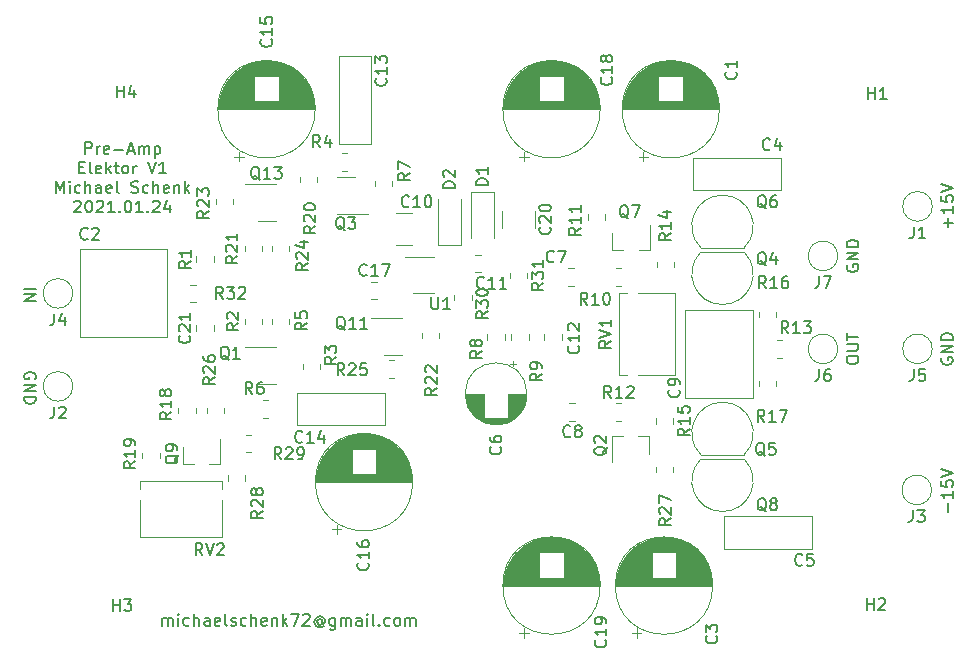
<source format=gbr>
G04 #@! TF.GenerationSoftware,KiCad,Pcbnew,(5.1.9-0-10_14)*
G04 #@! TF.CreationDate,2021-01-24T16:16:14+01:00*
G04 #@! TF.ProjectId,pre-amp-discret,7072652d-616d-4702-9d64-697363726574,rev?*
G04 #@! TF.SameCoordinates,Original*
G04 #@! TF.FileFunction,Legend,Top*
G04 #@! TF.FilePolarity,Positive*
%FSLAX46Y46*%
G04 Gerber Fmt 4.6, Leading zero omitted, Abs format (unit mm)*
G04 Created by KiCad (PCBNEW (5.1.9-0-10_14)) date 2021-01-24 16:16:14*
%MOMM*%
%LPD*%
G01*
G04 APERTURE LIST*
%ADD10C,0.150000*%
%ADD11C,0.120000*%
G04 APERTURE END LIST*
D10*
X200858428Y-135746904D02*
X200858428Y-134985000D01*
X201239380Y-133985000D02*
X201239380Y-134556428D01*
X201239380Y-134270714D02*
X200239380Y-134270714D01*
X200382238Y-134365952D01*
X200477476Y-134461190D01*
X200525095Y-134556428D01*
X200239380Y-133080238D02*
X200239380Y-133556428D01*
X200715571Y-133604047D01*
X200667952Y-133556428D01*
X200620333Y-133461190D01*
X200620333Y-133223095D01*
X200667952Y-133127857D01*
X200715571Y-133080238D01*
X200810809Y-133032619D01*
X201048904Y-133032619D01*
X201144142Y-133080238D01*
X201191761Y-133127857D01*
X201239380Y-133223095D01*
X201239380Y-133461190D01*
X201191761Y-133556428D01*
X201144142Y-133604047D01*
X200239380Y-132746904D02*
X201239380Y-132413571D01*
X200239380Y-132080238D01*
X134319714Y-145359380D02*
X134319714Y-144692714D01*
X134319714Y-144787952D02*
X134367333Y-144740333D01*
X134462571Y-144692714D01*
X134605428Y-144692714D01*
X134700666Y-144740333D01*
X134748285Y-144835571D01*
X134748285Y-145359380D01*
X134748285Y-144835571D02*
X134795904Y-144740333D01*
X134891142Y-144692714D01*
X135034000Y-144692714D01*
X135129238Y-144740333D01*
X135176857Y-144835571D01*
X135176857Y-145359380D01*
X135653047Y-145359380D02*
X135653047Y-144692714D01*
X135653047Y-144359380D02*
X135605428Y-144407000D01*
X135653047Y-144454619D01*
X135700666Y-144407000D01*
X135653047Y-144359380D01*
X135653047Y-144454619D01*
X136557809Y-145311761D02*
X136462571Y-145359380D01*
X136272095Y-145359380D01*
X136176857Y-145311761D01*
X136129238Y-145264142D01*
X136081619Y-145168904D01*
X136081619Y-144883190D01*
X136129238Y-144787952D01*
X136176857Y-144740333D01*
X136272095Y-144692714D01*
X136462571Y-144692714D01*
X136557809Y-144740333D01*
X136986380Y-145359380D02*
X136986380Y-144359380D01*
X137414952Y-145359380D02*
X137414952Y-144835571D01*
X137367333Y-144740333D01*
X137272095Y-144692714D01*
X137129238Y-144692714D01*
X137034000Y-144740333D01*
X136986380Y-144787952D01*
X138319714Y-145359380D02*
X138319714Y-144835571D01*
X138272095Y-144740333D01*
X138176857Y-144692714D01*
X137986380Y-144692714D01*
X137891142Y-144740333D01*
X138319714Y-145311761D02*
X138224476Y-145359380D01*
X137986380Y-145359380D01*
X137891142Y-145311761D01*
X137843523Y-145216523D01*
X137843523Y-145121285D01*
X137891142Y-145026047D01*
X137986380Y-144978428D01*
X138224476Y-144978428D01*
X138319714Y-144930809D01*
X139176857Y-145311761D02*
X139081619Y-145359380D01*
X138891142Y-145359380D01*
X138795904Y-145311761D01*
X138748285Y-145216523D01*
X138748285Y-144835571D01*
X138795904Y-144740333D01*
X138891142Y-144692714D01*
X139081619Y-144692714D01*
X139176857Y-144740333D01*
X139224476Y-144835571D01*
X139224476Y-144930809D01*
X138748285Y-145026047D01*
X139795904Y-145359380D02*
X139700666Y-145311761D01*
X139653047Y-145216523D01*
X139653047Y-144359380D01*
X140129238Y-145311761D02*
X140224476Y-145359380D01*
X140414952Y-145359380D01*
X140510190Y-145311761D01*
X140557809Y-145216523D01*
X140557809Y-145168904D01*
X140510190Y-145073666D01*
X140414952Y-145026047D01*
X140272095Y-145026047D01*
X140176857Y-144978428D01*
X140129238Y-144883190D01*
X140129238Y-144835571D01*
X140176857Y-144740333D01*
X140272095Y-144692714D01*
X140414952Y-144692714D01*
X140510190Y-144740333D01*
X141414952Y-145311761D02*
X141319714Y-145359380D01*
X141129238Y-145359380D01*
X141034000Y-145311761D01*
X140986380Y-145264142D01*
X140938761Y-145168904D01*
X140938761Y-144883190D01*
X140986380Y-144787952D01*
X141034000Y-144740333D01*
X141129238Y-144692714D01*
X141319714Y-144692714D01*
X141414952Y-144740333D01*
X141843523Y-145359380D02*
X141843523Y-144359380D01*
X142272095Y-145359380D02*
X142272095Y-144835571D01*
X142224476Y-144740333D01*
X142129238Y-144692714D01*
X141986380Y-144692714D01*
X141891142Y-144740333D01*
X141843523Y-144787952D01*
X143129238Y-145311761D02*
X143034000Y-145359380D01*
X142843523Y-145359380D01*
X142748285Y-145311761D01*
X142700666Y-145216523D01*
X142700666Y-144835571D01*
X142748285Y-144740333D01*
X142843523Y-144692714D01*
X143034000Y-144692714D01*
X143129238Y-144740333D01*
X143176857Y-144835571D01*
X143176857Y-144930809D01*
X142700666Y-145026047D01*
X143605428Y-144692714D02*
X143605428Y-145359380D01*
X143605428Y-144787952D02*
X143653047Y-144740333D01*
X143748285Y-144692714D01*
X143891142Y-144692714D01*
X143986380Y-144740333D01*
X144034000Y-144835571D01*
X144034000Y-145359380D01*
X144510190Y-145359380D02*
X144510190Y-144359380D01*
X144605428Y-144978428D02*
X144891142Y-145359380D01*
X144891142Y-144692714D02*
X144510190Y-145073666D01*
X145224476Y-144359380D02*
X145891142Y-144359380D01*
X145462571Y-145359380D01*
X146224476Y-144454619D02*
X146272095Y-144407000D01*
X146367333Y-144359380D01*
X146605428Y-144359380D01*
X146700666Y-144407000D01*
X146748285Y-144454619D01*
X146795904Y-144549857D01*
X146795904Y-144645095D01*
X146748285Y-144787952D01*
X146176857Y-145359380D01*
X146795904Y-145359380D01*
X147843523Y-144883190D02*
X147795904Y-144835571D01*
X147700666Y-144787952D01*
X147605428Y-144787952D01*
X147510190Y-144835571D01*
X147462571Y-144883190D01*
X147414952Y-144978428D01*
X147414952Y-145073666D01*
X147462571Y-145168904D01*
X147510190Y-145216523D01*
X147605428Y-145264142D01*
X147700666Y-145264142D01*
X147795904Y-145216523D01*
X147843523Y-145168904D01*
X147843523Y-144787952D02*
X147843523Y-145168904D01*
X147891142Y-145216523D01*
X147938761Y-145216523D01*
X148034000Y-145168904D01*
X148081619Y-145073666D01*
X148081619Y-144835571D01*
X147986380Y-144692714D01*
X147843523Y-144597476D01*
X147653047Y-144549857D01*
X147462571Y-144597476D01*
X147319714Y-144692714D01*
X147224476Y-144835571D01*
X147176857Y-145026047D01*
X147224476Y-145216523D01*
X147319714Y-145359380D01*
X147462571Y-145454619D01*
X147653047Y-145502238D01*
X147843523Y-145454619D01*
X147986380Y-145359380D01*
X148938761Y-144692714D02*
X148938761Y-145502238D01*
X148891142Y-145597476D01*
X148843523Y-145645095D01*
X148748285Y-145692714D01*
X148605428Y-145692714D01*
X148510190Y-145645095D01*
X148938761Y-145311761D02*
X148843523Y-145359380D01*
X148653047Y-145359380D01*
X148557809Y-145311761D01*
X148510190Y-145264142D01*
X148462571Y-145168904D01*
X148462571Y-144883190D01*
X148510190Y-144787952D01*
X148557809Y-144740333D01*
X148653047Y-144692714D01*
X148843523Y-144692714D01*
X148938761Y-144740333D01*
X149414952Y-145359380D02*
X149414952Y-144692714D01*
X149414952Y-144787952D02*
X149462571Y-144740333D01*
X149557809Y-144692714D01*
X149700666Y-144692714D01*
X149795904Y-144740333D01*
X149843523Y-144835571D01*
X149843523Y-145359380D01*
X149843523Y-144835571D02*
X149891142Y-144740333D01*
X149986380Y-144692714D01*
X150129238Y-144692714D01*
X150224476Y-144740333D01*
X150272095Y-144835571D01*
X150272095Y-145359380D01*
X151176857Y-145359380D02*
X151176857Y-144835571D01*
X151129238Y-144740333D01*
X151034000Y-144692714D01*
X150843523Y-144692714D01*
X150748285Y-144740333D01*
X151176857Y-145311761D02*
X151081619Y-145359380D01*
X150843523Y-145359380D01*
X150748285Y-145311761D01*
X150700666Y-145216523D01*
X150700666Y-145121285D01*
X150748285Y-145026047D01*
X150843523Y-144978428D01*
X151081619Y-144978428D01*
X151176857Y-144930809D01*
X151653047Y-145359380D02*
X151653047Y-144692714D01*
X151653047Y-144359380D02*
X151605428Y-144407000D01*
X151653047Y-144454619D01*
X151700666Y-144407000D01*
X151653047Y-144359380D01*
X151653047Y-144454619D01*
X152272095Y-145359380D02*
X152176857Y-145311761D01*
X152129238Y-145216523D01*
X152129238Y-144359380D01*
X152653047Y-145264142D02*
X152700666Y-145311761D01*
X152653047Y-145359380D01*
X152605428Y-145311761D01*
X152653047Y-145264142D01*
X152653047Y-145359380D01*
X153557809Y-145311761D02*
X153462571Y-145359380D01*
X153272095Y-145359380D01*
X153176857Y-145311761D01*
X153129238Y-145264142D01*
X153081619Y-145168904D01*
X153081619Y-144883190D01*
X153129238Y-144787952D01*
X153176857Y-144740333D01*
X153272095Y-144692714D01*
X153462571Y-144692714D01*
X153557809Y-144740333D01*
X154129238Y-145359380D02*
X154034000Y-145311761D01*
X153986380Y-145264142D01*
X153938761Y-145168904D01*
X153938761Y-144883190D01*
X153986380Y-144787952D01*
X154034000Y-144740333D01*
X154129238Y-144692714D01*
X154272095Y-144692714D01*
X154367333Y-144740333D01*
X154414952Y-144787952D01*
X154462571Y-144883190D01*
X154462571Y-145168904D01*
X154414952Y-145264142D01*
X154367333Y-145311761D01*
X154272095Y-145359380D01*
X154129238Y-145359380D01*
X154891142Y-145359380D02*
X154891142Y-144692714D01*
X154891142Y-144787952D02*
X154938761Y-144740333D01*
X155034000Y-144692714D01*
X155176857Y-144692714D01*
X155272095Y-144740333D01*
X155319714Y-144835571D01*
X155319714Y-145359380D01*
X155319714Y-144835571D02*
X155367333Y-144740333D01*
X155462571Y-144692714D01*
X155605428Y-144692714D01*
X155700666Y-144740333D01*
X155748285Y-144835571D01*
X155748285Y-145359380D01*
X127770333Y-105419380D02*
X127770333Y-104419380D01*
X128151285Y-104419380D01*
X128246523Y-104467000D01*
X128294142Y-104514619D01*
X128341761Y-104609857D01*
X128341761Y-104752714D01*
X128294142Y-104847952D01*
X128246523Y-104895571D01*
X128151285Y-104943190D01*
X127770333Y-104943190D01*
X128770333Y-105419380D02*
X128770333Y-104752714D01*
X128770333Y-104943190D02*
X128817952Y-104847952D01*
X128865571Y-104800333D01*
X128960809Y-104752714D01*
X129056047Y-104752714D01*
X129770333Y-105371761D02*
X129675095Y-105419380D01*
X129484619Y-105419380D01*
X129389380Y-105371761D01*
X129341761Y-105276523D01*
X129341761Y-104895571D01*
X129389380Y-104800333D01*
X129484619Y-104752714D01*
X129675095Y-104752714D01*
X129770333Y-104800333D01*
X129817952Y-104895571D01*
X129817952Y-104990809D01*
X129341761Y-105086047D01*
X130246523Y-105038428D02*
X131008428Y-105038428D01*
X131437000Y-105133666D02*
X131913190Y-105133666D01*
X131341761Y-105419380D02*
X131675095Y-104419380D01*
X132008428Y-105419380D01*
X132341761Y-105419380D02*
X132341761Y-104752714D01*
X132341761Y-104847952D02*
X132389380Y-104800333D01*
X132484619Y-104752714D01*
X132627476Y-104752714D01*
X132722714Y-104800333D01*
X132770333Y-104895571D01*
X132770333Y-105419380D01*
X132770333Y-104895571D02*
X132817952Y-104800333D01*
X132913190Y-104752714D01*
X133056047Y-104752714D01*
X133151285Y-104800333D01*
X133198904Y-104895571D01*
X133198904Y-105419380D01*
X133675095Y-104752714D02*
X133675095Y-105752714D01*
X133675095Y-104800333D02*
X133770333Y-104752714D01*
X133960809Y-104752714D01*
X134056047Y-104800333D01*
X134103666Y-104847952D01*
X134151285Y-104943190D01*
X134151285Y-105228904D01*
X134103666Y-105324142D01*
X134056047Y-105371761D01*
X133960809Y-105419380D01*
X133770333Y-105419380D01*
X133675095Y-105371761D01*
X127294142Y-106545571D02*
X127627476Y-106545571D01*
X127770333Y-107069380D02*
X127294142Y-107069380D01*
X127294142Y-106069380D01*
X127770333Y-106069380D01*
X128341761Y-107069380D02*
X128246523Y-107021761D01*
X128198904Y-106926523D01*
X128198904Y-106069380D01*
X129103666Y-107021761D02*
X129008428Y-107069380D01*
X128817952Y-107069380D01*
X128722714Y-107021761D01*
X128675095Y-106926523D01*
X128675095Y-106545571D01*
X128722714Y-106450333D01*
X128817952Y-106402714D01*
X129008428Y-106402714D01*
X129103666Y-106450333D01*
X129151285Y-106545571D01*
X129151285Y-106640809D01*
X128675095Y-106736047D01*
X129579857Y-107069380D02*
X129579857Y-106069380D01*
X129675095Y-106688428D02*
X129960809Y-107069380D01*
X129960809Y-106402714D02*
X129579857Y-106783666D01*
X130246523Y-106402714D02*
X130627476Y-106402714D01*
X130389380Y-106069380D02*
X130389380Y-106926523D01*
X130437000Y-107021761D01*
X130532238Y-107069380D01*
X130627476Y-107069380D01*
X131103666Y-107069380D02*
X131008428Y-107021761D01*
X130960809Y-106974142D01*
X130913190Y-106878904D01*
X130913190Y-106593190D01*
X130960809Y-106497952D01*
X131008428Y-106450333D01*
X131103666Y-106402714D01*
X131246523Y-106402714D01*
X131341761Y-106450333D01*
X131389380Y-106497952D01*
X131437000Y-106593190D01*
X131437000Y-106878904D01*
X131389380Y-106974142D01*
X131341761Y-107021761D01*
X131246523Y-107069380D01*
X131103666Y-107069380D01*
X131865571Y-107069380D02*
X131865571Y-106402714D01*
X131865571Y-106593190D02*
X131913190Y-106497952D01*
X131960809Y-106450333D01*
X132056047Y-106402714D01*
X132151285Y-106402714D01*
X133103666Y-106069380D02*
X133437000Y-107069380D01*
X133770333Y-106069380D01*
X134627476Y-107069380D02*
X134056047Y-107069380D01*
X134341761Y-107069380D02*
X134341761Y-106069380D01*
X134246523Y-106212238D01*
X134151285Y-106307476D01*
X134056047Y-106355095D01*
X125317952Y-108719380D02*
X125317952Y-107719380D01*
X125651285Y-108433666D01*
X125984619Y-107719380D01*
X125984619Y-108719380D01*
X126460809Y-108719380D02*
X126460809Y-108052714D01*
X126460809Y-107719380D02*
X126413190Y-107767000D01*
X126460809Y-107814619D01*
X126508428Y-107767000D01*
X126460809Y-107719380D01*
X126460809Y-107814619D01*
X127365571Y-108671761D02*
X127270333Y-108719380D01*
X127079857Y-108719380D01*
X126984619Y-108671761D01*
X126937000Y-108624142D01*
X126889380Y-108528904D01*
X126889380Y-108243190D01*
X126937000Y-108147952D01*
X126984619Y-108100333D01*
X127079857Y-108052714D01*
X127270333Y-108052714D01*
X127365571Y-108100333D01*
X127794142Y-108719380D02*
X127794142Y-107719380D01*
X128222714Y-108719380D02*
X128222714Y-108195571D01*
X128175095Y-108100333D01*
X128079857Y-108052714D01*
X127937000Y-108052714D01*
X127841761Y-108100333D01*
X127794142Y-108147952D01*
X129127476Y-108719380D02*
X129127476Y-108195571D01*
X129079857Y-108100333D01*
X128984619Y-108052714D01*
X128794142Y-108052714D01*
X128698904Y-108100333D01*
X129127476Y-108671761D02*
X129032238Y-108719380D01*
X128794142Y-108719380D01*
X128698904Y-108671761D01*
X128651285Y-108576523D01*
X128651285Y-108481285D01*
X128698904Y-108386047D01*
X128794142Y-108338428D01*
X129032238Y-108338428D01*
X129127476Y-108290809D01*
X129984619Y-108671761D02*
X129889380Y-108719380D01*
X129698904Y-108719380D01*
X129603666Y-108671761D01*
X129556047Y-108576523D01*
X129556047Y-108195571D01*
X129603666Y-108100333D01*
X129698904Y-108052714D01*
X129889380Y-108052714D01*
X129984619Y-108100333D01*
X130032238Y-108195571D01*
X130032238Y-108290809D01*
X129556047Y-108386047D01*
X130603666Y-108719380D02*
X130508428Y-108671761D01*
X130460809Y-108576523D01*
X130460809Y-107719380D01*
X131698904Y-108671761D02*
X131841761Y-108719380D01*
X132079857Y-108719380D01*
X132175095Y-108671761D01*
X132222714Y-108624142D01*
X132270333Y-108528904D01*
X132270333Y-108433666D01*
X132222714Y-108338428D01*
X132175095Y-108290809D01*
X132079857Y-108243190D01*
X131889380Y-108195571D01*
X131794142Y-108147952D01*
X131746523Y-108100333D01*
X131698904Y-108005095D01*
X131698904Y-107909857D01*
X131746523Y-107814619D01*
X131794142Y-107767000D01*
X131889380Y-107719380D01*
X132127476Y-107719380D01*
X132270333Y-107767000D01*
X133127476Y-108671761D02*
X133032238Y-108719380D01*
X132841761Y-108719380D01*
X132746523Y-108671761D01*
X132698904Y-108624142D01*
X132651285Y-108528904D01*
X132651285Y-108243190D01*
X132698904Y-108147952D01*
X132746523Y-108100333D01*
X132841761Y-108052714D01*
X133032238Y-108052714D01*
X133127476Y-108100333D01*
X133556047Y-108719380D02*
X133556047Y-107719380D01*
X133984619Y-108719380D02*
X133984619Y-108195571D01*
X133937000Y-108100333D01*
X133841761Y-108052714D01*
X133698904Y-108052714D01*
X133603666Y-108100333D01*
X133556047Y-108147952D01*
X134841761Y-108671761D02*
X134746523Y-108719380D01*
X134556047Y-108719380D01*
X134460809Y-108671761D01*
X134413190Y-108576523D01*
X134413190Y-108195571D01*
X134460809Y-108100333D01*
X134556047Y-108052714D01*
X134746523Y-108052714D01*
X134841761Y-108100333D01*
X134889380Y-108195571D01*
X134889380Y-108290809D01*
X134413190Y-108386047D01*
X135317952Y-108052714D02*
X135317952Y-108719380D01*
X135317952Y-108147952D02*
X135365571Y-108100333D01*
X135460809Y-108052714D01*
X135603666Y-108052714D01*
X135698904Y-108100333D01*
X135746523Y-108195571D01*
X135746523Y-108719380D01*
X136222714Y-108719380D02*
X136222714Y-107719380D01*
X136317952Y-108338428D02*
X136603666Y-108719380D01*
X136603666Y-108052714D02*
X136222714Y-108433666D01*
X126841761Y-109464619D02*
X126889380Y-109417000D01*
X126984619Y-109369380D01*
X127222714Y-109369380D01*
X127317952Y-109417000D01*
X127365571Y-109464619D01*
X127413190Y-109559857D01*
X127413190Y-109655095D01*
X127365571Y-109797952D01*
X126794142Y-110369380D01*
X127413190Y-110369380D01*
X128032238Y-109369380D02*
X128127476Y-109369380D01*
X128222714Y-109417000D01*
X128270333Y-109464619D01*
X128317952Y-109559857D01*
X128365571Y-109750333D01*
X128365571Y-109988428D01*
X128317952Y-110178904D01*
X128270333Y-110274142D01*
X128222714Y-110321761D01*
X128127476Y-110369380D01*
X128032238Y-110369380D01*
X127937000Y-110321761D01*
X127889380Y-110274142D01*
X127841761Y-110178904D01*
X127794142Y-109988428D01*
X127794142Y-109750333D01*
X127841761Y-109559857D01*
X127889380Y-109464619D01*
X127937000Y-109417000D01*
X128032238Y-109369380D01*
X128746523Y-109464619D02*
X128794142Y-109417000D01*
X128889380Y-109369380D01*
X129127476Y-109369380D01*
X129222714Y-109417000D01*
X129270333Y-109464619D01*
X129317952Y-109559857D01*
X129317952Y-109655095D01*
X129270333Y-109797952D01*
X128698904Y-110369380D01*
X129317952Y-110369380D01*
X130270333Y-110369380D02*
X129698904Y-110369380D01*
X129984619Y-110369380D02*
X129984619Y-109369380D01*
X129889380Y-109512238D01*
X129794142Y-109607476D01*
X129698904Y-109655095D01*
X130698904Y-110274142D02*
X130746523Y-110321761D01*
X130698904Y-110369380D01*
X130651285Y-110321761D01*
X130698904Y-110274142D01*
X130698904Y-110369380D01*
X131365571Y-109369380D02*
X131460809Y-109369380D01*
X131556047Y-109417000D01*
X131603666Y-109464619D01*
X131651285Y-109559857D01*
X131698904Y-109750333D01*
X131698904Y-109988428D01*
X131651285Y-110178904D01*
X131603666Y-110274142D01*
X131556047Y-110321761D01*
X131460809Y-110369380D01*
X131365571Y-110369380D01*
X131270333Y-110321761D01*
X131222714Y-110274142D01*
X131175095Y-110178904D01*
X131127476Y-109988428D01*
X131127476Y-109750333D01*
X131175095Y-109559857D01*
X131222714Y-109464619D01*
X131270333Y-109417000D01*
X131365571Y-109369380D01*
X132651285Y-110369380D02*
X132079857Y-110369380D01*
X132365571Y-110369380D02*
X132365571Y-109369380D01*
X132270333Y-109512238D01*
X132175095Y-109607476D01*
X132079857Y-109655095D01*
X133079857Y-110274142D02*
X133127476Y-110321761D01*
X133079857Y-110369380D01*
X133032238Y-110321761D01*
X133079857Y-110274142D01*
X133079857Y-110369380D01*
X133508428Y-109464619D02*
X133556047Y-109417000D01*
X133651285Y-109369380D01*
X133889380Y-109369380D01*
X133984619Y-109417000D01*
X134032238Y-109464619D01*
X134079857Y-109559857D01*
X134079857Y-109655095D01*
X134032238Y-109797952D01*
X133460809Y-110369380D01*
X134079857Y-110369380D01*
X134937000Y-109702714D02*
X134937000Y-110369380D01*
X134698904Y-109321761D02*
X134460809Y-110036047D01*
X135079857Y-110036047D01*
X192286000Y-114807904D02*
X192238380Y-114903142D01*
X192238380Y-115046000D01*
X192286000Y-115188857D01*
X192381238Y-115284095D01*
X192476476Y-115331714D01*
X192666952Y-115379333D01*
X192809809Y-115379333D01*
X193000285Y-115331714D01*
X193095523Y-115284095D01*
X193190761Y-115188857D01*
X193238380Y-115046000D01*
X193238380Y-114950761D01*
X193190761Y-114807904D01*
X193143142Y-114760285D01*
X192809809Y-114760285D01*
X192809809Y-114950761D01*
X193238380Y-114331714D02*
X192238380Y-114331714D01*
X193238380Y-113760285D01*
X192238380Y-113760285D01*
X193238380Y-113284095D02*
X192238380Y-113284095D01*
X192238380Y-113046000D01*
X192286000Y-112903142D01*
X192381238Y-112807904D01*
X192476476Y-112760285D01*
X192666952Y-112712666D01*
X192809809Y-112712666D01*
X193000285Y-112760285D01*
X193095523Y-112807904D01*
X193190761Y-112903142D01*
X193238380Y-113046000D01*
X193238380Y-113284095D01*
X192238380Y-122920000D02*
X192238380Y-122729523D01*
X192286000Y-122634285D01*
X192381238Y-122539047D01*
X192571714Y-122491428D01*
X192905047Y-122491428D01*
X193095523Y-122539047D01*
X193190761Y-122634285D01*
X193238380Y-122729523D01*
X193238380Y-122920000D01*
X193190761Y-123015238D01*
X193095523Y-123110476D01*
X192905047Y-123158095D01*
X192571714Y-123158095D01*
X192381238Y-123110476D01*
X192286000Y-123015238D01*
X192238380Y-122920000D01*
X192238380Y-122062857D02*
X193047904Y-122062857D01*
X193143142Y-122015238D01*
X193190761Y-121967619D01*
X193238380Y-121872380D01*
X193238380Y-121681904D01*
X193190761Y-121586666D01*
X193143142Y-121539047D01*
X193047904Y-121491428D01*
X192238380Y-121491428D01*
X192238380Y-121158095D02*
X192238380Y-120586666D01*
X193238380Y-120872380D02*
X192238380Y-120872380D01*
X123563000Y-124460095D02*
X123610619Y-124364857D01*
X123610619Y-124222000D01*
X123563000Y-124079142D01*
X123467761Y-123983904D01*
X123372523Y-123936285D01*
X123182047Y-123888666D01*
X123039190Y-123888666D01*
X122848714Y-123936285D01*
X122753476Y-123983904D01*
X122658238Y-124079142D01*
X122610619Y-124222000D01*
X122610619Y-124317238D01*
X122658238Y-124460095D01*
X122705857Y-124507714D01*
X123039190Y-124507714D01*
X123039190Y-124317238D01*
X122610619Y-124936285D02*
X123610619Y-124936285D01*
X122610619Y-125507714D01*
X123610619Y-125507714D01*
X122610619Y-125983904D02*
X123610619Y-125983904D01*
X123610619Y-126222000D01*
X123563000Y-126364857D01*
X123467761Y-126460095D01*
X123372523Y-126507714D01*
X123182047Y-126555333D01*
X123039190Y-126555333D01*
X122848714Y-126507714D01*
X122753476Y-126460095D01*
X122658238Y-126364857D01*
X122610619Y-126222000D01*
X122610619Y-125983904D01*
X122610619Y-116824190D02*
X123610619Y-116824190D01*
X122610619Y-117300380D02*
X123610619Y-117300380D01*
X122610619Y-117871809D01*
X123610619Y-117871809D01*
X200287000Y-122681904D02*
X200239380Y-122777142D01*
X200239380Y-122920000D01*
X200287000Y-123062857D01*
X200382238Y-123158095D01*
X200477476Y-123205714D01*
X200667952Y-123253333D01*
X200810809Y-123253333D01*
X201001285Y-123205714D01*
X201096523Y-123158095D01*
X201191761Y-123062857D01*
X201239380Y-122920000D01*
X201239380Y-122824761D01*
X201191761Y-122681904D01*
X201144142Y-122634285D01*
X200810809Y-122634285D01*
X200810809Y-122824761D01*
X201239380Y-122205714D02*
X200239380Y-122205714D01*
X201239380Y-121634285D01*
X200239380Y-121634285D01*
X201239380Y-121158095D02*
X200239380Y-121158095D01*
X200239380Y-120920000D01*
X200287000Y-120777142D01*
X200382238Y-120681904D01*
X200477476Y-120634285D01*
X200667952Y-120586666D01*
X200810809Y-120586666D01*
X201001285Y-120634285D01*
X201096523Y-120681904D01*
X201191761Y-120777142D01*
X201239380Y-120920000D01*
X201239380Y-121158095D01*
X200858428Y-111616904D02*
X200858428Y-110855000D01*
X201239380Y-111235952D02*
X200477476Y-111235952D01*
X201239380Y-109855000D02*
X201239380Y-110426428D01*
X201239380Y-110140714D02*
X200239380Y-110140714D01*
X200382238Y-110235952D01*
X200477476Y-110331190D01*
X200525095Y-110426428D01*
X200239380Y-108950238D02*
X200239380Y-109426428D01*
X200715571Y-109474047D01*
X200667952Y-109426428D01*
X200620333Y-109331190D01*
X200620333Y-109093095D01*
X200667952Y-108997857D01*
X200715571Y-108950238D01*
X200810809Y-108902619D01*
X201048904Y-108902619D01*
X201144142Y-108950238D01*
X201191761Y-108997857D01*
X201239380Y-109093095D01*
X201239380Y-109331190D01*
X201191761Y-109426428D01*
X201144142Y-109474047D01*
X200239380Y-108616904D02*
X201239380Y-108283571D01*
X200239380Y-107950238D01*
D11*
X137187000Y-114543064D02*
X137187000Y-114088936D01*
X138657000Y-114543064D02*
X138657000Y-114088936D01*
X137133064Y-117956000D02*
X136678936Y-117956000D01*
X137133064Y-116486000D02*
X136678936Y-116486000D01*
X137187000Y-120424752D02*
X137187000Y-119902248D01*
X138657000Y-120424752D02*
X138657000Y-119902248D01*
X147674000Y-123200936D02*
X147674000Y-123655064D01*
X146204000Y-123200936D02*
X146204000Y-123655064D01*
X163295000Y-120692936D02*
X163295000Y-121147064D01*
X161825000Y-120692936D02*
X161825000Y-121147064D01*
X162417000Y-108622000D02*
X162417000Y-112522000D01*
X160417000Y-108622000D02*
X160417000Y-112522000D01*
X162417000Y-108622000D02*
X160417000Y-108622000D01*
X165825000Y-110248248D02*
X165825000Y-111670752D01*
X163105000Y-110248248D02*
X163105000Y-111670752D01*
X154063248Y-110400000D02*
X155485752Y-110400000D01*
X154063248Y-113120000D02*
X155485752Y-113120000D01*
X157304000Y-114121000D02*
X154874000Y-114121000D01*
X155544000Y-117191000D02*
X157304000Y-117191000D01*
X132415000Y-133099000D02*
X139365000Y-133099000D01*
X132415000Y-137839000D02*
X139365000Y-137839000D01*
X132415000Y-133099000D02*
X132415000Y-133744000D01*
X132415000Y-134734000D02*
X132415000Y-137839000D01*
X139365000Y-133099000D02*
X139365000Y-133744000D01*
X139365000Y-134734000D02*
X139365000Y-137839000D01*
X172977000Y-124125000D02*
X172977000Y-117175000D01*
X177717000Y-124125000D02*
X177717000Y-117175000D01*
X172977000Y-124125000D02*
X173622000Y-124125000D01*
X174612000Y-124125000D02*
X177717000Y-124125000D01*
X172977000Y-117175000D02*
X173622000Y-117175000D01*
X174612000Y-117175000D02*
X177717000Y-117175000D01*
X169276752Y-127989000D02*
X168754248Y-127989000D01*
X169276752Y-126519000D02*
X168754248Y-126519000D01*
X168627248Y-115089000D02*
X169149752Y-115089000D01*
X168627248Y-116559000D02*
X169149752Y-116559000D01*
X179247000Y-108494500D02*
X179247000Y-105754500D01*
X186687000Y-108494500D02*
X186687000Y-105754500D01*
X186687000Y-105754500D02*
X179247000Y-105754500D01*
X186687000Y-108494500D02*
X179247000Y-108494500D01*
X178549500Y-118604500D02*
X184289500Y-118604500D01*
X178549500Y-126044500D02*
X184289500Y-126044500D01*
X184289500Y-126044500D02*
X184289500Y-118604500D01*
X178549500Y-126044500D02*
X178549500Y-118604500D01*
X165200000Y-115908064D02*
X165200000Y-115453936D01*
X163730000Y-115908064D02*
X163730000Y-115453936D01*
X159031000Y-117358936D02*
X159031000Y-117813064D01*
X160501000Y-117358936D02*
X160501000Y-117813064D01*
X141848064Y-129186000D02*
X141393936Y-129186000D01*
X141848064Y-130656000D02*
X141393936Y-130656000D01*
X139854000Y-132614936D02*
X139854000Y-133069064D01*
X141324000Y-132614936D02*
X141324000Y-133069064D01*
X138076000Y-126883936D02*
X138076000Y-127338064D01*
X139546000Y-126883936D02*
X139546000Y-127338064D01*
X132615000Y-130693936D02*
X132615000Y-131148064D01*
X134085000Y-130693936D02*
X134085000Y-131148064D01*
X135663000Y-126883936D02*
X135663000Y-127338064D01*
X137133000Y-126883936D02*
X137133000Y-127338064D01*
X136027000Y-131681000D02*
X136027000Y-130221000D01*
X139187000Y-131681000D02*
X139187000Y-129521000D01*
X139187000Y-131681000D02*
X138257000Y-131681000D01*
X136027000Y-131681000D02*
X136957000Y-131681000D01*
X157623000Y-113122000D02*
X157623000Y-109222000D01*
X159623000Y-113122000D02*
X159623000Y-109222000D01*
X157623000Y-113122000D02*
X159623000Y-113122000D01*
X151990248Y-117702000D02*
X152512752Y-117702000D01*
X151990248Y-116232000D02*
X152512752Y-116232000D01*
X161318752Y-113946000D02*
X160796248Y-113946000D01*
X161318752Y-115416000D02*
X160796248Y-115416000D01*
X184812000Y-124597936D02*
X184812000Y-125052064D01*
X186282000Y-124597936D02*
X186282000Y-125052064D01*
X184812000Y-118787936D02*
X184812000Y-119242064D01*
X186282000Y-118787936D02*
X186282000Y-119242064D01*
X176112500Y-127804936D02*
X176112500Y-128259064D01*
X177582500Y-127804936D02*
X177582500Y-128259064D01*
X176176000Y-114564936D02*
X176176000Y-115019064D01*
X177646000Y-114564936D02*
X177646000Y-115019064D01*
X172730936Y-127989000D02*
X173185064Y-127989000D01*
X172730936Y-126519000D02*
X173185064Y-126519000D01*
X173185064Y-115089000D02*
X172730936Y-115089000D01*
X173185064Y-116559000D02*
X172730936Y-116559000D01*
X183537000Y-131246000D02*
X179937000Y-131246000D01*
X179898522Y-131257522D02*
G75*
G03*
X181737000Y-135696000I1838478J-1838478D01*
G01*
X183575478Y-131257522D02*
G75*
G02*
X181737000Y-135696000I-1838478J-1838478D01*
G01*
X179937000Y-113356000D02*
X183537000Y-113356000D01*
X183575478Y-113344478D02*
G75*
G03*
X181737000Y-108906000I-1838478J1838478D01*
G01*
X179898522Y-113344478D02*
G75*
G02*
X181737000Y-108906000I1838478J1838478D01*
G01*
X179937000Y-130882000D02*
X183537000Y-130882000D01*
X183575478Y-130870478D02*
G75*
G03*
X181737000Y-126432000I-1838478J1838478D01*
G01*
X179898522Y-130870478D02*
G75*
G02*
X181737000Y-126432000I1838478J1838478D01*
G01*
X183537000Y-113720000D02*
X179937000Y-113720000D01*
X179898522Y-113731522D02*
G75*
G03*
X181737000Y-118170000I1838478J-1838478D01*
G01*
X183575478Y-113731522D02*
G75*
G02*
X181737000Y-118170000I-1838478J-1838478D01*
G01*
X175506500Y-129335500D02*
X175506500Y-130795500D01*
X172346500Y-129335500D02*
X172346500Y-131495500D01*
X172346500Y-129335500D02*
X173276500Y-129335500D01*
X175506500Y-129335500D02*
X174576500Y-129335500D01*
X143198000Y-124874500D02*
X143948000Y-124874500D01*
X143198000Y-124874500D02*
X142448000Y-124874500D01*
X143198000Y-121754500D02*
X143948000Y-121754500D01*
X143198000Y-121754500D02*
X141348000Y-121754500D01*
X149854500Y-107352700D02*
X149104500Y-107352700D01*
X149854500Y-107352700D02*
X150604500Y-107352700D01*
X149854500Y-110472700D02*
X149104500Y-110472700D01*
X149854500Y-110472700D02*
X151704500Y-110472700D01*
X143174300Y-111074600D02*
X143924300Y-111074600D01*
X143174300Y-111074600D02*
X142424300Y-111074600D01*
X143174300Y-107954600D02*
X143924300Y-107954600D01*
X143174300Y-107954600D02*
X141324300Y-107954600D01*
X153850300Y-122410700D02*
X154600300Y-122410700D01*
X153850300Y-122410700D02*
X153100300Y-122410700D01*
X153850300Y-119290700D02*
X154600300Y-119290700D01*
X153850300Y-119290700D02*
X152000300Y-119290700D01*
X181475500Y-101628000D02*
G75*
G03*
X181475500Y-101628000I-4120000J0D01*
G01*
X173275500Y-101628000D02*
X181435500Y-101628000D01*
X173275500Y-101588000D02*
X181435500Y-101588000D01*
X173275500Y-101548000D02*
X181435500Y-101548000D01*
X173276500Y-101508000D02*
X181434500Y-101508000D01*
X173278500Y-101468000D02*
X181432500Y-101468000D01*
X173279500Y-101428000D02*
X181431500Y-101428000D01*
X173281500Y-101388000D02*
X181429500Y-101388000D01*
X173284500Y-101348000D02*
X181426500Y-101348000D01*
X173287500Y-101308000D02*
X181423500Y-101308000D01*
X173290500Y-101268000D02*
X181420500Y-101268000D01*
X173294500Y-101228000D02*
X181416500Y-101228000D01*
X173298500Y-101188000D02*
X181412500Y-101188000D01*
X173303500Y-101148000D02*
X181407500Y-101148000D01*
X173307500Y-101108000D02*
X181403500Y-101108000D01*
X173313500Y-101068000D02*
X181397500Y-101068000D01*
X173318500Y-101028000D02*
X181392500Y-101028000D01*
X173325500Y-100988000D02*
X181385500Y-100988000D01*
X173331500Y-100948000D02*
X181379500Y-100948000D01*
X173338500Y-100907000D02*
X176315500Y-100907000D01*
X178395500Y-100907000D02*
X181372500Y-100907000D01*
X173345500Y-100867000D02*
X176315500Y-100867000D01*
X178395500Y-100867000D02*
X181365500Y-100867000D01*
X173353500Y-100827000D02*
X176315500Y-100827000D01*
X178395500Y-100827000D02*
X181357500Y-100827000D01*
X173361500Y-100787000D02*
X176315500Y-100787000D01*
X178395500Y-100787000D02*
X181349500Y-100787000D01*
X173370500Y-100747000D02*
X176315500Y-100747000D01*
X178395500Y-100747000D02*
X181340500Y-100747000D01*
X173379500Y-100707000D02*
X176315500Y-100707000D01*
X178395500Y-100707000D02*
X181331500Y-100707000D01*
X173388500Y-100667000D02*
X176315500Y-100667000D01*
X178395500Y-100667000D02*
X181322500Y-100667000D01*
X173398500Y-100627000D02*
X176315500Y-100627000D01*
X178395500Y-100627000D02*
X181312500Y-100627000D01*
X173408500Y-100587000D02*
X176315500Y-100587000D01*
X178395500Y-100587000D02*
X181302500Y-100587000D01*
X173419500Y-100547000D02*
X176315500Y-100547000D01*
X178395500Y-100547000D02*
X181291500Y-100547000D01*
X173430500Y-100507000D02*
X176315500Y-100507000D01*
X178395500Y-100507000D02*
X181280500Y-100507000D01*
X173441500Y-100467000D02*
X176315500Y-100467000D01*
X178395500Y-100467000D02*
X181269500Y-100467000D01*
X173453500Y-100427000D02*
X176315500Y-100427000D01*
X178395500Y-100427000D02*
X181257500Y-100427000D01*
X173466500Y-100387000D02*
X176315500Y-100387000D01*
X178395500Y-100387000D02*
X181244500Y-100387000D01*
X173478500Y-100347000D02*
X176315500Y-100347000D01*
X178395500Y-100347000D02*
X181232500Y-100347000D01*
X173492500Y-100307000D02*
X176315500Y-100307000D01*
X178395500Y-100307000D02*
X181218500Y-100307000D01*
X173505500Y-100267000D02*
X176315500Y-100267000D01*
X178395500Y-100267000D02*
X181205500Y-100267000D01*
X173520500Y-100227000D02*
X176315500Y-100227000D01*
X178395500Y-100227000D02*
X181190500Y-100227000D01*
X173534500Y-100187000D02*
X176315500Y-100187000D01*
X178395500Y-100187000D02*
X181176500Y-100187000D01*
X173550500Y-100147000D02*
X176315500Y-100147000D01*
X178395500Y-100147000D02*
X181160500Y-100147000D01*
X173565500Y-100107000D02*
X176315500Y-100107000D01*
X178395500Y-100107000D02*
X181145500Y-100107000D01*
X173581500Y-100067000D02*
X176315500Y-100067000D01*
X178395500Y-100067000D02*
X181129500Y-100067000D01*
X173598500Y-100027000D02*
X176315500Y-100027000D01*
X178395500Y-100027000D02*
X181112500Y-100027000D01*
X173615500Y-99987000D02*
X176315500Y-99987000D01*
X178395500Y-99987000D02*
X181095500Y-99987000D01*
X173633500Y-99947000D02*
X176315500Y-99947000D01*
X178395500Y-99947000D02*
X181077500Y-99947000D01*
X173651500Y-99907000D02*
X176315500Y-99907000D01*
X178395500Y-99907000D02*
X181059500Y-99907000D01*
X173669500Y-99867000D02*
X176315500Y-99867000D01*
X178395500Y-99867000D02*
X181041500Y-99867000D01*
X173689500Y-99827000D02*
X176315500Y-99827000D01*
X178395500Y-99827000D02*
X181021500Y-99827000D01*
X173708500Y-99787000D02*
X176315500Y-99787000D01*
X178395500Y-99787000D02*
X181002500Y-99787000D01*
X173728500Y-99747000D02*
X176315500Y-99747000D01*
X178395500Y-99747000D02*
X180982500Y-99747000D01*
X173749500Y-99707000D02*
X176315500Y-99707000D01*
X178395500Y-99707000D02*
X180961500Y-99707000D01*
X173771500Y-99667000D02*
X176315500Y-99667000D01*
X178395500Y-99667000D02*
X180939500Y-99667000D01*
X173793500Y-99627000D02*
X176315500Y-99627000D01*
X178395500Y-99627000D02*
X180917500Y-99627000D01*
X173815500Y-99587000D02*
X176315500Y-99587000D01*
X178395500Y-99587000D02*
X180895500Y-99587000D01*
X173838500Y-99547000D02*
X176315500Y-99547000D01*
X178395500Y-99547000D02*
X180872500Y-99547000D01*
X173862500Y-99507000D02*
X176315500Y-99507000D01*
X178395500Y-99507000D02*
X180848500Y-99507000D01*
X173886500Y-99467000D02*
X176315500Y-99467000D01*
X178395500Y-99467000D02*
X180824500Y-99467000D01*
X173911500Y-99427000D02*
X176315500Y-99427000D01*
X178395500Y-99427000D02*
X180799500Y-99427000D01*
X173937500Y-99387000D02*
X176315500Y-99387000D01*
X178395500Y-99387000D02*
X180773500Y-99387000D01*
X173963500Y-99347000D02*
X176315500Y-99347000D01*
X178395500Y-99347000D02*
X180747500Y-99347000D01*
X173990500Y-99307000D02*
X176315500Y-99307000D01*
X178395500Y-99307000D02*
X180720500Y-99307000D01*
X174017500Y-99267000D02*
X176315500Y-99267000D01*
X178395500Y-99267000D02*
X180693500Y-99267000D01*
X174046500Y-99227000D02*
X176315500Y-99227000D01*
X178395500Y-99227000D02*
X180664500Y-99227000D01*
X174075500Y-99187000D02*
X176315500Y-99187000D01*
X178395500Y-99187000D02*
X180635500Y-99187000D01*
X174105500Y-99147000D02*
X176315500Y-99147000D01*
X178395500Y-99147000D02*
X180605500Y-99147000D01*
X174135500Y-99107000D02*
X176315500Y-99107000D01*
X178395500Y-99107000D02*
X180575500Y-99107000D01*
X174166500Y-99067000D02*
X176315500Y-99067000D01*
X178395500Y-99067000D02*
X180544500Y-99067000D01*
X174199500Y-99027000D02*
X176315500Y-99027000D01*
X178395500Y-99027000D02*
X180511500Y-99027000D01*
X174231500Y-98987000D02*
X176315500Y-98987000D01*
X178395500Y-98987000D02*
X180479500Y-98987000D01*
X174265500Y-98947000D02*
X176315500Y-98947000D01*
X178395500Y-98947000D02*
X180445500Y-98947000D01*
X174300500Y-98907000D02*
X176315500Y-98907000D01*
X178395500Y-98907000D02*
X180410500Y-98907000D01*
X174336500Y-98867000D02*
X176315500Y-98867000D01*
X178395500Y-98867000D02*
X180374500Y-98867000D01*
X174372500Y-98827000D02*
X180338500Y-98827000D01*
X174410500Y-98787000D02*
X180300500Y-98787000D01*
X174448500Y-98747000D02*
X180262500Y-98747000D01*
X174488500Y-98707000D02*
X180222500Y-98707000D01*
X174529500Y-98667000D02*
X180181500Y-98667000D01*
X174571500Y-98627000D02*
X180139500Y-98627000D01*
X174614500Y-98587000D02*
X180096500Y-98587000D01*
X174658500Y-98547000D02*
X180052500Y-98547000D01*
X174704500Y-98507000D02*
X180006500Y-98507000D01*
X174751500Y-98467000D02*
X179959500Y-98467000D01*
X174799500Y-98427000D02*
X179911500Y-98427000D01*
X174850500Y-98387000D02*
X179860500Y-98387000D01*
X174901500Y-98347000D02*
X179809500Y-98347000D01*
X174955500Y-98307000D02*
X179755500Y-98307000D01*
X175010500Y-98267000D02*
X179700500Y-98267000D01*
X175068500Y-98227000D02*
X179642500Y-98227000D01*
X175127500Y-98187000D02*
X179583500Y-98187000D01*
X175189500Y-98147000D02*
X179521500Y-98147000D01*
X175253500Y-98107000D02*
X179457500Y-98107000D01*
X175321500Y-98067000D02*
X179389500Y-98067000D01*
X175391500Y-98027000D02*
X179319500Y-98027000D01*
X175465500Y-97987000D02*
X179245500Y-97987000D01*
X175542500Y-97947000D02*
X179168500Y-97947000D01*
X175624500Y-97907000D02*
X179086500Y-97907000D01*
X175710500Y-97867000D02*
X179000500Y-97867000D01*
X175803500Y-97827000D02*
X178907500Y-97827000D01*
X175902500Y-97787000D02*
X178808500Y-97787000D01*
X176009500Y-97747000D02*
X178701500Y-97747000D01*
X176126500Y-97707000D02*
X178584500Y-97707000D01*
X176257500Y-97667000D02*
X178453500Y-97667000D01*
X176407500Y-97627000D02*
X178303500Y-97627000D01*
X176587500Y-97587000D02*
X178123500Y-97587000D01*
X176822500Y-97547000D02*
X177888500Y-97547000D01*
X175040500Y-106037698D02*
X175040500Y-105237698D01*
X174640500Y-105637698D02*
X175440500Y-105637698D01*
X164544000Y-145967698D02*
X165344000Y-145967698D01*
X164944000Y-146367698D02*
X164944000Y-145567698D01*
X166726000Y-137877000D02*
X167792000Y-137877000D01*
X166491000Y-137917000D02*
X168027000Y-137917000D01*
X166311000Y-137957000D02*
X168207000Y-137957000D01*
X166161000Y-137997000D02*
X168357000Y-137997000D01*
X166030000Y-138037000D02*
X168488000Y-138037000D01*
X165913000Y-138077000D02*
X168605000Y-138077000D01*
X165806000Y-138117000D02*
X168712000Y-138117000D01*
X165707000Y-138157000D02*
X168811000Y-138157000D01*
X165614000Y-138197000D02*
X168904000Y-138197000D01*
X165528000Y-138237000D02*
X168990000Y-138237000D01*
X165446000Y-138277000D02*
X169072000Y-138277000D01*
X165369000Y-138317000D02*
X169149000Y-138317000D01*
X165295000Y-138357000D02*
X169223000Y-138357000D01*
X165225000Y-138397000D02*
X169293000Y-138397000D01*
X165157000Y-138437000D02*
X169361000Y-138437000D01*
X165093000Y-138477000D02*
X169425000Y-138477000D01*
X165031000Y-138517000D02*
X169487000Y-138517000D01*
X164972000Y-138557000D02*
X169546000Y-138557000D01*
X164914000Y-138597000D02*
X169604000Y-138597000D01*
X164859000Y-138637000D02*
X169659000Y-138637000D01*
X164805000Y-138677000D02*
X169713000Y-138677000D01*
X164754000Y-138717000D02*
X169764000Y-138717000D01*
X164703000Y-138757000D02*
X169815000Y-138757000D01*
X164655000Y-138797000D02*
X169863000Y-138797000D01*
X164608000Y-138837000D02*
X169910000Y-138837000D01*
X164562000Y-138877000D02*
X169956000Y-138877000D01*
X164518000Y-138917000D02*
X170000000Y-138917000D01*
X164475000Y-138957000D02*
X170043000Y-138957000D01*
X164433000Y-138997000D02*
X170085000Y-138997000D01*
X164392000Y-139037000D02*
X170126000Y-139037000D01*
X164352000Y-139077000D02*
X170166000Y-139077000D01*
X164314000Y-139117000D02*
X170204000Y-139117000D01*
X164276000Y-139157000D02*
X170242000Y-139157000D01*
X168299000Y-139197000D02*
X170278000Y-139197000D01*
X164240000Y-139197000D02*
X166219000Y-139197000D01*
X168299000Y-139237000D02*
X170314000Y-139237000D01*
X164204000Y-139237000D02*
X166219000Y-139237000D01*
X168299000Y-139277000D02*
X170349000Y-139277000D01*
X164169000Y-139277000D02*
X166219000Y-139277000D01*
X168299000Y-139317000D02*
X170383000Y-139317000D01*
X164135000Y-139317000D02*
X166219000Y-139317000D01*
X168299000Y-139357000D02*
X170415000Y-139357000D01*
X164103000Y-139357000D02*
X166219000Y-139357000D01*
X168299000Y-139397000D02*
X170448000Y-139397000D01*
X164070000Y-139397000D02*
X166219000Y-139397000D01*
X168299000Y-139437000D02*
X170479000Y-139437000D01*
X164039000Y-139437000D02*
X166219000Y-139437000D01*
X168299000Y-139477000D02*
X170509000Y-139477000D01*
X164009000Y-139477000D02*
X166219000Y-139477000D01*
X168299000Y-139517000D02*
X170539000Y-139517000D01*
X163979000Y-139517000D02*
X166219000Y-139517000D01*
X168299000Y-139557000D02*
X170568000Y-139557000D01*
X163950000Y-139557000D02*
X166219000Y-139557000D01*
X168299000Y-139597000D02*
X170597000Y-139597000D01*
X163921000Y-139597000D02*
X166219000Y-139597000D01*
X168299000Y-139637000D02*
X170624000Y-139637000D01*
X163894000Y-139637000D02*
X166219000Y-139637000D01*
X168299000Y-139677000D02*
X170651000Y-139677000D01*
X163867000Y-139677000D02*
X166219000Y-139677000D01*
X168299000Y-139717000D02*
X170677000Y-139717000D01*
X163841000Y-139717000D02*
X166219000Y-139717000D01*
X168299000Y-139757000D02*
X170703000Y-139757000D01*
X163815000Y-139757000D02*
X166219000Y-139757000D01*
X168299000Y-139797000D02*
X170728000Y-139797000D01*
X163790000Y-139797000D02*
X166219000Y-139797000D01*
X168299000Y-139837000D02*
X170752000Y-139837000D01*
X163766000Y-139837000D02*
X166219000Y-139837000D01*
X168299000Y-139877000D02*
X170776000Y-139877000D01*
X163742000Y-139877000D02*
X166219000Y-139877000D01*
X168299000Y-139917000D02*
X170799000Y-139917000D01*
X163719000Y-139917000D02*
X166219000Y-139917000D01*
X168299000Y-139957000D02*
X170821000Y-139957000D01*
X163697000Y-139957000D02*
X166219000Y-139957000D01*
X168299000Y-139997000D02*
X170843000Y-139997000D01*
X163675000Y-139997000D02*
X166219000Y-139997000D01*
X168299000Y-140037000D02*
X170865000Y-140037000D01*
X163653000Y-140037000D02*
X166219000Y-140037000D01*
X168299000Y-140077000D02*
X170886000Y-140077000D01*
X163632000Y-140077000D02*
X166219000Y-140077000D01*
X168299000Y-140117000D02*
X170906000Y-140117000D01*
X163612000Y-140117000D02*
X166219000Y-140117000D01*
X168299000Y-140157000D02*
X170925000Y-140157000D01*
X163593000Y-140157000D02*
X166219000Y-140157000D01*
X168299000Y-140197000D02*
X170945000Y-140197000D01*
X163573000Y-140197000D02*
X166219000Y-140197000D01*
X168299000Y-140237000D02*
X170963000Y-140237000D01*
X163555000Y-140237000D02*
X166219000Y-140237000D01*
X168299000Y-140277000D02*
X170981000Y-140277000D01*
X163537000Y-140277000D02*
X166219000Y-140277000D01*
X168299000Y-140317000D02*
X170999000Y-140317000D01*
X163519000Y-140317000D02*
X166219000Y-140317000D01*
X168299000Y-140357000D02*
X171016000Y-140357000D01*
X163502000Y-140357000D02*
X166219000Y-140357000D01*
X168299000Y-140397000D02*
X171033000Y-140397000D01*
X163485000Y-140397000D02*
X166219000Y-140397000D01*
X168299000Y-140437000D02*
X171049000Y-140437000D01*
X163469000Y-140437000D02*
X166219000Y-140437000D01*
X168299000Y-140477000D02*
X171064000Y-140477000D01*
X163454000Y-140477000D02*
X166219000Y-140477000D01*
X168299000Y-140517000D02*
X171080000Y-140517000D01*
X163438000Y-140517000D02*
X166219000Y-140517000D01*
X168299000Y-140557000D02*
X171094000Y-140557000D01*
X163424000Y-140557000D02*
X166219000Y-140557000D01*
X168299000Y-140597000D02*
X171109000Y-140597000D01*
X163409000Y-140597000D02*
X166219000Y-140597000D01*
X168299000Y-140637000D02*
X171122000Y-140637000D01*
X163396000Y-140637000D02*
X166219000Y-140637000D01*
X168299000Y-140677000D02*
X171136000Y-140677000D01*
X163382000Y-140677000D02*
X166219000Y-140677000D01*
X168299000Y-140717000D02*
X171148000Y-140717000D01*
X163370000Y-140717000D02*
X166219000Y-140717000D01*
X168299000Y-140757000D02*
X171161000Y-140757000D01*
X163357000Y-140757000D02*
X166219000Y-140757000D01*
X168299000Y-140797000D02*
X171173000Y-140797000D01*
X163345000Y-140797000D02*
X166219000Y-140797000D01*
X168299000Y-140837000D02*
X171184000Y-140837000D01*
X163334000Y-140837000D02*
X166219000Y-140837000D01*
X168299000Y-140877000D02*
X171195000Y-140877000D01*
X163323000Y-140877000D02*
X166219000Y-140877000D01*
X168299000Y-140917000D02*
X171206000Y-140917000D01*
X163312000Y-140917000D02*
X166219000Y-140917000D01*
X168299000Y-140957000D02*
X171216000Y-140957000D01*
X163302000Y-140957000D02*
X166219000Y-140957000D01*
X168299000Y-140997000D02*
X171226000Y-140997000D01*
X163292000Y-140997000D02*
X166219000Y-140997000D01*
X168299000Y-141037000D02*
X171235000Y-141037000D01*
X163283000Y-141037000D02*
X166219000Y-141037000D01*
X168299000Y-141077000D02*
X171244000Y-141077000D01*
X163274000Y-141077000D02*
X166219000Y-141077000D01*
X168299000Y-141117000D02*
X171253000Y-141117000D01*
X163265000Y-141117000D02*
X166219000Y-141117000D01*
X168299000Y-141157000D02*
X171261000Y-141157000D01*
X163257000Y-141157000D02*
X166219000Y-141157000D01*
X168299000Y-141197000D02*
X171269000Y-141197000D01*
X163249000Y-141197000D02*
X166219000Y-141197000D01*
X168299000Y-141237000D02*
X171276000Y-141237000D01*
X163242000Y-141237000D02*
X166219000Y-141237000D01*
X163235000Y-141278000D02*
X171283000Y-141278000D01*
X163229000Y-141318000D02*
X171289000Y-141318000D01*
X163222000Y-141358000D02*
X171296000Y-141358000D01*
X163217000Y-141398000D02*
X171301000Y-141398000D01*
X163211000Y-141438000D02*
X171307000Y-141438000D01*
X163207000Y-141478000D02*
X171311000Y-141478000D01*
X163202000Y-141518000D02*
X171316000Y-141518000D01*
X163198000Y-141558000D02*
X171320000Y-141558000D01*
X163194000Y-141598000D02*
X171324000Y-141598000D01*
X163191000Y-141638000D02*
X171327000Y-141638000D01*
X163188000Y-141678000D02*
X171330000Y-141678000D01*
X163185000Y-141718000D02*
X171333000Y-141718000D01*
X163183000Y-141758000D02*
X171335000Y-141758000D01*
X163182000Y-141798000D02*
X171336000Y-141798000D01*
X163180000Y-141838000D02*
X171338000Y-141838000D01*
X163179000Y-141878000D02*
X171339000Y-141878000D01*
X163179000Y-141918000D02*
X171339000Y-141918000D01*
X163179000Y-141958000D02*
X171339000Y-141958000D01*
X171379000Y-141958000D02*
G75*
G03*
X171379000Y-141958000I-4120000J0D01*
G01*
X164544000Y-105637698D02*
X165344000Y-105637698D01*
X164944000Y-106037698D02*
X164944000Y-105237698D01*
X166726000Y-97547000D02*
X167792000Y-97547000D01*
X166491000Y-97587000D02*
X168027000Y-97587000D01*
X166311000Y-97627000D02*
X168207000Y-97627000D01*
X166161000Y-97667000D02*
X168357000Y-97667000D01*
X166030000Y-97707000D02*
X168488000Y-97707000D01*
X165913000Y-97747000D02*
X168605000Y-97747000D01*
X165806000Y-97787000D02*
X168712000Y-97787000D01*
X165707000Y-97827000D02*
X168811000Y-97827000D01*
X165614000Y-97867000D02*
X168904000Y-97867000D01*
X165528000Y-97907000D02*
X168990000Y-97907000D01*
X165446000Y-97947000D02*
X169072000Y-97947000D01*
X165369000Y-97987000D02*
X169149000Y-97987000D01*
X165295000Y-98027000D02*
X169223000Y-98027000D01*
X165225000Y-98067000D02*
X169293000Y-98067000D01*
X165157000Y-98107000D02*
X169361000Y-98107000D01*
X165093000Y-98147000D02*
X169425000Y-98147000D01*
X165031000Y-98187000D02*
X169487000Y-98187000D01*
X164972000Y-98227000D02*
X169546000Y-98227000D01*
X164914000Y-98267000D02*
X169604000Y-98267000D01*
X164859000Y-98307000D02*
X169659000Y-98307000D01*
X164805000Y-98347000D02*
X169713000Y-98347000D01*
X164754000Y-98387000D02*
X169764000Y-98387000D01*
X164703000Y-98427000D02*
X169815000Y-98427000D01*
X164655000Y-98467000D02*
X169863000Y-98467000D01*
X164608000Y-98507000D02*
X169910000Y-98507000D01*
X164562000Y-98547000D02*
X169956000Y-98547000D01*
X164518000Y-98587000D02*
X170000000Y-98587000D01*
X164475000Y-98627000D02*
X170043000Y-98627000D01*
X164433000Y-98667000D02*
X170085000Y-98667000D01*
X164392000Y-98707000D02*
X170126000Y-98707000D01*
X164352000Y-98747000D02*
X170166000Y-98747000D01*
X164314000Y-98787000D02*
X170204000Y-98787000D01*
X164276000Y-98827000D02*
X170242000Y-98827000D01*
X168299000Y-98867000D02*
X170278000Y-98867000D01*
X164240000Y-98867000D02*
X166219000Y-98867000D01*
X168299000Y-98907000D02*
X170314000Y-98907000D01*
X164204000Y-98907000D02*
X166219000Y-98907000D01*
X168299000Y-98947000D02*
X170349000Y-98947000D01*
X164169000Y-98947000D02*
X166219000Y-98947000D01*
X168299000Y-98987000D02*
X170383000Y-98987000D01*
X164135000Y-98987000D02*
X166219000Y-98987000D01*
X168299000Y-99027000D02*
X170415000Y-99027000D01*
X164103000Y-99027000D02*
X166219000Y-99027000D01*
X168299000Y-99067000D02*
X170448000Y-99067000D01*
X164070000Y-99067000D02*
X166219000Y-99067000D01*
X168299000Y-99107000D02*
X170479000Y-99107000D01*
X164039000Y-99107000D02*
X166219000Y-99107000D01*
X168299000Y-99147000D02*
X170509000Y-99147000D01*
X164009000Y-99147000D02*
X166219000Y-99147000D01*
X168299000Y-99187000D02*
X170539000Y-99187000D01*
X163979000Y-99187000D02*
X166219000Y-99187000D01*
X168299000Y-99227000D02*
X170568000Y-99227000D01*
X163950000Y-99227000D02*
X166219000Y-99227000D01*
X168299000Y-99267000D02*
X170597000Y-99267000D01*
X163921000Y-99267000D02*
X166219000Y-99267000D01*
X168299000Y-99307000D02*
X170624000Y-99307000D01*
X163894000Y-99307000D02*
X166219000Y-99307000D01*
X168299000Y-99347000D02*
X170651000Y-99347000D01*
X163867000Y-99347000D02*
X166219000Y-99347000D01*
X168299000Y-99387000D02*
X170677000Y-99387000D01*
X163841000Y-99387000D02*
X166219000Y-99387000D01*
X168299000Y-99427000D02*
X170703000Y-99427000D01*
X163815000Y-99427000D02*
X166219000Y-99427000D01*
X168299000Y-99467000D02*
X170728000Y-99467000D01*
X163790000Y-99467000D02*
X166219000Y-99467000D01*
X168299000Y-99507000D02*
X170752000Y-99507000D01*
X163766000Y-99507000D02*
X166219000Y-99507000D01*
X168299000Y-99547000D02*
X170776000Y-99547000D01*
X163742000Y-99547000D02*
X166219000Y-99547000D01*
X168299000Y-99587000D02*
X170799000Y-99587000D01*
X163719000Y-99587000D02*
X166219000Y-99587000D01*
X168299000Y-99627000D02*
X170821000Y-99627000D01*
X163697000Y-99627000D02*
X166219000Y-99627000D01*
X168299000Y-99667000D02*
X170843000Y-99667000D01*
X163675000Y-99667000D02*
X166219000Y-99667000D01*
X168299000Y-99707000D02*
X170865000Y-99707000D01*
X163653000Y-99707000D02*
X166219000Y-99707000D01*
X168299000Y-99747000D02*
X170886000Y-99747000D01*
X163632000Y-99747000D02*
X166219000Y-99747000D01*
X168299000Y-99787000D02*
X170906000Y-99787000D01*
X163612000Y-99787000D02*
X166219000Y-99787000D01*
X168299000Y-99827000D02*
X170925000Y-99827000D01*
X163593000Y-99827000D02*
X166219000Y-99827000D01*
X168299000Y-99867000D02*
X170945000Y-99867000D01*
X163573000Y-99867000D02*
X166219000Y-99867000D01*
X168299000Y-99907000D02*
X170963000Y-99907000D01*
X163555000Y-99907000D02*
X166219000Y-99907000D01*
X168299000Y-99947000D02*
X170981000Y-99947000D01*
X163537000Y-99947000D02*
X166219000Y-99947000D01*
X168299000Y-99987000D02*
X170999000Y-99987000D01*
X163519000Y-99987000D02*
X166219000Y-99987000D01*
X168299000Y-100027000D02*
X171016000Y-100027000D01*
X163502000Y-100027000D02*
X166219000Y-100027000D01*
X168299000Y-100067000D02*
X171033000Y-100067000D01*
X163485000Y-100067000D02*
X166219000Y-100067000D01*
X168299000Y-100107000D02*
X171049000Y-100107000D01*
X163469000Y-100107000D02*
X166219000Y-100107000D01*
X168299000Y-100147000D02*
X171064000Y-100147000D01*
X163454000Y-100147000D02*
X166219000Y-100147000D01*
X168299000Y-100187000D02*
X171080000Y-100187000D01*
X163438000Y-100187000D02*
X166219000Y-100187000D01*
X168299000Y-100227000D02*
X171094000Y-100227000D01*
X163424000Y-100227000D02*
X166219000Y-100227000D01*
X168299000Y-100267000D02*
X171109000Y-100267000D01*
X163409000Y-100267000D02*
X166219000Y-100267000D01*
X168299000Y-100307000D02*
X171122000Y-100307000D01*
X163396000Y-100307000D02*
X166219000Y-100307000D01*
X168299000Y-100347000D02*
X171136000Y-100347000D01*
X163382000Y-100347000D02*
X166219000Y-100347000D01*
X168299000Y-100387000D02*
X171148000Y-100387000D01*
X163370000Y-100387000D02*
X166219000Y-100387000D01*
X168299000Y-100427000D02*
X171161000Y-100427000D01*
X163357000Y-100427000D02*
X166219000Y-100427000D01*
X168299000Y-100467000D02*
X171173000Y-100467000D01*
X163345000Y-100467000D02*
X166219000Y-100467000D01*
X168299000Y-100507000D02*
X171184000Y-100507000D01*
X163334000Y-100507000D02*
X166219000Y-100507000D01*
X168299000Y-100547000D02*
X171195000Y-100547000D01*
X163323000Y-100547000D02*
X166219000Y-100547000D01*
X168299000Y-100587000D02*
X171206000Y-100587000D01*
X163312000Y-100587000D02*
X166219000Y-100587000D01*
X168299000Y-100627000D02*
X171216000Y-100627000D01*
X163302000Y-100627000D02*
X166219000Y-100627000D01*
X168299000Y-100667000D02*
X171226000Y-100667000D01*
X163292000Y-100667000D02*
X166219000Y-100667000D01*
X168299000Y-100707000D02*
X171235000Y-100707000D01*
X163283000Y-100707000D02*
X166219000Y-100707000D01*
X168299000Y-100747000D02*
X171244000Y-100747000D01*
X163274000Y-100747000D02*
X166219000Y-100747000D01*
X168299000Y-100787000D02*
X171253000Y-100787000D01*
X163265000Y-100787000D02*
X166219000Y-100787000D01*
X168299000Y-100827000D02*
X171261000Y-100827000D01*
X163257000Y-100827000D02*
X166219000Y-100827000D01*
X168299000Y-100867000D02*
X171269000Y-100867000D01*
X163249000Y-100867000D02*
X166219000Y-100867000D01*
X168299000Y-100907000D02*
X171276000Y-100907000D01*
X163242000Y-100907000D02*
X166219000Y-100907000D01*
X163235000Y-100948000D02*
X171283000Y-100948000D01*
X163229000Y-100988000D02*
X171289000Y-100988000D01*
X163222000Y-101028000D02*
X171296000Y-101028000D01*
X163217000Y-101068000D02*
X171301000Y-101068000D01*
X163211000Y-101108000D02*
X171307000Y-101108000D01*
X163207000Y-101148000D02*
X171311000Y-101148000D01*
X163202000Y-101188000D02*
X171316000Y-101188000D01*
X163198000Y-101228000D02*
X171320000Y-101228000D01*
X163194000Y-101268000D02*
X171324000Y-101268000D01*
X163191000Y-101308000D02*
X171327000Y-101308000D01*
X163188000Y-101348000D02*
X171330000Y-101348000D01*
X163185000Y-101388000D02*
X171333000Y-101388000D01*
X163183000Y-101428000D02*
X171335000Y-101428000D01*
X163182000Y-101468000D02*
X171336000Y-101468000D01*
X163180000Y-101508000D02*
X171338000Y-101508000D01*
X163179000Y-101548000D02*
X171339000Y-101548000D01*
X163179000Y-101588000D02*
X171339000Y-101588000D01*
X163179000Y-101628000D02*
X171339000Y-101628000D01*
X171379000Y-101628000D02*
G75*
G03*
X171379000Y-101628000I-4120000J0D01*
G01*
X165180000Y-125714000D02*
G75*
G03*
X165180000Y-125714000I-2620000J0D01*
G01*
X161520000Y-125714000D02*
X159980000Y-125714000D01*
X165140000Y-125714000D02*
X163600000Y-125714000D01*
X161520000Y-125754000D02*
X159980000Y-125754000D01*
X165140000Y-125754000D02*
X163600000Y-125754000D01*
X165139000Y-125794000D02*
X163600000Y-125794000D01*
X161520000Y-125794000D02*
X159981000Y-125794000D01*
X165138000Y-125834000D02*
X163600000Y-125834000D01*
X161520000Y-125834000D02*
X159982000Y-125834000D01*
X165136000Y-125874000D02*
X163600000Y-125874000D01*
X161520000Y-125874000D02*
X159984000Y-125874000D01*
X165133000Y-125914000D02*
X163600000Y-125914000D01*
X161520000Y-125914000D02*
X159987000Y-125914000D01*
X165129000Y-125954000D02*
X163600000Y-125954000D01*
X161520000Y-125954000D02*
X159991000Y-125954000D01*
X165125000Y-125994000D02*
X163600000Y-125994000D01*
X161520000Y-125994000D02*
X159995000Y-125994000D01*
X165121000Y-126034000D02*
X163600000Y-126034000D01*
X161520000Y-126034000D02*
X159999000Y-126034000D01*
X165116000Y-126074000D02*
X163600000Y-126074000D01*
X161520000Y-126074000D02*
X160004000Y-126074000D01*
X165110000Y-126114000D02*
X163600000Y-126114000D01*
X161520000Y-126114000D02*
X160010000Y-126114000D01*
X165103000Y-126154000D02*
X163600000Y-126154000D01*
X161520000Y-126154000D02*
X160017000Y-126154000D01*
X165096000Y-126194000D02*
X163600000Y-126194000D01*
X161520000Y-126194000D02*
X160024000Y-126194000D01*
X165088000Y-126234000D02*
X163600000Y-126234000D01*
X161520000Y-126234000D02*
X160032000Y-126234000D01*
X165080000Y-126274000D02*
X163600000Y-126274000D01*
X161520000Y-126274000D02*
X160040000Y-126274000D01*
X165071000Y-126314000D02*
X163600000Y-126314000D01*
X161520000Y-126314000D02*
X160049000Y-126314000D01*
X165061000Y-126354000D02*
X163600000Y-126354000D01*
X161520000Y-126354000D02*
X160059000Y-126354000D01*
X165051000Y-126394000D02*
X163600000Y-126394000D01*
X161520000Y-126394000D02*
X160069000Y-126394000D01*
X165040000Y-126435000D02*
X163600000Y-126435000D01*
X161520000Y-126435000D02*
X160080000Y-126435000D01*
X165028000Y-126475000D02*
X163600000Y-126475000D01*
X161520000Y-126475000D02*
X160092000Y-126475000D01*
X165015000Y-126515000D02*
X163600000Y-126515000D01*
X161520000Y-126515000D02*
X160105000Y-126515000D01*
X165002000Y-126555000D02*
X163600000Y-126555000D01*
X161520000Y-126555000D02*
X160118000Y-126555000D01*
X164988000Y-126595000D02*
X163600000Y-126595000D01*
X161520000Y-126595000D02*
X160132000Y-126595000D01*
X164974000Y-126635000D02*
X163600000Y-126635000D01*
X161520000Y-126635000D02*
X160146000Y-126635000D01*
X164958000Y-126675000D02*
X163600000Y-126675000D01*
X161520000Y-126675000D02*
X160162000Y-126675000D01*
X164942000Y-126715000D02*
X163600000Y-126715000D01*
X161520000Y-126715000D02*
X160178000Y-126715000D01*
X164925000Y-126755000D02*
X163600000Y-126755000D01*
X161520000Y-126755000D02*
X160195000Y-126755000D01*
X164908000Y-126795000D02*
X163600000Y-126795000D01*
X161520000Y-126795000D02*
X160212000Y-126795000D01*
X164889000Y-126835000D02*
X163600000Y-126835000D01*
X161520000Y-126835000D02*
X160231000Y-126835000D01*
X164870000Y-126875000D02*
X163600000Y-126875000D01*
X161520000Y-126875000D02*
X160250000Y-126875000D01*
X164850000Y-126915000D02*
X163600000Y-126915000D01*
X161520000Y-126915000D02*
X160270000Y-126915000D01*
X164828000Y-126955000D02*
X163600000Y-126955000D01*
X161520000Y-126955000D02*
X160292000Y-126955000D01*
X164807000Y-126995000D02*
X163600000Y-126995000D01*
X161520000Y-126995000D02*
X160313000Y-126995000D01*
X164784000Y-127035000D02*
X163600000Y-127035000D01*
X161520000Y-127035000D02*
X160336000Y-127035000D01*
X164760000Y-127075000D02*
X163600000Y-127075000D01*
X161520000Y-127075000D02*
X160360000Y-127075000D01*
X164735000Y-127115000D02*
X163600000Y-127115000D01*
X161520000Y-127115000D02*
X160385000Y-127115000D01*
X164709000Y-127155000D02*
X163600000Y-127155000D01*
X161520000Y-127155000D02*
X160411000Y-127155000D01*
X164682000Y-127195000D02*
X163600000Y-127195000D01*
X161520000Y-127195000D02*
X160438000Y-127195000D01*
X164655000Y-127235000D02*
X163600000Y-127235000D01*
X161520000Y-127235000D02*
X160465000Y-127235000D01*
X164625000Y-127275000D02*
X163600000Y-127275000D01*
X161520000Y-127275000D02*
X160495000Y-127275000D01*
X164595000Y-127315000D02*
X163600000Y-127315000D01*
X161520000Y-127315000D02*
X160525000Y-127315000D01*
X164564000Y-127355000D02*
X163600000Y-127355000D01*
X161520000Y-127355000D02*
X160556000Y-127355000D01*
X164531000Y-127395000D02*
X163600000Y-127395000D01*
X161520000Y-127395000D02*
X160589000Y-127395000D01*
X164497000Y-127435000D02*
X163600000Y-127435000D01*
X161520000Y-127435000D02*
X160623000Y-127435000D01*
X164461000Y-127475000D02*
X163600000Y-127475000D01*
X161520000Y-127475000D02*
X160659000Y-127475000D01*
X164424000Y-127515000D02*
X163600000Y-127515000D01*
X161520000Y-127515000D02*
X160696000Y-127515000D01*
X164386000Y-127555000D02*
X163600000Y-127555000D01*
X161520000Y-127555000D02*
X160734000Y-127555000D01*
X164345000Y-127595000D02*
X163600000Y-127595000D01*
X161520000Y-127595000D02*
X160775000Y-127595000D01*
X164303000Y-127635000D02*
X163600000Y-127635000D01*
X161520000Y-127635000D02*
X160817000Y-127635000D01*
X164259000Y-127675000D02*
X163600000Y-127675000D01*
X161520000Y-127675000D02*
X160861000Y-127675000D01*
X164213000Y-127715000D02*
X163600000Y-127715000D01*
X161520000Y-127715000D02*
X160907000Y-127715000D01*
X164165000Y-127755000D02*
X160955000Y-127755000D01*
X164114000Y-127795000D02*
X161006000Y-127795000D01*
X164060000Y-127835000D02*
X161060000Y-127835000D01*
X164003000Y-127875000D02*
X161117000Y-127875000D01*
X163943000Y-127915000D02*
X161177000Y-127915000D01*
X163879000Y-127955000D02*
X161241000Y-127955000D01*
X163811000Y-127995000D02*
X161309000Y-127995000D01*
X163738000Y-128035000D02*
X161382000Y-128035000D01*
X163658000Y-128075000D02*
X161462000Y-128075000D01*
X163571000Y-128115000D02*
X161549000Y-128115000D01*
X163475000Y-128155000D02*
X161645000Y-128155000D01*
X163365000Y-128195000D02*
X161755000Y-128195000D01*
X163237000Y-128235000D02*
X161883000Y-128235000D01*
X163078000Y-128275000D02*
X162042000Y-128275000D01*
X162844000Y-128315000D02*
X162276000Y-128315000D01*
X164035000Y-122909225D02*
X164035000Y-123409225D01*
X164285000Y-123159225D02*
X163785000Y-123159225D01*
X186774064Y-122655000D02*
X186319936Y-122655000D01*
X186774064Y-121185000D02*
X186319936Y-121185000D01*
X176112500Y-131900436D02*
X176112500Y-132354564D01*
X177582500Y-131900436D02*
X177582500Y-132354564D01*
X153944564Y-122886800D02*
X153490436Y-122886800D01*
X153944564Y-124356800D02*
X153490436Y-124356800D01*
X143587800Y-113187236D02*
X143587800Y-113641364D01*
X145057800Y-113187236D02*
X145057800Y-113641364D01*
X138838000Y-109230936D02*
X138838000Y-109685064D01*
X140308000Y-109230936D02*
X140308000Y-109685064D01*
X156275100Y-120584736D02*
X156275100Y-121038864D01*
X157745100Y-120584736D02*
X157745100Y-121038864D01*
X141289100Y-113199936D02*
X141289100Y-113654064D01*
X142759100Y-113199936D02*
X142759100Y-113654064D01*
X145950000Y-107357936D02*
X145950000Y-107812064D01*
X147420000Y-107357936D02*
X147420000Y-107812064D01*
X155504000Y-133195000D02*
G75*
G03*
X155504000Y-133195000I-4120000J0D01*
G01*
X147304000Y-133195000D02*
X155464000Y-133195000D01*
X147304000Y-133155000D02*
X155464000Y-133155000D01*
X147304000Y-133115000D02*
X155464000Y-133115000D01*
X147305000Y-133075000D02*
X155463000Y-133075000D01*
X147307000Y-133035000D02*
X155461000Y-133035000D01*
X147308000Y-132995000D02*
X155460000Y-132995000D01*
X147310000Y-132955000D02*
X155458000Y-132955000D01*
X147313000Y-132915000D02*
X155455000Y-132915000D01*
X147316000Y-132875000D02*
X155452000Y-132875000D01*
X147319000Y-132835000D02*
X155449000Y-132835000D01*
X147323000Y-132795000D02*
X155445000Y-132795000D01*
X147327000Y-132755000D02*
X155441000Y-132755000D01*
X147332000Y-132715000D02*
X155436000Y-132715000D01*
X147336000Y-132675000D02*
X155432000Y-132675000D01*
X147342000Y-132635000D02*
X155426000Y-132635000D01*
X147347000Y-132595000D02*
X155421000Y-132595000D01*
X147354000Y-132555000D02*
X155414000Y-132555000D01*
X147360000Y-132515000D02*
X155408000Y-132515000D01*
X147367000Y-132474000D02*
X150344000Y-132474000D01*
X152424000Y-132474000D02*
X155401000Y-132474000D01*
X147374000Y-132434000D02*
X150344000Y-132434000D01*
X152424000Y-132434000D02*
X155394000Y-132434000D01*
X147382000Y-132394000D02*
X150344000Y-132394000D01*
X152424000Y-132394000D02*
X155386000Y-132394000D01*
X147390000Y-132354000D02*
X150344000Y-132354000D01*
X152424000Y-132354000D02*
X155378000Y-132354000D01*
X147399000Y-132314000D02*
X150344000Y-132314000D01*
X152424000Y-132314000D02*
X155369000Y-132314000D01*
X147408000Y-132274000D02*
X150344000Y-132274000D01*
X152424000Y-132274000D02*
X155360000Y-132274000D01*
X147417000Y-132234000D02*
X150344000Y-132234000D01*
X152424000Y-132234000D02*
X155351000Y-132234000D01*
X147427000Y-132194000D02*
X150344000Y-132194000D01*
X152424000Y-132194000D02*
X155341000Y-132194000D01*
X147437000Y-132154000D02*
X150344000Y-132154000D01*
X152424000Y-132154000D02*
X155331000Y-132154000D01*
X147448000Y-132114000D02*
X150344000Y-132114000D01*
X152424000Y-132114000D02*
X155320000Y-132114000D01*
X147459000Y-132074000D02*
X150344000Y-132074000D01*
X152424000Y-132074000D02*
X155309000Y-132074000D01*
X147470000Y-132034000D02*
X150344000Y-132034000D01*
X152424000Y-132034000D02*
X155298000Y-132034000D01*
X147482000Y-131994000D02*
X150344000Y-131994000D01*
X152424000Y-131994000D02*
X155286000Y-131994000D01*
X147495000Y-131954000D02*
X150344000Y-131954000D01*
X152424000Y-131954000D02*
X155273000Y-131954000D01*
X147507000Y-131914000D02*
X150344000Y-131914000D01*
X152424000Y-131914000D02*
X155261000Y-131914000D01*
X147521000Y-131874000D02*
X150344000Y-131874000D01*
X152424000Y-131874000D02*
X155247000Y-131874000D01*
X147534000Y-131834000D02*
X150344000Y-131834000D01*
X152424000Y-131834000D02*
X155234000Y-131834000D01*
X147549000Y-131794000D02*
X150344000Y-131794000D01*
X152424000Y-131794000D02*
X155219000Y-131794000D01*
X147563000Y-131754000D02*
X150344000Y-131754000D01*
X152424000Y-131754000D02*
X155205000Y-131754000D01*
X147579000Y-131714000D02*
X150344000Y-131714000D01*
X152424000Y-131714000D02*
X155189000Y-131714000D01*
X147594000Y-131674000D02*
X150344000Y-131674000D01*
X152424000Y-131674000D02*
X155174000Y-131674000D01*
X147610000Y-131634000D02*
X150344000Y-131634000D01*
X152424000Y-131634000D02*
X155158000Y-131634000D01*
X147627000Y-131594000D02*
X150344000Y-131594000D01*
X152424000Y-131594000D02*
X155141000Y-131594000D01*
X147644000Y-131554000D02*
X150344000Y-131554000D01*
X152424000Y-131554000D02*
X155124000Y-131554000D01*
X147662000Y-131514000D02*
X150344000Y-131514000D01*
X152424000Y-131514000D02*
X155106000Y-131514000D01*
X147680000Y-131474000D02*
X150344000Y-131474000D01*
X152424000Y-131474000D02*
X155088000Y-131474000D01*
X147698000Y-131434000D02*
X150344000Y-131434000D01*
X152424000Y-131434000D02*
X155070000Y-131434000D01*
X147718000Y-131394000D02*
X150344000Y-131394000D01*
X152424000Y-131394000D02*
X155050000Y-131394000D01*
X147737000Y-131354000D02*
X150344000Y-131354000D01*
X152424000Y-131354000D02*
X155031000Y-131354000D01*
X147757000Y-131314000D02*
X150344000Y-131314000D01*
X152424000Y-131314000D02*
X155011000Y-131314000D01*
X147778000Y-131274000D02*
X150344000Y-131274000D01*
X152424000Y-131274000D02*
X154990000Y-131274000D01*
X147800000Y-131234000D02*
X150344000Y-131234000D01*
X152424000Y-131234000D02*
X154968000Y-131234000D01*
X147822000Y-131194000D02*
X150344000Y-131194000D01*
X152424000Y-131194000D02*
X154946000Y-131194000D01*
X147844000Y-131154000D02*
X150344000Y-131154000D01*
X152424000Y-131154000D02*
X154924000Y-131154000D01*
X147867000Y-131114000D02*
X150344000Y-131114000D01*
X152424000Y-131114000D02*
X154901000Y-131114000D01*
X147891000Y-131074000D02*
X150344000Y-131074000D01*
X152424000Y-131074000D02*
X154877000Y-131074000D01*
X147915000Y-131034000D02*
X150344000Y-131034000D01*
X152424000Y-131034000D02*
X154853000Y-131034000D01*
X147940000Y-130994000D02*
X150344000Y-130994000D01*
X152424000Y-130994000D02*
X154828000Y-130994000D01*
X147966000Y-130954000D02*
X150344000Y-130954000D01*
X152424000Y-130954000D02*
X154802000Y-130954000D01*
X147992000Y-130914000D02*
X150344000Y-130914000D01*
X152424000Y-130914000D02*
X154776000Y-130914000D01*
X148019000Y-130874000D02*
X150344000Y-130874000D01*
X152424000Y-130874000D02*
X154749000Y-130874000D01*
X148046000Y-130834000D02*
X150344000Y-130834000D01*
X152424000Y-130834000D02*
X154722000Y-130834000D01*
X148075000Y-130794000D02*
X150344000Y-130794000D01*
X152424000Y-130794000D02*
X154693000Y-130794000D01*
X148104000Y-130754000D02*
X150344000Y-130754000D01*
X152424000Y-130754000D02*
X154664000Y-130754000D01*
X148134000Y-130714000D02*
X150344000Y-130714000D01*
X152424000Y-130714000D02*
X154634000Y-130714000D01*
X148164000Y-130674000D02*
X150344000Y-130674000D01*
X152424000Y-130674000D02*
X154604000Y-130674000D01*
X148195000Y-130634000D02*
X150344000Y-130634000D01*
X152424000Y-130634000D02*
X154573000Y-130634000D01*
X148228000Y-130594000D02*
X150344000Y-130594000D01*
X152424000Y-130594000D02*
X154540000Y-130594000D01*
X148260000Y-130554000D02*
X150344000Y-130554000D01*
X152424000Y-130554000D02*
X154508000Y-130554000D01*
X148294000Y-130514000D02*
X150344000Y-130514000D01*
X152424000Y-130514000D02*
X154474000Y-130514000D01*
X148329000Y-130474000D02*
X150344000Y-130474000D01*
X152424000Y-130474000D02*
X154439000Y-130474000D01*
X148365000Y-130434000D02*
X150344000Y-130434000D01*
X152424000Y-130434000D02*
X154403000Y-130434000D01*
X148401000Y-130394000D02*
X154367000Y-130394000D01*
X148439000Y-130354000D02*
X154329000Y-130354000D01*
X148477000Y-130314000D02*
X154291000Y-130314000D01*
X148517000Y-130274000D02*
X154251000Y-130274000D01*
X148558000Y-130234000D02*
X154210000Y-130234000D01*
X148600000Y-130194000D02*
X154168000Y-130194000D01*
X148643000Y-130154000D02*
X154125000Y-130154000D01*
X148687000Y-130114000D02*
X154081000Y-130114000D01*
X148733000Y-130074000D02*
X154035000Y-130074000D01*
X148780000Y-130034000D02*
X153988000Y-130034000D01*
X148828000Y-129994000D02*
X153940000Y-129994000D01*
X148879000Y-129954000D02*
X153889000Y-129954000D01*
X148930000Y-129914000D02*
X153838000Y-129914000D01*
X148984000Y-129874000D02*
X153784000Y-129874000D01*
X149039000Y-129834000D02*
X153729000Y-129834000D01*
X149097000Y-129794000D02*
X153671000Y-129794000D01*
X149156000Y-129754000D02*
X153612000Y-129754000D01*
X149218000Y-129714000D02*
X153550000Y-129714000D01*
X149282000Y-129674000D02*
X153486000Y-129674000D01*
X149350000Y-129634000D02*
X153418000Y-129634000D01*
X149420000Y-129594000D02*
X153348000Y-129594000D01*
X149494000Y-129554000D02*
X153274000Y-129554000D01*
X149571000Y-129514000D02*
X153197000Y-129514000D01*
X149653000Y-129474000D02*
X153115000Y-129474000D01*
X149739000Y-129434000D02*
X153029000Y-129434000D01*
X149832000Y-129394000D02*
X152936000Y-129394000D01*
X149931000Y-129354000D02*
X152837000Y-129354000D01*
X150038000Y-129314000D02*
X152730000Y-129314000D01*
X150155000Y-129274000D02*
X152613000Y-129274000D01*
X150286000Y-129234000D02*
X152482000Y-129234000D01*
X150436000Y-129194000D02*
X152332000Y-129194000D01*
X150616000Y-129154000D02*
X152152000Y-129154000D01*
X150851000Y-129114000D02*
X151917000Y-129114000D01*
X149069000Y-137604698D02*
X149069000Y-136804698D01*
X148669000Y-137204698D02*
X149469000Y-137204698D01*
X147249000Y-101628000D02*
G75*
G03*
X147249000Y-101628000I-4120000J0D01*
G01*
X139049000Y-101628000D02*
X147209000Y-101628000D01*
X139049000Y-101588000D02*
X147209000Y-101588000D01*
X139049000Y-101548000D02*
X147209000Y-101548000D01*
X139050000Y-101508000D02*
X147208000Y-101508000D01*
X139052000Y-101468000D02*
X147206000Y-101468000D01*
X139053000Y-101428000D02*
X147205000Y-101428000D01*
X139055000Y-101388000D02*
X147203000Y-101388000D01*
X139058000Y-101348000D02*
X147200000Y-101348000D01*
X139061000Y-101308000D02*
X147197000Y-101308000D01*
X139064000Y-101268000D02*
X147194000Y-101268000D01*
X139068000Y-101228000D02*
X147190000Y-101228000D01*
X139072000Y-101188000D02*
X147186000Y-101188000D01*
X139077000Y-101148000D02*
X147181000Y-101148000D01*
X139081000Y-101108000D02*
X147177000Y-101108000D01*
X139087000Y-101068000D02*
X147171000Y-101068000D01*
X139092000Y-101028000D02*
X147166000Y-101028000D01*
X139099000Y-100988000D02*
X147159000Y-100988000D01*
X139105000Y-100948000D02*
X147153000Y-100948000D01*
X139112000Y-100907000D02*
X142089000Y-100907000D01*
X144169000Y-100907000D02*
X147146000Y-100907000D01*
X139119000Y-100867000D02*
X142089000Y-100867000D01*
X144169000Y-100867000D02*
X147139000Y-100867000D01*
X139127000Y-100827000D02*
X142089000Y-100827000D01*
X144169000Y-100827000D02*
X147131000Y-100827000D01*
X139135000Y-100787000D02*
X142089000Y-100787000D01*
X144169000Y-100787000D02*
X147123000Y-100787000D01*
X139144000Y-100747000D02*
X142089000Y-100747000D01*
X144169000Y-100747000D02*
X147114000Y-100747000D01*
X139153000Y-100707000D02*
X142089000Y-100707000D01*
X144169000Y-100707000D02*
X147105000Y-100707000D01*
X139162000Y-100667000D02*
X142089000Y-100667000D01*
X144169000Y-100667000D02*
X147096000Y-100667000D01*
X139172000Y-100627000D02*
X142089000Y-100627000D01*
X144169000Y-100627000D02*
X147086000Y-100627000D01*
X139182000Y-100587000D02*
X142089000Y-100587000D01*
X144169000Y-100587000D02*
X147076000Y-100587000D01*
X139193000Y-100547000D02*
X142089000Y-100547000D01*
X144169000Y-100547000D02*
X147065000Y-100547000D01*
X139204000Y-100507000D02*
X142089000Y-100507000D01*
X144169000Y-100507000D02*
X147054000Y-100507000D01*
X139215000Y-100467000D02*
X142089000Y-100467000D01*
X144169000Y-100467000D02*
X147043000Y-100467000D01*
X139227000Y-100427000D02*
X142089000Y-100427000D01*
X144169000Y-100427000D02*
X147031000Y-100427000D01*
X139240000Y-100387000D02*
X142089000Y-100387000D01*
X144169000Y-100387000D02*
X147018000Y-100387000D01*
X139252000Y-100347000D02*
X142089000Y-100347000D01*
X144169000Y-100347000D02*
X147006000Y-100347000D01*
X139266000Y-100307000D02*
X142089000Y-100307000D01*
X144169000Y-100307000D02*
X146992000Y-100307000D01*
X139279000Y-100267000D02*
X142089000Y-100267000D01*
X144169000Y-100267000D02*
X146979000Y-100267000D01*
X139294000Y-100227000D02*
X142089000Y-100227000D01*
X144169000Y-100227000D02*
X146964000Y-100227000D01*
X139308000Y-100187000D02*
X142089000Y-100187000D01*
X144169000Y-100187000D02*
X146950000Y-100187000D01*
X139324000Y-100147000D02*
X142089000Y-100147000D01*
X144169000Y-100147000D02*
X146934000Y-100147000D01*
X139339000Y-100107000D02*
X142089000Y-100107000D01*
X144169000Y-100107000D02*
X146919000Y-100107000D01*
X139355000Y-100067000D02*
X142089000Y-100067000D01*
X144169000Y-100067000D02*
X146903000Y-100067000D01*
X139372000Y-100027000D02*
X142089000Y-100027000D01*
X144169000Y-100027000D02*
X146886000Y-100027000D01*
X139389000Y-99987000D02*
X142089000Y-99987000D01*
X144169000Y-99987000D02*
X146869000Y-99987000D01*
X139407000Y-99947000D02*
X142089000Y-99947000D01*
X144169000Y-99947000D02*
X146851000Y-99947000D01*
X139425000Y-99907000D02*
X142089000Y-99907000D01*
X144169000Y-99907000D02*
X146833000Y-99907000D01*
X139443000Y-99867000D02*
X142089000Y-99867000D01*
X144169000Y-99867000D02*
X146815000Y-99867000D01*
X139463000Y-99827000D02*
X142089000Y-99827000D01*
X144169000Y-99827000D02*
X146795000Y-99827000D01*
X139482000Y-99787000D02*
X142089000Y-99787000D01*
X144169000Y-99787000D02*
X146776000Y-99787000D01*
X139502000Y-99747000D02*
X142089000Y-99747000D01*
X144169000Y-99747000D02*
X146756000Y-99747000D01*
X139523000Y-99707000D02*
X142089000Y-99707000D01*
X144169000Y-99707000D02*
X146735000Y-99707000D01*
X139545000Y-99667000D02*
X142089000Y-99667000D01*
X144169000Y-99667000D02*
X146713000Y-99667000D01*
X139567000Y-99627000D02*
X142089000Y-99627000D01*
X144169000Y-99627000D02*
X146691000Y-99627000D01*
X139589000Y-99587000D02*
X142089000Y-99587000D01*
X144169000Y-99587000D02*
X146669000Y-99587000D01*
X139612000Y-99547000D02*
X142089000Y-99547000D01*
X144169000Y-99547000D02*
X146646000Y-99547000D01*
X139636000Y-99507000D02*
X142089000Y-99507000D01*
X144169000Y-99507000D02*
X146622000Y-99507000D01*
X139660000Y-99467000D02*
X142089000Y-99467000D01*
X144169000Y-99467000D02*
X146598000Y-99467000D01*
X139685000Y-99427000D02*
X142089000Y-99427000D01*
X144169000Y-99427000D02*
X146573000Y-99427000D01*
X139711000Y-99387000D02*
X142089000Y-99387000D01*
X144169000Y-99387000D02*
X146547000Y-99387000D01*
X139737000Y-99347000D02*
X142089000Y-99347000D01*
X144169000Y-99347000D02*
X146521000Y-99347000D01*
X139764000Y-99307000D02*
X142089000Y-99307000D01*
X144169000Y-99307000D02*
X146494000Y-99307000D01*
X139791000Y-99267000D02*
X142089000Y-99267000D01*
X144169000Y-99267000D02*
X146467000Y-99267000D01*
X139820000Y-99227000D02*
X142089000Y-99227000D01*
X144169000Y-99227000D02*
X146438000Y-99227000D01*
X139849000Y-99187000D02*
X142089000Y-99187000D01*
X144169000Y-99187000D02*
X146409000Y-99187000D01*
X139879000Y-99147000D02*
X142089000Y-99147000D01*
X144169000Y-99147000D02*
X146379000Y-99147000D01*
X139909000Y-99107000D02*
X142089000Y-99107000D01*
X144169000Y-99107000D02*
X146349000Y-99107000D01*
X139940000Y-99067000D02*
X142089000Y-99067000D01*
X144169000Y-99067000D02*
X146318000Y-99067000D01*
X139973000Y-99027000D02*
X142089000Y-99027000D01*
X144169000Y-99027000D02*
X146285000Y-99027000D01*
X140005000Y-98987000D02*
X142089000Y-98987000D01*
X144169000Y-98987000D02*
X146253000Y-98987000D01*
X140039000Y-98947000D02*
X142089000Y-98947000D01*
X144169000Y-98947000D02*
X146219000Y-98947000D01*
X140074000Y-98907000D02*
X142089000Y-98907000D01*
X144169000Y-98907000D02*
X146184000Y-98907000D01*
X140110000Y-98867000D02*
X142089000Y-98867000D01*
X144169000Y-98867000D02*
X146148000Y-98867000D01*
X140146000Y-98827000D02*
X146112000Y-98827000D01*
X140184000Y-98787000D02*
X146074000Y-98787000D01*
X140222000Y-98747000D02*
X146036000Y-98747000D01*
X140262000Y-98707000D02*
X145996000Y-98707000D01*
X140303000Y-98667000D02*
X145955000Y-98667000D01*
X140345000Y-98627000D02*
X145913000Y-98627000D01*
X140388000Y-98587000D02*
X145870000Y-98587000D01*
X140432000Y-98547000D02*
X145826000Y-98547000D01*
X140478000Y-98507000D02*
X145780000Y-98507000D01*
X140525000Y-98467000D02*
X145733000Y-98467000D01*
X140573000Y-98427000D02*
X145685000Y-98427000D01*
X140624000Y-98387000D02*
X145634000Y-98387000D01*
X140675000Y-98347000D02*
X145583000Y-98347000D01*
X140729000Y-98307000D02*
X145529000Y-98307000D01*
X140784000Y-98267000D02*
X145474000Y-98267000D01*
X140842000Y-98227000D02*
X145416000Y-98227000D01*
X140901000Y-98187000D02*
X145357000Y-98187000D01*
X140963000Y-98147000D02*
X145295000Y-98147000D01*
X141027000Y-98107000D02*
X145231000Y-98107000D01*
X141095000Y-98067000D02*
X145163000Y-98067000D01*
X141165000Y-98027000D02*
X145093000Y-98027000D01*
X141239000Y-97987000D02*
X145019000Y-97987000D01*
X141316000Y-97947000D02*
X144942000Y-97947000D01*
X141398000Y-97907000D02*
X144860000Y-97907000D01*
X141484000Y-97867000D02*
X144774000Y-97867000D01*
X141577000Y-97827000D02*
X144681000Y-97827000D01*
X141676000Y-97787000D02*
X144582000Y-97787000D01*
X141783000Y-97747000D02*
X144475000Y-97747000D01*
X141900000Y-97707000D02*
X144358000Y-97707000D01*
X142031000Y-97667000D02*
X144227000Y-97667000D01*
X142181000Y-97627000D02*
X144077000Y-97627000D01*
X142361000Y-97587000D02*
X143897000Y-97587000D01*
X142596000Y-97547000D02*
X143662000Y-97547000D01*
X140814000Y-106037698D02*
X140814000Y-105237698D01*
X140414000Y-105637698D02*
X141214000Y-105637698D01*
X180904000Y-141958000D02*
G75*
G03*
X180904000Y-141958000I-4120000J0D01*
G01*
X172704000Y-141958000D02*
X180864000Y-141958000D01*
X172704000Y-141918000D02*
X180864000Y-141918000D01*
X172704000Y-141878000D02*
X180864000Y-141878000D01*
X172705000Y-141838000D02*
X180863000Y-141838000D01*
X172707000Y-141798000D02*
X180861000Y-141798000D01*
X172708000Y-141758000D02*
X180860000Y-141758000D01*
X172710000Y-141718000D02*
X180858000Y-141718000D01*
X172713000Y-141678000D02*
X180855000Y-141678000D01*
X172716000Y-141638000D02*
X180852000Y-141638000D01*
X172719000Y-141598000D02*
X180849000Y-141598000D01*
X172723000Y-141558000D02*
X180845000Y-141558000D01*
X172727000Y-141518000D02*
X180841000Y-141518000D01*
X172732000Y-141478000D02*
X180836000Y-141478000D01*
X172736000Y-141438000D02*
X180832000Y-141438000D01*
X172742000Y-141398000D02*
X180826000Y-141398000D01*
X172747000Y-141358000D02*
X180821000Y-141358000D01*
X172754000Y-141318000D02*
X180814000Y-141318000D01*
X172760000Y-141278000D02*
X180808000Y-141278000D01*
X172767000Y-141237000D02*
X175744000Y-141237000D01*
X177824000Y-141237000D02*
X180801000Y-141237000D01*
X172774000Y-141197000D02*
X175744000Y-141197000D01*
X177824000Y-141197000D02*
X180794000Y-141197000D01*
X172782000Y-141157000D02*
X175744000Y-141157000D01*
X177824000Y-141157000D02*
X180786000Y-141157000D01*
X172790000Y-141117000D02*
X175744000Y-141117000D01*
X177824000Y-141117000D02*
X180778000Y-141117000D01*
X172799000Y-141077000D02*
X175744000Y-141077000D01*
X177824000Y-141077000D02*
X180769000Y-141077000D01*
X172808000Y-141037000D02*
X175744000Y-141037000D01*
X177824000Y-141037000D02*
X180760000Y-141037000D01*
X172817000Y-140997000D02*
X175744000Y-140997000D01*
X177824000Y-140997000D02*
X180751000Y-140997000D01*
X172827000Y-140957000D02*
X175744000Y-140957000D01*
X177824000Y-140957000D02*
X180741000Y-140957000D01*
X172837000Y-140917000D02*
X175744000Y-140917000D01*
X177824000Y-140917000D02*
X180731000Y-140917000D01*
X172848000Y-140877000D02*
X175744000Y-140877000D01*
X177824000Y-140877000D02*
X180720000Y-140877000D01*
X172859000Y-140837000D02*
X175744000Y-140837000D01*
X177824000Y-140837000D02*
X180709000Y-140837000D01*
X172870000Y-140797000D02*
X175744000Y-140797000D01*
X177824000Y-140797000D02*
X180698000Y-140797000D01*
X172882000Y-140757000D02*
X175744000Y-140757000D01*
X177824000Y-140757000D02*
X180686000Y-140757000D01*
X172895000Y-140717000D02*
X175744000Y-140717000D01*
X177824000Y-140717000D02*
X180673000Y-140717000D01*
X172907000Y-140677000D02*
X175744000Y-140677000D01*
X177824000Y-140677000D02*
X180661000Y-140677000D01*
X172921000Y-140637000D02*
X175744000Y-140637000D01*
X177824000Y-140637000D02*
X180647000Y-140637000D01*
X172934000Y-140597000D02*
X175744000Y-140597000D01*
X177824000Y-140597000D02*
X180634000Y-140597000D01*
X172949000Y-140557000D02*
X175744000Y-140557000D01*
X177824000Y-140557000D02*
X180619000Y-140557000D01*
X172963000Y-140517000D02*
X175744000Y-140517000D01*
X177824000Y-140517000D02*
X180605000Y-140517000D01*
X172979000Y-140477000D02*
X175744000Y-140477000D01*
X177824000Y-140477000D02*
X180589000Y-140477000D01*
X172994000Y-140437000D02*
X175744000Y-140437000D01*
X177824000Y-140437000D02*
X180574000Y-140437000D01*
X173010000Y-140397000D02*
X175744000Y-140397000D01*
X177824000Y-140397000D02*
X180558000Y-140397000D01*
X173027000Y-140357000D02*
X175744000Y-140357000D01*
X177824000Y-140357000D02*
X180541000Y-140357000D01*
X173044000Y-140317000D02*
X175744000Y-140317000D01*
X177824000Y-140317000D02*
X180524000Y-140317000D01*
X173062000Y-140277000D02*
X175744000Y-140277000D01*
X177824000Y-140277000D02*
X180506000Y-140277000D01*
X173080000Y-140237000D02*
X175744000Y-140237000D01*
X177824000Y-140237000D02*
X180488000Y-140237000D01*
X173098000Y-140197000D02*
X175744000Y-140197000D01*
X177824000Y-140197000D02*
X180470000Y-140197000D01*
X173118000Y-140157000D02*
X175744000Y-140157000D01*
X177824000Y-140157000D02*
X180450000Y-140157000D01*
X173137000Y-140117000D02*
X175744000Y-140117000D01*
X177824000Y-140117000D02*
X180431000Y-140117000D01*
X173157000Y-140077000D02*
X175744000Y-140077000D01*
X177824000Y-140077000D02*
X180411000Y-140077000D01*
X173178000Y-140037000D02*
X175744000Y-140037000D01*
X177824000Y-140037000D02*
X180390000Y-140037000D01*
X173200000Y-139997000D02*
X175744000Y-139997000D01*
X177824000Y-139997000D02*
X180368000Y-139997000D01*
X173222000Y-139957000D02*
X175744000Y-139957000D01*
X177824000Y-139957000D02*
X180346000Y-139957000D01*
X173244000Y-139917000D02*
X175744000Y-139917000D01*
X177824000Y-139917000D02*
X180324000Y-139917000D01*
X173267000Y-139877000D02*
X175744000Y-139877000D01*
X177824000Y-139877000D02*
X180301000Y-139877000D01*
X173291000Y-139837000D02*
X175744000Y-139837000D01*
X177824000Y-139837000D02*
X180277000Y-139837000D01*
X173315000Y-139797000D02*
X175744000Y-139797000D01*
X177824000Y-139797000D02*
X180253000Y-139797000D01*
X173340000Y-139757000D02*
X175744000Y-139757000D01*
X177824000Y-139757000D02*
X180228000Y-139757000D01*
X173366000Y-139717000D02*
X175744000Y-139717000D01*
X177824000Y-139717000D02*
X180202000Y-139717000D01*
X173392000Y-139677000D02*
X175744000Y-139677000D01*
X177824000Y-139677000D02*
X180176000Y-139677000D01*
X173419000Y-139637000D02*
X175744000Y-139637000D01*
X177824000Y-139637000D02*
X180149000Y-139637000D01*
X173446000Y-139597000D02*
X175744000Y-139597000D01*
X177824000Y-139597000D02*
X180122000Y-139597000D01*
X173475000Y-139557000D02*
X175744000Y-139557000D01*
X177824000Y-139557000D02*
X180093000Y-139557000D01*
X173504000Y-139517000D02*
X175744000Y-139517000D01*
X177824000Y-139517000D02*
X180064000Y-139517000D01*
X173534000Y-139477000D02*
X175744000Y-139477000D01*
X177824000Y-139477000D02*
X180034000Y-139477000D01*
X173564000Y-139437000D02*
X175744000Y-139437000D01*
X177824000Y-139437000D02*
X180004000Y-139437000D01*
X173595000Y-139397000D02*
X175744000Y-139397000D01*
X177824000Y-139397000D02*
X179973000Y-139397000D01*
X173628000Y-139357000D02*
X175744000Y-139357000D01*
X177824000Y-139357000D02*
X179940000Y-139357000D01*
X173660000Y-139317000D02*
X175744000Y-139317000D01*
X177824000Y-139317000D02*
X179908000Y-139317000D01*
X173694000Y-139277000D02*
X175744000Y-139277000D01*
X177824000Y-139277000D02*
X179874000Y-139277000D01*
X173729000Y-139237000D02*
X175744000Y-139237000D01*
X177824000Y-139237000D02*
X179839000Y-139237000D01*
X173765000Y-139197000D02*
X175744000Y-139197000D01*
X177824000Y-139197000D02*
X179803000Y-139197000D01*
X173801000Y-139157000D02*
X179767000Y-139157000D01*
X173839000Y-139117000D02*
X179729000Y-139117000D01*
X173877000Y-139077000D02*
X179691000Y-139077000D01*
X173917000Y-139037000D02*
X179651000Y-139037000D01*
X173958000Y-138997000D02*
X179610000Y-138997000D01*
X174000000Y-138957000D02*
X179568000Y-138957000D01*
X174043000Y-138917000D02*
X179525000Y-138917000D01*
X174087000Y-138877000D02*
X179481000Y-138877000D01*
X174133000Y-138837000D02*
X179435000Y-138837000D01*
X174180000Y-138797000D02*
X179388000Y-138797000D01*
X174228000Y-138757000D02*
X179340000Y-138757000D01*
X174279000Y-138717000D02*
X179289000Y-138717000D01*
X174330000Y-138677000D02*
X179238000Y-138677000D01*
X174384000Y-138637000D02*
X179184000Y-138637000D01*
X174439000Y-138597000D02*
X179129000Y-138597000D01*
X174497000Y-138557000D02*
X179071000Y-138557000D01*
X174556000Y-138517000D02*
X179012000Y-138517000D01*
X174618000Y-138477000D02*
X178950000Y-138477000D01*
X174682000Y-138437000D02*
X178886000Y-138437000D01*
X174750000Y-138397000D02*
X178818000Y-138397000D01*
X174820000Y-138357000D02*
X178748000Y-138357000D01*
X174894000Y-138317000D02*
X178674000Y-138317000D01*
X174971000Y-138277000D02*
X178597000Y-138277000D01*
X175053000Y-138237000D02*
X178515000Y-138237000D01*
X175139000Y-138197000D02*
X178429000Y-138197000D01*
X175232000Y-138157000D02*
X178336000Y-138157000D01*
X175331000Y-138117000D02*
X178237000Y-138117000D01*
X175438000Y-138077000D02*
X178130000Y-138077000D01*
X175555000Y-138037000D02*
X178013000Y-138037000D01*
X175686000Y-137997000D02*
X177882000Y-137997000D01*
X175836000Y-137957000D02*
X177732000Y-137957000D01*
X176016000Y-137917000D02*
X177552000Y-137917000D01*
X176251000Y-137877000D02*
X177317000Y-137877000D01*
X174469000Y-146367698D02*
X174469000Y-145567698D01*
X174069000Y-145967698D02*
X174869000Y-145967698D01*
X153159000Y-125630000D02*
X153159000Y-128370000D01*
X145719000Y-125630000D02*
X145719000Y-128370000D01*
X145719000Y-128370000D02*
X153159000Y-128370000D01*
X145719000Y-125630000D02*
X153159000Y-125630000D01*
X151992000Y-104598000D02*
X149252000Y-104598000D01*
X151992000Y-97158000D02*
X149252000Y-97158000D01*
X149252000Y-97158000D02*
X149252000Y-104598000D01*
X151992000Y-97158000D02*
X151992000Y-104598000D01*
X189290500Y-136107500D02*
X189290500Y-138847500D01*
X181850500Y-136107500D02*
X181850500Y-138847500D01*
X181850500Y-138847500D02*
X189290500Y-138847500D01*
X181850500Y-136107500D02*
X189290500Y-136107500D01*
X191497000Y-114046000D02*
G75*
G03*
X191497000Y-114046000I-1251000J0D01*
G01*
X191497000Y-121920000D02*
G75*
G03*
X191497000Y-121920000I-1251000J0D01*
G01*
X199498000Y-121920000D02*
G75*
G03*
X199498000Y-121920000I-1251000J0D01*
G01*
X126727000Y-117221000D02*
G75*
G03*
X126727000Y-117221000I-1251000J0D01*
G01*
X199434500Y-133858000D02*
G75*
G03*
X199434500Y-133858000I-1251000J0D01*
G01*
X126727000Y-125095000D02*
G75*
G03*
X126727000Y-125095000I-1251000J0D01*
G01*
X199498000Y-109855000D02*
G75*
G03*
X199498000Y-109855000I-1251000J0D01*
G01*
X149489936Y-105348100D02*
X149944064Y-105348100D01*
X149489936Y-106818100D02*
X149944064Y-106818100D01*
X168121000Y-121143752D02*
X168121000Y-120621248D01*
X166651000Y-121143752D02*
X166651000Y-120621248D01*
X171804000Y-110532936D02*
X171804000Y-110987064D01*
X170334000Y-110532936D02*
X170334000Y-110987064D01*
X163857000Y-121147064D02*
X163857000Y-120692936D01*
X165327000Y-121147064D02*
X165327000Y-120692936D01*
X152287300Y-108129564D02*
X152287300Y-107675436D01*
X153757300Y-108129564D02*
X153757300Y-107675436D01*
X142790936Y-126265000D02*
X143245064Y-126265000D01*
X142790936Y-127735000D02*
X143245064Y-127735000D01*
X145070500Y-119359436D02*
X145070500Y-119813564D01*
X143600500Y-119359436D02*
X143600500Y-119813564D01*
X142784500Y-119359436D02*
X142784500Y-119813564D01*
X141314500Y-119359436D02*
X141314500Y-119813564D01*
X172410000Y-113552000D02*
X173340000Y-113552000D01*
X175570000Y-113552000D02*
X174640000Y-113552000D01*
X175570000Y-113552000D02*
X175570000Y-111392000D01*
X172410000Y-113552000D02*
X172410000Y-112092000D01*
X134744000Y-120941000D02*
X127304000Y-120941000D01*
X134744000Y-113501000D02*
X127304000Y-113501000D01*
X134744000Y-120941000D02*
X134744000Y-113501000D01*
X127304000Y-120941000D02*
X127304000Y-113501000D01*
D10*
X136724380Y-114482666D02*
X136248190Y-114816000D01*
X136724380Y-115054095D02*
X135724380Y-115054095D01*
X135724380Y-114673142D01*
X135772000Y-114577904D01*
X135819619Y-114530285D01*
X135914857Y-114482666D01*
X136057714Y-114482666D01*
X136152952Y-114530285D01*
X136200571Y-114577904D01*
X136248190Y-114673142D01*
X136248190Y-115054095D01*
X136724380Y-113530285D02*
X136724380Y-114101714D01*
X136724380Y-113816000D02*
X135724380Y-113816000D01*
X135867238Y-113911238D01*
X135962476Y-114006476D01*
X136010095Y-114101714D01*
X139438142Y-117673380D02*
X139104809Y-117197190D01*
X138866714Y-117673380D02*
X138866714Y-116673380D01*
X139247666Y-116673380D01*
X139342904Y-116721000D01*
X139390523Y-116768619D01*
X139438142Y-116863857D01*
X139438142Y-117006714D01*
X139390523Y-117101952D01*
X139342904Y-117149571D01*
X139247666Y-117197190D01*
X138866714Y-117197190D01*
X139771476Y-116673380D02*
X140390523Y-116673380D01*
X140057190Y-117054333D01*
X140200047Y-117054333D01*
X140295285Y-117101952D01*
X140342904Y-117149571D01*
X140390523Y-117244809D01*
X140390523Y-117482904D01*
X140342904Y-117578142D01*
X140295285Y-117625761D01*
X140200047Y-117673380D01*
X139914333Y-117673380D01*
X139819095Y-117625761D01*
X139771476Y-117578142D01*
X140771476Y-116768619D02*
X140819095Y-116721000D01*
X140914333Y-116673380D01*
X141152428Y-116673380D01*
X141247666Y-116721000D01*
X141295285Y-116768619D01*
X141342904Y-116863857D01*
X141342904Y-116959095D01*
X141295285Y-117101952D01*
X140723857Y-117673380D01*
X141342904Y-117673380D01*
X136599142Y-120806357D02*
X136646761Y-120853976D01*
X136694380Y-120996833D01*
X136694380Y-121092071D01*
X136646761Y-121234928D01*
X136551523Y-121330166D01*
X136456285Y-121377785D01*
X136265809Y-121425404D01*
X136122952Y-121425404D01*
X135932476Y-121377785D01*
X135837238Y-121330166D01*
X135742000Y-121234928D01*
X135694380Y-121092071D01*
X135694380Y-120996833D01*
X135742000Y-120853976D01*
X135789619Y-120806357D01*
X135789619Y-120425404D02*
X135742000Y-120377785D01*
X135694380Y-120282547D01*
X135694380Y-120044452D01*
X135742000Y-119949214D01*
X135789619Y-119901595D01*
X135884857Y-119853976D01*
X135980095Y-119853976D01*
X136122952Y-119901595D01*
X136694380Y-120473023D01*
X136694380Y-119853976D01*
X136694380Y-118901595D02*
X136694380Y-119473023D01*
X136694380Y-119187309D02*
X135694380Y-119187309D01*
X135837238Y-119282547D01*
X135932476Y-119377785D01*
X135980095Y-119473023D01*
X149042380Y-122594666D02*
X148566190Y-122928000D01*
X149042380Y-123166095D02*
X148042380Y-123166095D01*
X148042380Y-122785142D01*
X148090000Y-122689904D01*
X148137619Y-122642285D01*
X148232857Y-122594666D01*
X148375714Y-122594666D01*
X148470952Y-122642285D01*
X148518571Y-122689904D01*
X148566190Y-122785142D01*
X148566190Y-123166095D01*
X148042380Y-122261333D02*
X148042380Y-121642285D01*
X148423333Y-121975619D01*
X148423333Y-121832761D01*
X148470952Y-121737523D01*
X148518571Y-121689904D01*
X148613809Y-121642285D01*
X148851904Y-121642285D01*
X148947142Y-121689904D01*
X148994761Y-121737523D01*
X149042380Y-121832761D01*
X149042380Y-122118476D01*
X148994761Y-122213714D01*
X148947142Y-122261333D01*
X161361380Y-122086666D02*
X160885190Y-122420000D01*
X161361380Y-122658095D02*
X160361380Y-122658095D01*
X160361380Y-122277142D01*
X160409000Y-122181904D01*
X160456619Y-122134285D01*
X160551857Y-122086666D01*
X160694714Y-122086666D01*
X160789952Y-122134285D01*
X160837571Y-122181904D01*
X160885190Y-122277142D01*
X160885190Y-122658095D01*
X160789952Y-121515238D02*
X160742333Y-121610476D01*
X160694714Y-121658095D01*
X160599476Y-121705714D01*
X160551857Y-121705714D01*
X160456619Y-121658095D01*
X160409000Y-121610476D01*
X160361380Y-121515238D01*
X160361380Y-121324761D01*
X160409000Y-121229523D01*
X160456619Y-121181904D01*
X160551857Y-121134285D01*
X160599476Y-121134285D01*
X160694714Y-121181904D01*
X160742333Y-121229523D01*
X160789952Y-121324761D01*
X160789952Y-121515238D01*
X160837571Y-121610476D01*
X160885190Y-121658095D01*
X160980428Y-121705714D01*
X161170904Y-121705714D01*
X161266142Y-121658095D01*
X161313761Y-121610476D01*
X161361380Y-121515238D01*
X161361380Y-121324761D01*
X161313761Y-121229523D01*
X161266142Y-121181904D01*
X161170904Y-121134285D01*
X160980428Y-121134285D01*
X160885190Y-121181904D01*
X160837571Y-121229523D01*
X160789952Y-121324761D01*
X161869380Y-108053095D02*
X160869380Y-108053095D01*
X160869380Y-107815000D01*
X160917000Y-107672142D01*
X161012238Y-107576904D01*
X161107476Y-107529285D01*
X161297952Y-107481666D01*
X161440809Y-107481666D01*
X161631285Y-107529285D01*
X161726523Y-107576904D01*
X161821761Y-107672142D01*
X161869380Y-107815000D01*
X161869380Y-108053095D01*
X161869380Y-106529285D02*
X161869380Y-107100714D01*
X161869380Y-106815000D02*
X160869380Y-106815000D01*
X161012238Y-106910238D01*
X161107476Y-107005476D01*
X161155095Y-107100714D01*
X167122142Y-111602357D02*
X167169761Y-111649976D01*
X167217380Y-111792833D01*
X167217380Y-111888071D01*
X167169761Y-112030928D01*
X167074523Y-112126166D01*
X166979285Y-112173785D01*
X166788809Y-112221404D01*
X166645952Y-112221404D01*
X166455476Y-112173785D01*
X166360238Y-112126166D01*
X166265000Y-112030928D01*
X166217380Y-111888071D01*
X166217380Y-111792833D01*
X166265000Y-111649976D01*
X166312619Y-111602357D01*
X166312619Y-111221404D02*
X166265000Y-111173785D01*
X166217380Y-111078547D01*
X166217380Y-110840452D01*
X166265000Y-110745214D01*
X166312619Y-110697595D01*
X166407857Y-110649976D01*
X166503095Y-110649976D01*
X166645952Y-110697595D01*
X167217380Y-111269023D01*
X167217380Y-110649976D01*
X166217380Y-110030928D02*
X166217380Y-109935690D01*
X166265000Y-109840452D01*
X166312619Y-109792833D01*
X166407857Y-109745214D01*
X166598333Y-109697595D01*
X166836428Y-109697595D01*
X167026904Y-109745214D01*
X167122142Y-109792833D01*
X167169761Y-109840452D01*
X167217380Y-109935690D01*
X167217380Y-110030928D01*
X167169761Y-110126166D01*
X167122142Y-110173785D01*
X167026904Y-110221404D01*
X166836428Y-110269023D01*
X166598333Y-110269023D01*
X166407857Y-110221404D01*
X166312619Y-110173785D01*
X166265000Y-110126166D01*
X166217380Y-110030928D01*
X155186142Y-109831142D02*
X155138523Y-109878761D01*
X154995666Y-109926380D01*
X154900428Y-109926380D01*
X154757571Y-109878761D01*
X154662333Y-109783523D01*
X154614714Y-109688285D01*
X154567095Y-109497809D01*
X154567095Y-109354952D01*
X154614714Y-109164476D01*
X154662333Y-109069238D01*
X154757571Y-108974000D01*
X154900428Y-108926380D01*
X154995666Y-108926380D01*
X155138523Y-108974000D01*
X155186142Y-109021619D01*
X156138523Y-109926380D02*
X155567095Y-109926380D01*
X155852809Y-109926380D02*
X155852809Y-108926380D01*
X155757571Y-109069238D01*
X155662333Y-109164476D01*
X155567095Y-109212095D01*
X156757571Y-108926380D02*
X156852809Y-108926380D01*
X156948047Y-108974000D01*
X156995666Y-109021619D01*
X157043285Y-109116857D01*
X157090904Y-109307333D01*
X157090904Y-109545428D01*
X157043285Y-109735904D01*
X156995666Y-109831142D01*
X156948047Y-109878761D01*
X156852809Y-109926380D01*
X156757571Y-109926380D01*
X156662333Y-109878761D01*
X156614714Y-109831142D01*
X156567095Y-109735904D01*
X156519476Y-109545428D01*
X156519476Y-109307333D01*
X156567095Y-109116857D01*
X156614714Y-109021619D01*
X156662333Y-108974000D01*
X156757571Y-108926380D01*
X157099095Y-117562380D02*
X157099095Y-118371904D01*
X157146714Y-118467142D01*
X157194333Y-118514761D01*
X157289571Y-118562380D01*
X157480047Y-118562380D01*
X157575285Y-118514761D01*
X157622904Y-118467142D01*
X157670523Y-118371904D01*
X157670523Y-117562380D01*
X158670523Y-118562380D02*
X158099095Y-118562380D01*
X158384809Y-118562380D02*
X158384809Y-117562380D01*
X158289571Y-117705238D01*
X158194333Y-117800476D01*
X158099095Y-117848095D01*
X137707761Y-139390380D02*
X137374428Y-138914190D01*
X137136333Y-139390380D02*
X137136333Y-138390380D01*
X137517285Y-138390380D01*
X137612523Y-138438000D01*
X137660142Y-138485619D01*
X137707761Y-138580857D01*
X137707761Y-138723714D01*
X137660142Y-138818952D01*
X137612523Y-138866571D01*
X137517285Y-138914190D01*
X137136333Y-138914190D01*
X137993476Y-138390380D02*
X138326809Y-139390380D01*
X138660142Y-138390380D01*
X138945857Y-138485619D02*
X138993476Y-138438000D01*
X139088714Y-138390380D01*
X139326809Y-138390380D01*
X139422047Y-138438000D01*
X139469666Y-138485619D01*
X139517285Y-138580857D01*
X139517285Y-138676095D01*
X139469666Y-138818952D01*
X138898238Y-139390380D01*
X139517285Y-139390380D01*
X172299380Y-121245238D02*
X171823190Y-121578571D01*
X172299380Y-121816666D02*
X171299380Y-121816666D01*
X171299380Y-121435714D01*
X171347000Y-121340476D01*
X171394619Y-121292857D01*
X171489857Y-121245238D01*
X171632714Y-121245238D01*
X171727952Y-121292857D01*
X171775571Y-121340476D01*
X171823190Y-121435714D01*
X171823190Y-121816666D01*
X171299380Y-120959523D02*
X172299380Y-120626190D01*
X171299380Y-120292857D01*
X172299380Y-119435714D02*
X172299380Y-120007142D01*
X172299380Y-119721428D02*
X171299380Y-119721428D01*
X171442238Y-119816666D01*
X171537476Y-119911904D01*
X171585095Y-120007142D01*
X168848833Y-129291142D02*
X168801214Y-129338761D01*
X168658357Y-129386380D01*
X168563119Y-129386380D01*
X168420261Y-129338761D01*
X168325023Y-129243523D01*
X168277404Y-129148285D01*
X168229785Y-128957809D01*
X168229785Y-128814952D01*
X168277404Y-128624476D01*
X168325023Y-128529238D01*
X168420261Y-128434000D01*
X168563119Y-128386380D01*
X168658357Y-128386380D01*
X168801214Y-128434000D01*
X168848833Y-128481619D01*
X169420261Y-128814952D02*
X169325023Y-128767333D01*
X169277404Y-128719714D01*
X169229785Y-128624476D01*
X169229785Y-128576857D01*
X169277404Y-128481619D01*
X169325023Y-128434000D01*
X169420261Y-128386380D01*
X169610738Y-128386380D01*
X169705976Y-128434000D01*
X169753595Y-128481619D01*
X169801214Y-128576857D01*
X169801214Y-128624476D01*
X169753595Y-128719714D01*
X169705976Y-128767333D01*
X169610738Y-128814952D01*
X169420261Y-128814952D01*
X169325023Y-128862571D01*
X169277404Y-128910190D01*
X169229785Y-129005428D01*
X169229785Y-129195904D01*
X169277404Y-129291142D01*
X169325023Y-129338761D01*
X169420261Y-129386380D01*
X169610738Y-129386380D01*
X169705976Y-129338761D01*
X169753595Y-129291142D01*
X169801214Y-129195904D01*
X169801214Y-129005428D01*
X169753595Y-128910190D01*
X169705976Y-128862571D01*
X169610738Y-128814952D01*
X167473333Y-114501142D02*
X167425714Y-114548761D01*
X167282857Y-114596380D01*
X167187619Y-114596380D01*
X167044761Y-114548761D01*
X166949523Y-114453523D01*
X166901904Y-114358285D01*
X166854285Y-114167809D01*
X166854285Y-114024952D01*
X166901904Y-113834476D01*
X166949523Y-113739238D01*
X167044761Y-113644000D01*
X167187619Y-113596380D01*
X167282857Y-113596380D01*
X167425714Y-113644000D01*
X167473333Y-113691619D01*
X167806666Y-113596380D02*
X168473333Y-113596380D01*
X168044761Y-114596380D01*
X185761333Y-105005142D02*
X185713714Y-105052761D01*
X185570857Y-105100380D01*
X185475619Y-105100380D01*
X185332761Y-105052761D01*
X185237523Y-104957523D01*
X185189904Y-104862285D01*
X185142285Y-104671809D01*
X185142285Y-104528952D01*
X185189904Y-104338476D01*
X185237523Y-104243238D01*
X185332761Y-104148000D01*
X185475619Y-104100380D01*
X185570857Y-104100380D01*
X185713714Y-104148000D01*
X185761333Y-104195619D01*
X186618476Y-104433714D02*
X186618476Y-105100380D01*
X186380380Y-104052761D02*
X186142285Y-104767047D01*
X186761333Y-104767047D01*
X178030142Y-125388666D02*
X178077761Y-125436285D01*
X178125380Y-125579142D01*
X178125380Y-125674380D01*
X178077761Y-125817238D01*
X177982523Y-125912476D01*
X177887285Y-125960095D01*
X177696809Y-126007714D01*
X177553952Y-126007714D01*
X177363476Y-125960095D01*
X177268238Y-125912476D01*
X177173000Y-125817238D01*
X177125380Y-125674380D01*
X177125380Y-125579142D01*
X177173000Y-125436285D01*
X177220619Y-125388666D01*
X178125380Y-124912476D02*
X178125380Y-124722000D01*
X178077761Y-124626761D01*
X178030142Y-124579142D01*
X177887285Y-124483904D01*
X177696809Y-124436285D01*
X177315857Y-124436285D01*
X177220619Y-124483904D01*
X177173000Y-124531523D01*
X177125380Y-124626761D01*
X177125380Y-124817238D01*
X177173000Y-124912476D01*
X177220619Y-124960095D01*
X177315857Y-125007714D01*
X177553952Y-125007714D01*
X177649190Y-124960095D01*
X177696809Y-124912476D01*
X177744428Y-124817238D01*
X177744428Y-124626761D01*
X177696809Y-124531523D01*
X177649190Y-124483904D01*
X177553952Y-124436285D01*
X166568380Y-116323857D02*
X166092190Y-116657190D01*
X166568380Y-116895285D02*
X165568380Y-116895285D01*
X165568380Y-116514333D01*
X165616000Y-116419095D01*
X165663619Y-116371476D01*
X165758857Y-116323857D01*
X165901714Y-116323857D01*
X165996952Y-116371476D01*
X166044571Y-116419095D01*
X166092190Y-116514333D01*
X166092190Y-116895285D01*
X165568380Y-115990523D02*
X165568380Y-115371476D01*
X165949333Y-115704809D01*
X165949333Y-115561952D01*
X165996952Y-115466714D01*
X166044571Y-115419095D01*
X166139809Y-115371476D01*
X166377904Y-115371476D01*
X166473142Y-115419095D01*
X166520761Y-115466714D01*
X166568380Y-115561952D01*
X166568380Y-115847666D01*
X166520761Y-115942904D01*
X166473142Y-115990523D01*
X166568380Y-114419095D02*
X166568380Y-114990523D01*
X166568380Y-114704809D02*
X165568380Y-114704809D01*
X165711238Y-114800047D01*
X165806476Y-114895285D01*
X165854095Y-114990523D01*
X161869380Y-118752857D02*
X161393190Y-119086190D01*
X161869380Y-119324285D02*
X160869380Y-119324285D01*
X160869380Y-118943333D01*
X160917000Y-118848095D01*
X160964619Y-118800476D01*
X161059857Y-118752857D01*
X161202714Y-118752857D01*
X161297952Y-118800476D01*
X161345571Y-118848095D01*
X161393190Y-118943333D01*
X161393190Y-119324285D01*
X160869380Y-118419523D02*
X160869380Y-117800476D01*
X161250333Y-118133809D01*
X161250333Y-117990952D01*
X161297952Y-117895714D01*
X161345571Y-117848095D01*
X161440809Y-117800476D01*
X161678904Y-117800476D01*
X161774142Y-117848095D01*
X161821761Y-117895714D01*
X161869380Y-117990952D01*
X161869380Y-118276666D01*
X161821761Y-118371904D01*
X161774142Y-118419523D01*
X160869380Y-117181428D02*
X160869380Y-117086190D01*
X160917000Y-116990952D01*
X160964619Y-116943333D01*
X161059857Y-116895714D01*
X161250333Y-116848095D01*
X161488428Y-116848095D01*
X161678904Y-116895714D01*
X161774142Y-116943333D01*
X161821761Y-116990952D01*
X161869380Y-117086190D01*
X161869380Y-117181428D01*
X161821761Y-117276666D01*
X161774142Y-117324285D01*
X161678904Y-117371904D01*
X161488428Y-117419523D01*
X161250333Y-117419523D01*
X161059857Y-117371904D01*
X160964619Y-117324285D01*
X160917000Y-117276666D01*
X160869380Y-117181428D01*
X144391142Y-131262380D02*
X144057809Y-130786190D01*
X143819714Y-131262380D02*
X143819714Y-130262380D01*
X144200666Y-130262380D01*
X144295904Y-130310000D01*
X144343523Y-130357619D01*
X144391142Y-130452857D01*
X144391142Y-130595714D01*
X144343523Y-130690952D01*
X144295904Y-130738571D01*
X144200666Y-130786190D01*
X143819714Y-130786190D01*
X144772095Y-130357619D02*
X144819714Y-130310000D01*
X144914952Y-130262380D01*
X145153047Y-130262380D01*
X145248285Y-130310000D01*
X145295904Y-130357619D01*
X145343523Y-130452857D01*
X145343523Y-130548095D01*
X145295904Y-130690952D01*
X144724476Y-131262380D01*
X145343523Y-131262380D01*
X145819714Y-131262380D02*
X146010190Y-131262380D01*
X146105428Y-131214761D01*
X146153047Y-131167142D01*
X146248285Y-131024285D01*
X146295904Y-130833809D01*
X146295904Y-130452857D01*
X146248285Y-130357619D01*
X146200666Y-130310000D01*
X146105428Y-130262380D01*
X145914952Y-130262380D01*
X145819714Y-130310000D01*
X145772095Y-130357619D01*
X145724476Y-130452857D01*
X145724476Y-130690952D01*
X145772095Y-130786190D01*
X145819714Y-130833809D01*
X145914952Y-130881428D01*
X146105428Y-130881428D01*
X146200666Y-130833809D01*
X146248285Y-130786190D01*
X146295904Y-130690952D01*
X142819380Y-135643857D02*
X142343190Y-135977190D01*
X142819380Y-136215285D02*
X141819380Y-136215285D01*
X141819380Y-135834333D01*
X141867000Y-135739095D01*
X141914619Y-135691476D01*
X142009857Y-135643857D01*
X142152714Y-135643857D01*
X142247952Y-135691476D01*
X142295571Y-135739095D01*
X142343190Y-135834333D01*
X142343190Y-136215285D01*
X141914619Y-135262904D02*
X141867000Y-135215285D01*
X141819380Y-135120047D01*
X141819380Y-134881952D01*
X141867000Y-134786714D01*
X141914619Y-134739095D01*
X142009857Y-134691476D01*
X142105095Y-134691476D01*
X142247952Y-134739095D01*
X142819380Y-135310523D01*
X142819380Y-134691476D01*
X142247952Y-134120047D02*
X142200333Y-134215285D01*
X142152714Y-134262904D01*
X142057476Y-134310523D01*
X142009857Y-134310523D01*
X141914619Y-134262904D01*
X141867000Y-134215285D01*
X141819380Y-134120047D01*
X141819380Y-133929571D01*
X141867000Y-133834333D01*
X141914619Y-133786714D01*
X142009857Y-133739095D01*
X142057476Y-133739095D01*
X142152714Y-133786714D01*
X142200333Y-133834333D01*
X142247952Y-133929571D01*
X142247952Y-134120047D01*
X142295571Y-134215285D01*
X142343190Y-134262904D01*
X142438428Y-134310523D01*
X142628904Y-134310523D01*
X142724142Y-134262904D01*
X142771761Y-134215285D01*
X142819380Y-134120047D01*
X142819380Y-133929571D01*
X142771761Y-133834333D01*
X142724142Y-133786714D01*
X142628904Y-133739095D01*
X142438428Y-133739095D01*
X142343190Y-133786714D01*
X142295571Y-133834333D01*
X142247952Y-133929571D01*
X138755380Y-124340857D02*
X138279190Y-124674190D01*
X138755380Y-124912285D02*
X137755380Y-124912285D01*
X137755380Y-124531333D01*
X137803000Y-124436095D01*
X137850619Y-124388476D01*
X137945857Y-124340857D01*
X138088714Y-124340857D01*
X138183952Y-124388476D01*
X138231571Y-124436095D01*
X138279190Y-124531333D01*
X138279190Y-124912285D01*
X137850619Y-123959904D02*
X137803000Y-123912285D01*
X137755380Y-123817047D01*
X137755380Y-123578952D01*
X137803000Y-123483714D01*
X137850619Y-123436095D01*
X137945857Y-123388476D01*
X138041095Y-123388476D01*
X138183952Y-123436095D01*
X138755380Y-124007523D01*
X138755380Y-123388476D01*
X137755380Y-122531333D02*
X137755380Y-122721809D01*
X137803000Y-122817047D01*
X137850619Y-122864666D01*
X137993476Y-122959904D01*
X138183952Y-123007523D01*
X138564904Y-123007523D01*
X138660142Y-122959904D01*
X138707761Y-122912285D01*
X138755380Y-122817047D01*
X138755380Y-122626571D01*
X138707761Y-122531333D01*
X138660142Y-122483714D01*
X138564904Y-122436095D01*
X138326809Y-122436095D01*
X138231571Y-122483714D01*
X138183952Y-122531333D01*
X138136333Y-122626571D01*
X138136333Y-122817047D01*
X138183952Y-122912285D01*
X138231571Y-122959904D01*
X138326809Y-123007523D01*
X132024380Y-131452857D02*
X131548190Y-131786190D01*
X132024380Y-132024285D02*
X131024380Y-132024285D01*
X131024380Y-131643333D01*
X131072000Y-131548095D01*
X131119619Y-131500476D01*
X131214857Y-131452857D01*
X131357714Y-131452857D01*
X131452952Y-131500476D01*
X131500571Y-131548095D01*
X131548190Y-131643333D01*
X131548190Y-132024285D01*
X132024380Y-130500476D02*
X132024380Y-131071904D01*
X132024380Y-130786190D02*
X131024380Y-130786190D01*
X131167238Y-130881428D01*
X131262476Y-130976666D01*
X131310095Y-131071904D01*
X132024380Y-130024285D02*
X132024380Y-129833809D01*
X131976761Y-129738571D01*
X131929142Y-129690952D01*
X131786285Y-129595714D01*
X131595809Y-129548095D01*
X131214857Y-129548095D01*
X131119619Y-129595714D01*
X131072000Y-129643333D01*
X131024380Y-129738571D01*
X131024380Y-129929047D01*
X131072000Y-130024285D01*
X131119619Y-130071904D01*
X131214857Y-130119523D01*
X131452952Y-130119523D01*
X131548190Y-130071904D01*
X131595809Y-130024285D01*
X131643428Y-129929047D01*
X131643428Y-129738571D01*
X131595809Y-129643333D01*
X131548190Y-129595714D01*
X131452952Y-129548095D01*
X135072380Y-127261857D02*
X134596190Y-127595190D01*
X135072380Y-127833285D02*
X134072380Y-127833285D01*
X134072380Y-127452333D01*
X134120000Y-127357095D01*
X134167619Y-127309476D01*
X134262857Y-127261857D01*
X134405714Y-127261857D01*
X134500952Y-127309476D01*
X134548571Y-127357095D01*
X134596190Y-127452333D01*
X134596190Y-127833285D01*
X135072380Y-126309476D02*
X135072380Y-126880904D01*
X135072380Y-126595190D02*
X134072380Y-126595190D01*
X134215238Y-126690428D01*
X134310476Y-126785666D01*
X134358095Y-126880904D01*
X134500952Y-125738047D02*
X134453333Y-125833285D01*
X134405714Y-125880904D01*
X134310476Y-125928523D01*
X134262857Y-125928523D01*
X134167619Y-125880904D01*
X134120000Y-125833285D01*
X134072380Y-125738047D01*
X134072380Y-125547571D01*
X134120000Y-125452333D01*
X134167619Y-125404714D01*
X134262857Y-125357095D01*
X134310476Y-125357095D01*
X134405714Y-125404714D01*
X134453333Y-125452333D01*
X134500952Y-125547571D01*
X134500952Y-125738047D01*
X134548571Y-125833285D01*
X134596190Y-125880904D01*
X134691428Y-125928523D01*
X134881904Y-125928523D01*
X134977142Y-125880904D01*
X135024761Y-125833285D01*
X135072380Y-125738047D01*
X135072380Y-125547571D01*
X135024761Y-125452333D01*
X134977142Y-125404714D01*
X134881904Y-125357095D01*
X134691428Y-125357095D01*
X134596190Y-125404714D01*
X134548571Y-125452333D01*
X134500952Y-125547571D01*
X135675619Y-130905238D02*
X135628000Y-131000476D01*
X135532761Y-131095714D01*
X135389904Y-131238571D01*
X135342285Y-131333809D01*
X135342285Y-131429047D01*
X135580380Y-131381428D02*
X135532761Y-131476666D01*
X135437523Y-131571904D01*
X135247047Y-131619523D01*
X134913714Y-131619523D01*
X134723238Y-131571904D01*
X134628000Y-131476666D01*
X134580380Y-131381428D01*
X134580380Y-131190952D01*
X134628000Y-131095714D01*
X134723238Y-131000476D01*
X134913714Y-130952857D01*
X135247047Y-130952857D01*
X135437523Y-131000476D01*
X135532761Y-131095714D01*
X135580380Y-131190952D01*
X135580380Y-131381428D01*
X135580380Y-130476666D02*
X135580380Y-130286190D01*
X135532761Y-130190952D01*
X135485142Y-130143333D01*
X135342285Y-130048095D01*
X135151809Y-130000476D01*
X134770857Y-130000476D01*
X134675619Y-130048095D01*
X134628000Y-130095714D01*
X134580380Y-130190952D01*
X134580380Y-130381428D01*
X134628000Y-130476666D01*
X134675619Y-130524285D01*
X134770857Y-130571904D01*
X135008952Y-130571904D01*
X135104190Y-130524285D01*
X135151809Y-130476666D01*
X135199428Y-130381428D01*
X135199428Y-130190952D01*
X135151809Y-130095714D01*
X135104190Y-130048095D01*
X135008952Y-130000476D01*
X159075380Y-108307095D02*
X158075380Y-108307095D01*
X158075380Y-108069000D01*
X158123000Y-107926142D01*
X158218238Y-107830904D01*
X158313476Y-107783285D01*
X158503952Y-107735666D01*
X158646809Y-107735666D01*
X158837285Y-107783285D01*
X158932523Y-107830904D01*
X159027761Y-107926142D01*
X159075380Y-108069000D01*
X159075380Y-108307095D01*
X158170619Y-107354714D02*
X158123000Y-107307095D01*
X158075380Y-107211857D01*
X158075380Y-106973761D01*
X158123000Y-106878523D01*
X158170619Y-106830904D01*
X158265857Y-106783285D01*
X158361095Y-106783285D01*
X158503952Y-106830904D01*
X159075380Y-107402333D01*
X159075380Y-106783285D01*
X151608642Y-115644142D02*
X151561023Y-115691761D01*
X151418166Y-115739380D01*
X151322928Y-115739380D01*
X151180071Y-115691761D01*
X151084833Y-115596523D01*
X151037214Y-115501285D01*
X150989595Y-115310809D01*
X150989595Y-115167952D01*
X151037214Y-114977476D01*
X151084833Y-114882238D01*
X151180071Y-114787000D01*
X151322928Y-114739380D01*
X151418166Y-114739380D01*
X151561023Y-114787000D01*
X151608642Y-114834619D01*
X152561023Y-115739380D02*
X151989595Y-115739380D01*
X152275309Y-115739380D02*
X152275309Y-114739380D01*
X152180071Y-114882238D01*
X152084833Y-114977476D01*
X151989595Y-115025095D01*
X152894357Y-114739380D02*
X153561023Y-114739380D01*
X153132452Y-115739380D01*
X161536142Y-116718142D02*
X161488523Y-116765761D01*
X161345666Y-116813380D01*
X161250428Y-116813380D01*
X161107571Y-116765761D01*
X161012333Y-116670523D01*
X160964714Y-116575285D01*
X160917095Y-116384809D01*
X160917095Y-116241952D01*
X160964714Y-116051476D01*
X161012333Y-115956238D01*
X161107571Y-115861000D01*
X161250428Y-115813380D01*
X161345666Y-115813380D01*
X161488523Y-115861000D01*
X161536142Y-115908619D01*
X162488523Y-116813380D02*
X161917095Y-116813380D01*
X162202809Y-116813380D02*
X162202809Y-115813380D01*
X162107571Y-115956238D01*
X162012333Y-116051476D01*
X161917095Y-116099095D01*
X163440904Y-116813380D02*
X162869476Y-116813380D01*
X163155190Y-116813380D02*
X163155190Y-115813380D01*
X163059952Y-115956238D01*
X162964714Y-116051476D01*
X162869476Y-116099095D01*
X185285142Y-128087380D02*
X184951809Y-127611190D01*
X184713714Y-128087380D02*
X184713714Y-127087380D01*
X185094666Y-127087380D01*
X185189904Y-127135000D01*
X185237523Y-127182619D01*
X185285142Y-127277857D01*
X185285142Y-127420714D01*
X185237523Y-127515952D01*
X185189904Y-127563571D01*
X185094666Y-127611190D01*
X184713714Y-127611190D01*
X186237523Y-128087380D02*
X185666095Y-128087380D01*
X185951809Y-128087380D02*
X185951809Y-127087380D01*
X185856571Y-127230238D01*
X185761333Y-127325476D01*
X185666095Y-127373095D01*
X186570857Y-127087380D02*
X187237523Y-127087380D01*
X186808952Y-128087380D01*
X185412142Y-116784380D02*
X185078809Y-116308190D01*
X184840714Y-116784380D02*
X184840714Y-115784380D01*
X185221666Y-115784380D01*
X185316904Y-115832000D01*
X185364523Y-115879619D01*
X185412142Y-115974857D01*
X185412142Y-116117714D01*
X185364523Y-116212952D01*
X185316904Y-116260571D01*
X185221666Y-116308190D01*
X184840714Y-116308190D01*
X186364523Y-116784380D02*
X185793095Y-116784380D01*
X186078809Y-116784380D02*
X186078809Y-115784380D01*
X185983571Y-115927238D01*
X185888333Y-116022476D01*
X185793095Y-116070095D01*
X187221666Y-115784380D02*
X187031190Y-115784380D01*
X186935952Y-115832000D01*
X186888333Y-115879619D01*
X186793095Y-116022476D01*
X186745476Y-116212952D01*
X186745476Y-116593904D01*
X186793095Y-116689142D01*
X186840714Y-116736761D01*
X186935952Y-116784380D01*
X187126428Y-116784380D01*
X187221666Y-116736761D01*
X187269285Y-116689142D01*
X187316904Y-116593904D01*
X187316904Y-116355809D01*
X187269285Y-116260571D01*
X187221666Y-116212952D01*
X187126428Y-116165333D01*
X186935952Y-116165333D01*
X186840714Y-116212952D01*
X186793095Y-116260571D01*
X186745476Y-116355809D01*
X178949880Y-128674857D02*
X178473690Y-129008190D01*
X178949880Y-129246285D02*
X177949880Y-129246285D01*
X177949880Y-128865333D01*
X177997500Y-128770095D01*
X178045119Y-128722476D01*
X178140357Y-128674857D01*
X178283214Y-128674857D01*
X178378452Y-128722476D01*
X178426071Y-128770095D01*
X178473690Y-128865333D01*
X178473690Y-129246285D01*
X178949880Y-127722476D02*
X178949880Y-128293904D01*
X178949880Y-128008190D02*
X177949880Y-128008190D01*
X178092738Y-128103428D01*
X178187976Y-128198666D01*
X178235595Y-128293904D01*
X177949880Y-126817714D02*
X177949880Y-127293904D01*
X178426071Y-127341523D01*
X178378452Y-127293904D01*
X178330833Y-127198666D01*
X178330833Y-126960571D01*
X178378452Y-126865333D01*
X178426071Y-126817714D01*
X178521309Y-126770095D01*
X178759404Y-126770095D01*
X178854642Y-126817714D01*
X178902261Y-126865333D01*
X178949880Y-126960571D01*
X178949880Y-127198666D01*
X178902261Y-127293904D01*
X178854642Y-127341523D01*
X177363380Y-112148857D02*
X176887190Y-112482190D01*
X177363380Y-112720285D02*
X176363380Y-112720285D01*
X176363380Y-112339333D01*
X176411000Y-112244095D01*
X176458619Y-112196476D01*
X176553857Y-112148857D01*
X176696714Y-112148857D01*
X176791952Y-112196476D01*
X176839571Y-112244095D01*
X176887190Y-112339333D01*
X176887190Y-112720285D01*
X177363380Y-111196476D02*
X177363380Y-111767904D01*
X177363380Y-111482190D02*
X176363380Y-111482190D01*
X176506238Y-111577428D01*
X176601476Y-111672666D01*
X176649095Y-111767904D01*
X176696714Y-110339333D02*
X177363380Y-110339333D01*
X176315761Y-110577428D02*
X177030047Y-110815523D01*
X177030047Y-110196476D01*
X172315142Y-126056380D02*
X171981809Y-125580190D01*
X171743714Y-126056380D02*
X171743714Y-125056380D01*
X172124666Y-125056380D01*
X172219904Y-125104000D01*
X172267523Y-125151619D01*
X172315142Y-125246857D01*
X172315142Y-125389714D01*
X172267523Y-125484952D01*
X172219904Y-125532571D01*
X172124666Y-125580190D01*
X171743714Y-125580190D01*
X173267523Y-126056380D02*
X172696095Y-126056380D01*
X172981809Y-126056380D02*
X172981809Y-125056380D01*
X172886571Y-125199238D01*
X172791333Y-125294476D01*
X172696095Y-125342095D01*
X173648476Y-125151619D02*
X173696095Y-125104000D01*
X173791333Y-125056380D01*
X174029428Y-125056380D01*
X174124666Y-125104000D01*
X174172285Y-125151619D01*
X174219904Y-125246857D01*
X174219904Y-125342095D01*
X174172285Y-125484952D01*
X173600857Y-126056380D01*
X174219904Y-126056380D01*
X170299142Y-118181380D02*
X169965809Y-117705190D01*
X169727714Y-118181380D02*
X169727714Y-117181380D01*
X170108666Y-117181380D01*
X170203904Y-117229000D01*
X170251523Y-117276619D01*
X170299142Y-117371857D01*
X170299142Y-117514714D01*
X170251523Y-117609952D01*
X170203904Y-117657571D01*
X170108666Y-117705190D01*
X169727714Y-117705190D01*
X171251523Y-118181380D02*
X170680095Y-118181380D01*
X170965809Y-118181380D02*
X170965809Y-117181380D01*
X170870571Y-117324238D01*
X170775333Y-117419476D01*
X170680095Y-117467095D01*
X171870571Y-117181380D02*
X171965809Y-117181380D01*
X172061047Y-117229000D01*
X172108666Y-117276619D01*
X172156285Y-117371857D01*
X172203904Y-117562333D01*
X172203904Y-117800428D01*
X172156285Y-117990904D01*
X172108666Y-118086142D01*
X172061047Y-118133761D01*
X171965809Y-118181380D01*
X171870571Y-118181380D01*
X171775333Y-118133761D01*
X171727714Y-118086142D01*
X171680095Y-117990904D01*
X171632476Y-117800428D01*
X171632476Y-117562333D01*
X171680095Y-117371857D01*
X171727714Y-117276619D01*
X171775333Y-117229000D01*
X171870571Y-117181380D01*
X185451761Y-135675619D02*
X185356523Y-135628000D01*
X185261285Y-135532761D01*
X185118428Y-135389904D01*
X185023190Y-135342285D01*
X184927952Y-135342285D01*
X184975571Y-135580380D02*
X184880333Y-135532761D01*
X184785095Y-135437523D01*
X184737476Y-135247047D01*
X184737476Y-134913714D01*
X184785095Y-134723238D01*
X184880333Y-134628000D01*
X184975571Y-134580380D01*
X185166047Y-134580380D01*
X185261285Y-134628000D01*
X185356523Y-134723238D01*
X185404142Y-134913714D01*
X185404142Y-135247047D01*
X185356523Y-135437523D01*
X185261285Y-135532761D01*
X185166047Y-135580380D01*
X184975571Y-135580380D01*
X185975571Y-135008952D02*
X185880333Y-134961333D01*
X185832714Y-134913714D01*
X185785095Y-134818476D01*
X185785095Y-134770857D01*
X185832714Y-134675619D01*
X185880333Y-134628000D01*
X185975571Y-134580380D01*
X186166047Y-134580380D01*
X186261285Y-134628000D01*
X186308904Y-134675619D01*
X186356523Y-134770857D01*
X186356523Y-134818476D01*
X186308904Y-134913714D01*
X186261285Y-134961333D01*
X186166047Y-135008952D01*
X185975571Y-135008952D01*
X185880333Y-135056571D01*
X185832714Y-135104190D01*
X185785095Y-135199428D01*
X185785095Y-135389904D01*
X185832714Y-135485142D01*
X185880333Y-135532761D01*
X185975571Y-135580380D01*
X186166047Y-135580380D01*
X186261285Y-135532761D01*
X186308904Y-135485142D01*
X186356523Y-135389904D01*
X186356523Y-135199428D01*
X186308904Y-135104190D01*
X186261285Y-135056571D01*
X186166047Y-135008952D01*
X185451761Y-110021619D02*
X185356523Y-109974000D01*
X185261285Y-109878761D01*
X185118428Y-109735904D01*
X185023190Y-109688285D01*
X184927952Y-109688285D01*
X184975571Y-109926380D02*
X184880333Y-109878761D01*
X184785095Y-109783523D01*
X184737476Y-109593047D01*
X184737476Y-109259714D01*
X184785095Y-109069238D01*
X184880333Y-108974000D01*
X184975571Y-108926380D01*
X185166047Y-108926380D01*
X185261285Y-108974000D01*
X185356523Y-109069238D01*
X185404142Y-109259714D01*
X185404142Y-109593047D01*
X185356523Y-109783523D01*
X185261285Y-109878761D01*
X185166047Y-109926380D01*
X184975571Y-109926380D01*
X186261285Y-108926380D02*
X186070809Y-108926380D01*
X185975571Y-108974000D01*
X185927952Y-109021619D01*
X185832714Y-109164476D01*
X185785095Y-109354952D01*
X185785095Y-109735904D01*
X185832714Y-109831142D01*
X185880333Y-109878761D01*
X185975571Y-109926380D01*
X186166047Y-109926380D01*
X186261285Y-109878761D01*
X186308904Y-109831142D01*
X186356523Y-109735904D01*
X186356523Y-109497809D01*
X186308904Y-109402571D01*
X186261285Y-109354952D01*
X186166047Y-109307333D01*
X185975571Y-109307333D01*
X185880333Y-109354952D01*
X185832714Y-109402571D01*
X185785095Y-109497809D01*
X185324761Y-130976619D02*
X185229523Y-130929000D01*
X185134285Y-130833761D01*
X184991428Y-130690904D01*
X184896190Y-130643285D01*
X184800952Y-130643285D01*
X184848571Y-130881380D02*
X184753333Y-130833761D01*
X184658095Y-130738523D01*
X184610476Y-130548047D01*
X184610476Y-130214714D01*
X184658095Y-130024238D01*
X184753333Y-129929000D01*
X184848571Y-129881380D01*
X185039047Y-129881380D01*
X185134285Y-129929000D01*
X185229523Y-130024238D01*
X185277142Y-130214714D01*
X185277142Y-130548047D01*
X185229523Y-130738523D01*
X185134285Y-130833761D01*
X185039047Y-130881380D01*
X184848571Y-130881380D01*
X186181904Y-129881380D02*
X185705714Y-129881380D01*
X185658095Y-130357571D01*
X185705714Y-130309952D01*
X185800952Y-130262333D01*
X186039047Y-130262333D01*
X186134285Y-130309952D01*
X186181904Y-130357571D01*
X186229523Y-130452809D01*
X186229523Y-130690904D01*
X186181904Y-130786142D01*
X186134285Y-130833761D01*
X186039047Y-130881380D01*
X185800952Y-130881380D01*
X185705714Y-130833761D01*
X185658095Y-130786142D01*
X185451761Y-114847619D02*
X185356523Y-114800000D01*
X185261285Y-114704761D01*
X185118428Y-114561904D01*
X185023190Y-114514285D01*
X184927952Y-114514285D01*
X184975571Y-114752380D02*
X184880333Y-114704761D01*
X184785095Y-114609523D01*
X184737476Y-114419047D01*
X184737476Y-114085714D01*
X184785095Y-113895238D01*
X184880333Y-113800000D01*
X184975571Y-113752380D01*
X185166047Y-113752380D01*
X185261285Y-113800000D01*
X185356523Y-113895238D01*
X185404142Y-114085714D01*
X185404142Y-114419047D01*
X185356523Y-114609523D01*
X185261285Y-114704761D01*
X185166047Y-114752380D01*
X184975571Y-114752380D01*
X186261285Y-114085714D02*
X186261285Y-114752380D01*
X186023190Y-113704761D02*
X185785095Y-114419047D01*
X186404142Y-114419047D01*
X171974119Y-130190738D02*
X171926500Y-130285976D01*
X171831261Y-130381214D01*
X171688404Y-130524071D01*
X171640785Y-130619309D01*
X171640785Y-130714547D01*
X171878880Y-130666928D02*
X171831261Y-130762166D01*
X171736023Y-130857404D01*
X171545547Y-130905023D01*
X171212214Y-130905023D01*
X171021738Y-130857404D01*
X170926500Y-130762166D01*
X170878880Y-130666928D01*
X170878880Y-130476452D01*
X170926500Y-130381214D01*
X171021738Y-130285976D01*
X171212214Y-130238357D01*
X171545547Y-130238357D01*
X171736023Y-130285976D01*
X171831261Y-130381214D01*
X171878880Y-130476452D01*
X171878880Y-130666928D01*
X170974119Y-129857404D02*
X170926500Y-129809785D01*
X170878880Y-129714547D01*
X170878880Y-129476452D01*
X170926500Y-129381214D01*
X170974119Y-129333595D01*
X171069357Y-129285976D01*
X171164595Y-129285976D01*
X171307452Y-129333595D01*
X171878880Y-129905023D01*
X171878880Y-129285976D01*
X139960361Y-122835919D02*
X139865123Y-122788300D01*
X139769885Y-122693061D01*
X139627028Y-122550204D01*
X139531790Y-122502585D01*
X139436552Y-122502585D01*
X139484171Y-122740680D02*
X139388933Y-122693061D01*
X139293695Y-122597823D01*
X139246076Y-122407347D01*
X139246076Y-122074014D01*
X139293695Y-121883538D01*
X139388933Y-121788300D01*
X139484171Y-121740680D01*
X139674647Y-121740680D01*
X139769885Y-121788300D01*
X139865123Y-121883538D01*
X139912742Y-122074014D01*
X139912742Y-122407347D01*
X139865123Y-122597823D01*
X139769885Y-122693061D01*
X139674647Y-122740680D01*
X139484171Y-122740680D01*
X140865123Y-122740680D02*
X140293695Y-122740680D01*
X140579409Y-122740680D02*
X140579409Y-121740680D01*
X140484171Y-121883538D01*
X140388933Y-121978776D01*
X140293695Y-122026395D01*
X149759261Y-111860319D02*
X149664023Y-111812700D01*
X149568785Y-111717461D01*
X149425928Y-111574604D01*
X149330690Y-111526985D01*
X149235452Y-111526985D01*
X149283071Y-111765080D02*
X149187833Y-111717461D01*
X149092595Y-111622223D01*
X149044976Y-111431747D01*
X149044976Y-111098414D01*
X149092595Y-110907938D01*
X149187833Y-110812700D01*
X149283071Y-110765080D01*
X149473547Y-110765080D01*
X149568785Y-110812700D01*
X149664023Y-110907938D01*
X149711642Y-111098414D01*
X149711642Y-111431747D01*
X149664023Y-111622223D01*
X149568785Y-111717461D01*
X149473547Y-111765080D01*
X149283071Y-111765080D01*
X150044976Y-110765080D02*
X150664023Y-110765080D01*
X150330690Y-111146033D01*
X150473547Y-111146033D01*
X150568785Y-111193652D01*
X150616404Y-111241271D01*
X150664023Y-111336509D01*
X150664023Y-111574604D01*
X150616404Y-111669842D01*
X150568785Y-111717461D01*
X150473547Y-111765080D01*
X150187833Y-111765080D01*
X150092595Y-111717461D01*
X150044976Y-111669842D01*
X142557571Y-107608619D02*
X142462333Y-107561000D01*
X142367095Y-107465761D01*
X142224238Y-107322904D01*
X142129000Y-107275285D01*
X142033761Y-107275285D01*
X142081380Y-107513380D02*
X141986142Y-107465761D01*
X141890904Y-107370523D01*
X141843285Y-107180047D01*
X141843285Y-106846714D01*
X141890904Y-106656238D01*
X141986142Y-106561000D01*
X142081380Y-106513380D01*
X142271857Y-106513380D01*
X142367095Y-106561000D01*
X142462333Y-106656238D01*
X142509952Y-106846714D01*
X142509952Y-107180047D01*
X142462333Y-107370523D01*
X142367095Y-107465761D01*
X142271857Y-107513380D01*
X142081380Y-107513380D01*
X143462333Y-107513380D02*
X142890904Y-107513380D01*
X143176619Y-107513380D02*
X143176619Y-106513380D01*
X143081380Y-106656238D01*
X142986142Y-106751476D01*
X142890904Y-106799095D01*
X143795666Y-106513380D02*
X144414714Y-106513380D01*
X144081380Y-106894333D01*
X144224238Y-106894333D01*
X144319476Y-106941952D01*
X144367095Y-106989571D01*
X144414714Y-107084809D01*
X144414714Y-107322904D01*
X144367095Y-107418142D01*
X144319476Y-107465761D01*
X144224238Y-107513380D01*
X143938523Y-107513380D01*
X143843285Y-107465761D01*
X143795666Y-107418142D01*
X149796571Y-120308619D02*
X149701333Y-120261000D01*
X149606095Y-120165761D01*
X149463238Y-120022904D01*
X149368000Y-119975285D01*
X149272761Y-119975285D01*
X149320380Y-120213380D02*
X149225142Y-120165761D01*
X149129904Y-120070523D01*
X149082285Y-119880047D01*
X149082285Y-119546714D01*
X149129904Y-119356238D01*
X149225142Y-119261000D01*
X149320380Y-119213380D01*
X149510857Y-119213380D01*
X149606095Y-119261000D01*
X149701333Y-119356238D01*
X149748952Y-119546714D01*
X149748952Y-119880047D01*
X149701333Y-120070523D01*
X149606095Y-120165761D01*
X149510857Y-120213380D01*
X149320380Y-120213380D01*
X150701333Y-120213380D02*
X150129904Y-120213380D01*
X150415619Y-120213380D02*
X150415619Y-119213380D01*
X150320380Y-119356238D01*
X150225142Y-119451476D01*
X150129904Y-119499095D01*
X151653714Y-120213380D02*
X151082285Y-120213380D01*
X151368000Y-120213380D02*
X151368000Y-119213380D01*
X151272761Y-119356238D01*
X151177523Y-119451476D01*
X151082285Y-119499095D01*
X182856142Y-98464666D02*
X182903761Y-98512285D01*
X182951380Y-98655142D01*
X182951380Y-98750380D01*
X182903761Y-98893238D01*
X182808523Y-98988476D01*
X182713285Y-99036095D01*
X182522809Y-99083714D01*
X182379952Y-99083714D01*
X182189476Y-99036095D01*
X182094238Y-98988476D01*
X181999000Y-98893238D01*
X181951380Y-98750380D01*
X181951380Y-98655142D01*
X181999000Y-98512285D01*
X182046619Y-98464666D01*
X182951380Y-97512285D02*
X182951380Y-98083714D01*
X182951380Y-97798000D02*
X181951380Y-97798000D01*
X182094238Y-97893238D01*
X182189476Y-97988476D01*
X182237095Y-98083714D01*
X171807142Y-146565857D02*
X171854761Y-146613476D01*
X171902380Y-146756333D01*
X171902380Y-146851571D01*
X171854761Y-146994428D01*
X171759523Y-147089666D01*
X171664285Y-147137285D01*
X171473809Y-147184904D01*
X171330952Y-147184904D01*
X171140476Y-147137285D01*
X171045238Y-147089666D01*
X170950000Y-146994428D01*
X170902380Y-146851571D01*
X170902380Y-146756333D01*
X170950000Y-146613476D01*
X170997619Y-146565857D01*
X171902380Y-145613476D02*
X171902380Y-146184904D01*
X171902380Y-145899190D02*
X170902380Y-145899190D01*
X171045238Y-145994428D01*
X171140476Y-146089666D01*
X171188095Y-146184904D01*
X171902380Y-145137285D02*
X171902380Y-144946809D01*
X171854761Y-144851571D01*
X171807142Y-144803952D01*
X171664285Y-144708714D01*
X171473809Y-144661095D01*
X171092857Y-144661095D01*
X170997619Y-144708714D01*
X170950000Y-144756333D01*
X170902380Y-144851571D01*
X170902380Y-145042047D01*
X170950000Y-145137285D01*
X170997619Y-145184904D01*
X171092857Y-145232523D01*
X171330952Y-145232523D01*
X171426190Y-145184904D01*
X171473809Y-145137285D01*
X171521428Y-145042047D01*
X171521428Y-144851571D01*
X171473809Y-144756333D01*
X171426190Y-144708714D01*
X171330952Y-144661095D01*
X172315142Y-98940857D02*
X172362761Y-98988476D01*
X172410380Y-99131333D01*
X172410380Y-99226571D01*
X172362761Y-99369428D01*
X172267523Y-99464666D01*
X172172285Y-99512285D01*
X171981809Y-99559904D01*
X171838952Y-99559904D01*
X171648476Y-99512285D01*
X171553238Y-99464666D01*
X171458000Y-99369428D01*
X171410380Y-99226571D01*
X171410380Y-99131333D01*
X171458000Y-98988476D01*
X171505619Y-98940857D01*
X172410380Y-97988476D02*
X172410380Y-98559904D01*
X172410380Y-98274190D02*
X171410380Y-98274190D01*
X171553238Y-98369428D01*
X171648476Y-98464666D01*
X171696095Y-98559904D01*
X171838952Y-97417047D02*
X171791333Y-97512285D01*
X171743714Y-97559904D01*
X171648476Y-97607523D01*
X171600857Y-97607523D01*
X171505619Y-97559904D01*
X171458000Y-97512285D01*
X171410380Y-97417047D01*
X171410380Y-97226571D01*
X171458000Y-97131333D01*
X171505619Y-97083714D01*
X171600857Y-97036095D01*
X171648476Y-97036095D01*
X171743714Y-97083714D01*
X171791333Y-97131333D01*
X171838952Y-97226571D01*
X171838952Y-97417047D01*
X171886571Y-97512285D01*
X171934190Y-97559904D01*
X172029428Y-97607523D01*
X172219904Y-97607523D01*
X172315142Y-97559904D01*
X172362761Y-97512285D01*
X172410380Y-97417047D01*
X172410380Y-97226571D01*
X172362761Y-97131333D01*
X172315142Y-97083714D01*
X172219904Y-97036095D01*
X172029428Y-97036095D01*
X171934190Y-97083714D01*
X171886571Y-97131333D01*
X171838952Y-97226571D01*
X162917142Y-130214666D02*
X162964761Y-130262285D01*
X163012380Y-130405142D01*
X163012380Y-130500380D01*
X162964761Y-130643238D01*
X162869523Y-130738476D01*
X162774285Y-130786095D01*
X162583809Y-130833714D01*
X162440952Y-130833714D01*
X162250476Y-130786095D01*
X162155238Y-130738476D01*
X162060000Y-130643238D01*
X162012380Y-130500380D01*
X162012380Y-130405142D01*
X162060000Y-130262285D01*
X162107619Y-130214666D01*
X162012380Y-129357523D02*
X162012380Y-129548000D01*
X162060000Y-129643238D01*
X162107619Y-129690857D01*
X162250476Y-129786095D01*
X162440952Y-129833714D01*
X162821904Y-129833714D01*
X162917142Y-129786095D01*
X162964761Y-129738476D01*
X163012380Y-129643238D01*
X163012380Y-129452761D01*
X162964761Y-129357523D01*
X162917142Y-129309904D01*
X162821904Y-129262285D01*
X162583809Y-129262285D01*
X162488571Y-129309904D01*
X162440952Y-129357523D01*
X162393333Y-129452761D01*
X162393333Y-129643238D01*
X162440952Y-129738476D01*
X162488571Y-129786095D01*
X162583809Y-129833714D01*
X187317142Y-120594380D02*
X186983809Y-120118190D01*
X186745714Y-120594380D02*
X186745714Y-119594380D01*
X187126666Y-119594380D01*
X187221904Y-119642000D01*
X187269523Y-119689619D01*
X187317142Y-119784857D01*
X187317142Y-119927714D01*
X187269523Y-120022952D01*
X187221904Y-120070571D01*
X187126666Y-120118190D01*
X186745714Y-120118190D01*
X188269523Y-120594380D02*
X187698095Y-120594380D01*
X187983809Y-120594380D02*
X187983809Y-119594380D01*
X187888571Y-119737238D01*
X187793333Y-119832476D01*
X187698095Y-119880095D01*
X188602857Y-119594380D02*
X189221904Y-119594380D01*
X188888571Y-119975333D01*
X189031428Y-119975333D01*
X189126666Y-120022952D01*
X189174285Y-120070571D01*
X189221904Y-120165809D01*
X189221904Y-120403904D01*
X189174285Y-120499142D01*
X189126666Y-120546761D01*
X189031428Y-120594380D01*
X188745714Y-120594380D01*
X188650476Y-120546761D01*
X188602857Y-120499142D01*
X177363380Y-136278857D02*
X176887190Y-136612190D01*
X177363380Y-136850285D02*
X176363380Y-136850285D01*
X176363380Y-136469333D01*
X176411000Y-136374095D01*
X176458619Y-136326476D01*
X176553857Y-136278857D01*
X176696714Y-136278857D01*
X176791952Y-136326476D01*
X176839571Y-136374095D01*
X176887190Y-136469333D01*
X176887190Y-136850285D01*
X176458619Y-135897904D02*
X176411000Y-135850285D01*
X176363380Y-135755047D01*
X176363380Y-135516952D01*
X176411000Y-135421714D01*
X176458619Y-135374095D01*
X176553857Y-135326476D01*
X176649095Y-135326476D01*
X176791952Y-135374095D01*
X177363380Y-135945523D01*
X177363380Y-135326476D01*
X176363380Y-134993142D02*
X176363380Y-134326476D01*
X177363380Y-134755047D01*
X149725142Y-124150380D02*
X149391809Y-123674190D01*
X149153714Y-124150380D02*
X149153714Y-123150380D01*
X149534666Y-123150380D01*
X149629904Y-123198000D01*
X149677523Y-123245619D01*
X149725142Y-123340857D01*
X149725142Y-123483714D01*
X149677523Y-123578952D01*
X149629904Y-123626571D01*
X149534666Y-123674190D01*
X149153714Y-123674190D01*
X150106095Y-123245619D02*
X150153714Y-123198000D01*
X150248952Y-123150380D01*
X150487047Y-123150380D01*
X150582285Y-123198000D01*
X150629904Y-123245619D01*
X150677523Y-123340857D01*
X150677523Y-123436095D01*
X150629904Y-123578952D01*
X150058476Y-124150380D01*
X150677523Y-124150380D01*
X151582285Y-123150380D02*
X151106095Y-123150380D01*
X151058476Y-123626571D01*
X151106095Y-123578952D01*
X151201333Y-123531333D01*
X151439428Y-123531333D01*
X151534666Y-123578952D01*
X151582285Y-123626571D01*
X151629904Y-123721809D01*
X151629904Y-123959904D01*
X151582285Y-124055142D01*
X151534666Y-124102761D01*
X151439428Y-124150380D01*
X151201333Y-124150380D01*
X151106095Y-124102761D01*
X151058476Y-124055142D01*
X146629380Y-114688857D02*
X146153190Y-115022190D01*
X146629380Y-115260285D02*
X145629380Y-115260285D01*
X145629380Y-114879333D01*
X145677000Y-114784095D01*
X145724619Y-114736476D01*
X145819857Y-114688857D01*
X145962714Y-114688857D01*
X146057952Y-114736476D01*
X146105571Y-114784095D01*
X146153190Y-114879333D01*
X146153190Y-115260285D01*
X145724619Y-114307904D02*
X145677000Y-114260285D01*
X145629380Y-114165047D01*
X145629380Y-113926952D01*
X145677000Y-113831714D01*
X145724619Y-113784095D01*
X145819857Y-113736476D01*
X145915095Y-113736476D01*
X146057952Y-113784095D01*
X146629380Y-114355523D01*
X146629380Y-113736476D01*
X145962714Y-112879333D02*
X146629380Y-112879333D01*
X145581761Y-113117428D02*
X146296047Y-113355523D01*
X146296047Y-112736476D01*
X138247380Y-110243857D02*
X137771190Y-110577190D01*
X138247380Y-110815285D02*
X137247380Y-110815285D01*
X137247380Y-110434333D01*
X137295000Y-110339095D01*
X137342619Y-110291476D01*
X137437857Y-110243857D01*
X137580714Y-110243857D01*
X137675952Y-110291476D01*
X137723571Y-110339095D01*
X137771190Y-110434333D01*
X137771190Y-110815285D01*
X137342619Y-109862904D02*
X137295000Y-109815285D01*
X137247380Y-109720047D01*
X137247380Y-109481952D01*
X137295000Y-109386714D01*
X137342619Y-109339095D01*
X137437857Y-109291476D01*
X137533095Y-109291476D01*
X137675952Y-109339095D01*
X138247380Y-109910523D01*
X138247380Y-109291476D01*
X137247380Y-108958142D02*
X137247380Y-108339095D01*
X137628333Y-108672428D01*
X137628333Y-108529571D01*
X137675952Y-108434333D01*
X137723571Y-108386714D01*
X137818809Y-108339095D01*
X138056904Y-108339095D01*
X138152142Y-108386714D01*
X138199761Y-108434333D01*
X138247380Y-108529571D01*
X138247380Y-108815285D01*
X138199761Y-108910523D01*
X138152142Y-108958142D01*
X157551380Y-125229857D02*
X157075190Y-125563190D01*
X157551380Y-125801285D02*
X156551380Y-125801285D01*
X156551380Y-125420333D01*
X156599000Y-125325095D01*
X156646619Y-125277476D01*
X156741857Y-125229857D01*
X156884714Y-125229857D01*
X156979952Y-125277476D01*
X157027571Y-125325095D01*
X157075190Y-125420333D01*
X157075190Y-125801285D01*
X156646619Y-124848904D02*
X156599000Y-124801285D01*
X156551380Y-124706047D01*
X156551380Y-124467952D01*
X156599000Y-124372714D01*
X156646619Y-124325095D01*
X156741857Y-124277476D01*
X156837095Y-124277476D01*
X156979952Y-124325095D01*
X157551380Y-124896523D01*
X157551380Y-124277476D01*
X156646619Y-123896523D02*
X156599000Y-123848904D01*
X156551380Y-123753666D01*
X156551380Y-123515571D01*
X156599000Y-123420333D01*
X156646619Y-123372714D01*
X156741857Y-123325095D01*
X156837095Y-123325095D01*
X156979952Y-123372714D01*
X157551380Y-123944142D01*
X157551380Y-123325095D01*
X140673080Y-114060457D02*
X140196890Y-114393790D01*
X140673080Y-114631885D02*
X139673080Y-114631885D01*
X139673080Y-114250933D01*
X139720700Y-114155695D01*
X139768319Y-114108076D01*
X139863557Y-114060457D01*
X140006414Y-114060457D01*
X140101652Y-114108076D01*
X140149271Y-114155695D01*
X140196890Y-114250933D01*
X140196890Y-114631885D01*
X139768319Y-113679504D02*
X139720700Y-113631885D01*
X139673080Y-113536647D01*
X139673080Y-113298552D01*
X139720700Y-113203314D01*
X139768319Y-113155695D01*
X139863557Y-113108076D01*
X139958795Y-113108076D01*
X140101652Y-113155695D01*
X140673080Y-113727123D01*
X140673080Y-113108076D01*
X140673080Y-112155695D02*
X140673080Y-112727123D01*
X140673080Y-112441409D02*
X139673080Y-112441409D01*
X139815938Y-112536647D01*
X139911176Y-112631885D01*
X139958795Y-112727123D01*
X147264380Y-111513857D02*
X146788190Y-111847190D01*
X147264380Y-112085285D02*
X146264380Y-112085285D01*
X146264380Y-111704333D01*
X146312000Y-111609095D01*
X146359619Y-111561476D01*
X146454857Y-111513857D01*
X146597714Y-111513857D01*
X146692952Y-111561476D01*
X146740571Y-111609095D01*
X146788190Y-111704333D01*
X146788190Y-112085285D01*
X146359619Y-111132904D02*
X146312000Y-111085285D01*
X146264380Y-110990047D01*
X146264380Y-110751952D01*
X146312000Y-110656714D01*
X146359619Y-110609095D01*
X146454857Y-110561476D01*
X146550095Y-110561476D01*
X146692952Y-110609095D01*
X147264380Y-111180523D01*
X147264380Y-110561476D01*
X146264380Y-109942428D02*
X146264380Y-109847190D01*
X146312000Y-109751952D01*
X146359619Y-109704333D01*
X146454857Y-109656714D01*
X146645333Y-109609095D01*
X146883428Y-109609095D01*
X147073904Y-109656714D01*
X147169142Y-109704333D01*
X147216761Y-109751952D01*
X147264380Y-109847190D01*
X147264380Y-109942428D01*
X147216761Y-110037666D01*
X147169142Y-110085285D01*
X147073904Y-110132904D01*
X146883428Y-110180523D01*
X146645333Y-110180523D01*
X146454857Y-110132904D01*
X146359619Y-110085285D01*
X146312000Y-110037666D01*
X146264380Y-109942428D01*
X151715742Y-140038057D02*
X151763361Y-140085676D01*
X151810980Y-140228533D01*
X151810980Y-140323771D01*
X151763361Y-140466628D01*
X151668123Y-140561866D01*
X151572885Y-140609485D01*
X151382409Y-140657104D01*
X151239552Y-140657104D01*
X151049076Y-140609485D01*
X150953838Y-140561866D01*
X150858600Y-140466628D01*
X150810980Y-140323771D01*
X150810980Y-140228533D01*
X150858600Y-140085676D01*
X150906219Y-140038057D01*
X151810980Y-139085676D02*
X151810980Y-139657104D01*
X151810980Y-139371390D02*
X150810980Y-139371390D01*
X150953838Y-139466628D01*
X151049076Y-139561866D01*
X151096695Y-139657104D01*
X150810980Y-138228533D02*
X150810980Y-138419009D01*
X150858600Y-138514247D01*
X150906219Y-138561866D01*
X151049076Y-138657104D01*
X151239552Y-138704723D01*
X151620504Y-138704723D01*
X151715742Y-138657104D01*
X151763361Y-138609485D01*
X151810980Y-138514247D01*
X151810980Y-138323771D01*
X151763361Y-138228533D01*
X151715742Y-138180914D01*
X151620504Y-138133295D01*
X151382409Y-138133295D01*
X151287171Y-138180914D01*
X151239552Y-138228533D01*
X151191933Y-138323771D01*
X151191933Y-138514247D01*
X151239552Y-138609485D01*
X151287171Y-138657104D01*
X151382409Y-138704723D01*
X143524242Y-95715057D02*
X143571861Y-95762676D01*
X143619480Y-95905533D01*
X143619480Y-96000771D01*
X143571861Y-96143628D01*
X143476623Y-96238866D01*
X143381385Y-96286485D01*
X143190909Y-96334104D01*
X143048052Y-96334104D01*
X142857576Y-96286485D01*
X142762338Y-96238866D01*
X142667100Y-96143628D01*
X142619480Y-96000771D01*
X142619480Y-95905533D01*
X142667100Y-95762676D01*
X142714719Y-95715057D01*
X143619480Y-94762676D02*
X143619480Y-95334104D01*
X143619480Y-95048390D02*
X142619480Y-95048390D01*
X142762338Y-95143628D01*
X142857576Y-95238866D01*
X142905195Y-95334104D01*
X142619480Y-93857914D02*
X142619480Y-94334104D01*
X143095671Y-94381723D01*
X143048052Y-94334104D01*
X143000433Y-94238866D01*
X143000433Y-94000771D01*
X143048052Y-93905533D01*
X143095671Y-93857914D01*
X143190909Y-93810295D01*
X143429004Y-93810295D01*
X143524242Y-93857914D01*
X143571861Y-93905533D01*
X143619480Y-94000771D01*
X143619480Y-94238866D01*
X143571861Y-94334104D01*
X143524242Y-94381723D01*
X181205142Y-146216666D02*
X181252761Y-146264285D01*
X181300380Y-146407142D01*
X181300380Y-146502380D01*
X181252761Y-146645238D01*
X181157523Y-146740476D01*
X181062285Y-146788095D01*
X180871809Y-146835714D01*
X180728952Y-146835714D01*
X180538476Y-146788095D01*
X180443238Y-146740476D01*
X180348000Y-146645238D01*
X180300380Y-146502380D01*
X180300380Y-146407142D01*
X180348000Y-146264285D01*
X180395619Y-146216666D01*
X180300380Y-145883333D02*
X180300380Y-145264285D01*
X180681333Y-145597619D01*
X180681333Y-145454761D01*
X180728952Y-145359523D01*
X180776571Y-145311904D01*
X180871809Y-145264285D01*
X181109904Y-145264285D01*
X181205142Y-145311904D01*
X181252761Y-145359523D01*
X181300380Y-145454761D01*
X181300380Y-145740476D01*
X181252761Y-145835714D01*
X181205142Y-145883333D01*
X146169142Y-129770142D02*
X146121523Y-129817761D01*
X145978666Y-129865380D01*
X145883428Y-129865380D01*
X145740571Y-129817761D01*
X145645333Y-129722523D01*
X145597714Y-129627285D01*
X145550095Y-129436809D01*
X145550095Y-129293952D01*
X145597714Y-129103476D01*
X145645333Y-129008238D01*
X145740571Y-128913000D01*
X145883428Y-128865380D01*
X145978666Y-128865380D01*
X146121523Y-128913000D01*
X146169142Y-128960619D01*
X147121523Y-129865380D02*
X146550095Y-129865380D01*
X146835809Y-129865380D02*
X146835809Y-128865380D01*
X146740571Y-129008238D01*
X146645333Y-129103476D01*
X146550095Y-129151095D01*
X147978666Y-129198714D02*
X147978666Y-129865380D01*
X147740571Y-128817761D02*
X147502476Y-129532047D01*
X148121523Y-129532047D01*
X153239742Y-99017057D02*
X153287361Y-99064676D01*
X153334980Y-99207533D01*
X153334980Y-99302771D01*
X153287361Y-99445628D01*
X153192123Y-99540866D01*
X153096885Y-99588485D01*
X152906409Y-99636104D01*
X152763552Y-99636104D01*
X152573076Y-99588485D01*
X152477838Y-99540866D01*
X152382600Y-99445628D01*
X152334980Y-99302771D01*
X152334980Y-99207533D01*
X152382600Y-99064676D01*
X152430219Y-99017057D01*
X153334980Y-98064676D02*
X153334980Y-98636104D01*
X153334980Y-98350390D02*
X152334980Y-98350390D01*
X152477838Y-98445628D01*
X152573076Y-98540866D01*
X152620695Y-98636104D01*
X152334980Y-97731342D02*
X152334980Y-97112295D01*
X152715933Y-97445628D01*
X152715933Y-97302771D01*
X152763552Y-97207533D01*
X152811171Y-97159914D01*
X152906409Y-97112295D01*
X153144504Y-97112295D01*
X153239742Y-97159914D01*
X153287361Y-97207533D01*
X153334980Y-97302771D01*
X153334980Y-97588485D01*
X153287361Y-97683723D01*
X153239742Y-97731342D01*
X188491833Y-140184142D02*
X188444214Y-140231761D01*
X188301357Y-140279380D01*
X188206119Y-140279380D01*
X188063261Y-140231761D01*
X187968023Y-140136523D01*
X187920404Y-140041285D01*
X187872785Y-139850809D01*
X187872785Y-139707952D01*
X187920404Y-139517476D01*
X187968023Y-139422238D01*
X188063261Y-139327000D01*
X188206119Y-139279380D01*
X188301357Y-139279380D01*
X188444214Y-139327000D01*
X188491833Y-139374619D01*
X189396595Y-139279380D02*
X188920404Y-139279380D01*
X188872785Y-139755571D01*
X188920404Y-139707952D01*
X189015642Y-139660333D01*
X189253738Y-139660333D01*
X189348976Y-139707952D01*
X189396595Y-139755571D01*
X189444214Y-139850809D01*
X189444214Y-140088904D01*
X189396595Y-140184142D01*
X189348976Y-140231761D01*
X189253738Y-140279380D01*
X189015642Y-140279380D01*
X188920404Y-140231761D01*
X188872785Y-140184142D01*
X189912666Y-115748380D02*
X189912666Y-116462666D01*
X189865047Y-116605523D01*
X189769809Y-116700761D01*
X189626952Y-116748380D01*
X189531714Y-116748380D01*
X190293619Y-115748380D02*
X190960285Y-115748380D01*
X190531714Y-116748380D01*
X189912666Y-123622380D02*
X189912666Y-124336666D01*
X189865047Y-124479523D01*
X189769809Y-124574761D01*
X189626952Y-124622380D01*
X189531714Y-124622380D01*
X190817428Y-123622380D02*
X190626952Y-123622380D01*
X190531714Y-123670000D01*
X190484095Y-123717619D01*
X190388857Y-123860476D01*
X190341238Y-124050952D01*
X190341238Y-124431904D01*
X190388857Y-124527142D01*
X190436476Y-124574761D01*
X190531714Y-124622380D01*
X190722190Y-124622380D01*
X190817428Y-124574761D01*
X190865047Y-124527142D01*
X190912666Y-124431904D01*
X190912666Y-124193809D01*
X190865047Y-124098571D01*
X190817428Y-124050952D01*
X190722190Y-124003333D01*
X190531714Y-124003333D01*
X190436476Y-124050952D01*
X190388857Y-124098571D01*
X190341238Y-124193809D01*
X197913666Y-123622380D02*
X197913666Y-124336666D01*
X197866047Y-124479523D01*
X197770809Y-124574761D01*
X197627952Y-124622380D01*
X197532714Y-124622380D01*
X198866047Y-123622380D02*
X198389857Y-123622380D01*
X198342238Y-124098571D01*
X198389857Y-124050952D01*
X198485095Y-124003333D01*
X198723190Y-124003333D01*
X198818428Y-124050952D01*
X198866047Y-124098571D01*
X198913666Y-124193809D01*
X198913666Y-124431904D01*
X198866047Y-124527142D01*
X198818428Y-124574761D01*
X198723190Y-124622380D01*
X198485095Y-124622380D01*
X198389857Y-124574761D01*
X198342238Y-124527142D01*
X125142666Y-118923380D02*
X125142666Y-119637666D01*
X125095047Y-119780523D01*
X124999809Y-119875761D01*
X124856952Y-119923380D01*
X124761714Y-119923380D01*
X126047428Y-119256714D02*
X126047428Y-119923380D01*
X125809333Y-118875761D02*
X125571238Y-119590047D01*
X126190285Y-119590047D01*
X197850166Y-135560380D02*
X197850166Y-136274666D01*
X197802547Y-136417523D01*
X197707309Y-136512761D01*
X197564452Y-136560380D01*
X197469214Y-136560380D01*
X198231119Y-135560380D02*
X198850166Y-135560380D01*
X198516833Y-135941333D01*
X198659690Y-135941333D01*
X198754928Y-135988952D01*
X198802547Y-136036571D01*
X198850166Y-136131809D01*
X198850166Y-136369904D01*
X198802547Y-136465142D01*
X198754928Y-136512761D01*
X198659690Y-136560380D01*
X198373976Y-136560380D01*
X198278738Y-136512761D01*
X198231119Y-136465142D01*
X125142666Y-126797380D02*
X125142666Y-127511666D01*
X125095047Y-127654523D01*
X124999809Y-127749761D01*
X124856952Y-127797380D01*
X124761714Y-127797380D01*
X125571238Y-126892619D02*
X125618857Y-126845000D01*
X125714095Y-126797380D01*
X125952190Y-126797380D01*
X126047428Y-126845000D01*
X126095047Y-126892619D01*
X126142666Y-126987857D01*
X126142666Y-127083095D01*
X126095047Y-127225952D01*
X125523619Y-127797380D01*
X126142666Y-127797380D01*
X197913666Y-111557380D02*
X197913666Y-112271666D01*
X197866047Y-112414523D01*
X197770809Y-112509761D01*
X197627952Y-112557380D01*
X197532714Y-112557380D01*
X198913666Y-112557380D02*
X198342238Y-112557380D01*
X198627952Y-112557380D02*
X198627952Y-111557380D01*
X198532714Y-111700238D01*
X198437476Y-111795476D01*
X198342238Y-111843095D01*
X147661333Y-104846380D02*
X147328000Y-104370190D01*
X147089904Y-104846380D02*
X147089904Y-103846380D01*
X147470857Y-103846380D01*
X147566095Y-103894000D01*
X147613714Y-103941619D01*
X147661333Y-104036857D01*
X147661333Y-104179714D01*
X147613714Y-104274952D01*
X147566095Y-104322571D01*
X147470857Y-104370190D01*
X147089904Y-104370190D01*
X148518476Y-104179714D02*
X148518476Y-104846380D01*
X148280380Y-103798761D02*
X148042285Y-104513047D01*
X148661333Y-104513047D01*
X169521142Y-121673857D02*
X169568761Y-121721476D01*
X169616380Y-121864333D01*
X169616380Y-121959571D01*
X169568761Y-122102428D01*
X169473523Y-122197666D01*
X169378285Y-122245285D01*
X169187809Y-122292904D01*
X169044952Y-122292904D01*
X168854476Y-122245285D01*
X168759238Y-122197666D01*
X168664000Y-122102428D01*
X168616380Y-121959571D01*
X168616380Y-121864333D01*
X168664000Y-121721476D01*
X168711619Y-121673857D01*
X169616380Y-120721476D02*
X169616380Y-121292904D01*
X169616380Y-121007190D02*
X168616380Y-121007190D01*
X168759238Y-121102428D01*
X168854476Y-121197666D01*
X168902095Y-121292904D01*
X168711619Y-120340523D02*
X168664000Y-120292904D01*
X168616380Y-120197666D01*
X168616380Y-119959571D01*
X168664000Y-119864333D01*
X168711619Y-119816714D01*
X168806857Y-119769095D01*
X168902095Y-119769095D01*
X169044952Y-119816714D01*
X169616380Y-120388142D01*
X169616380Y-119769095D01*
X169717980Y-111666257D02*
X169241790Y-111999590D01*
X169717980Y-112237685D02*
X168717980Y-112237685D01*
X168717980Y-111856733D01*
X168765600Y-111761495D01*
X168813219Y-111713876D01*
X168908457Y-111666257D01*
X169051314Y-111666257D01*
X169146552Y-111713876D01*
X169194171Y-111761495D01*
X169241790Y-111856733D01*
X169241790Y-112237685D01*
X169717980Y-110713876D02*
X169717980Y-111285304D01*
X169717980Y-110999590D02*
X168717980Y-110999590D01*
X168860838Y-111094828D01*
X168956076Y-111190066D01*
X169003695Y-111285304D01*
X169717980Y-109761495D02*
X169717980Y-110332923D01*
X169717980Y-110047209D02*
X168717980Y-110047209D01*
X168860838Y-110142447D01*
X168956076Y-110237685D01*
X169003695Y-110332923D01*
X166441380Y-124010966D02*
X165965190Y-124344300D01*
X166441380Y-124582395D02*
X165441380Y-124582395D01*
X165441380Y-124201442D01*
X165489000Y-124106204D01*
X165536619Y-124058585D01*
X165631857Y-124010966D01*
X165774714Y-124010966D01*
X165869952Y-124058585D01*
X165917571Y-124106204D01*
X165965190Y-124201442D01*
X165965190Y-124582395D01*
X166441380Y-123534776D02*
X166441380Y-123344300D01*
X166393761Y-123249061D01*
X166346142Y-123201442D01*
X166203285Y-123106204D01*
X166012809Y-123058585D01*
X165631857Y-123058585D01*
X165536619Y-123106204D01*
X165489000Y-123153823D01*
X165441380Y-123249061D01*
X165441380Y-123439538D01*
X165489000Y-123534776D01*
X165536619Y-123582395D01*
X165631857Y-123630014D01*
X165869952Y-123630014D01*
X165965190Y-123582395D01*
X166012809Y-123534776D01*
X166060428Y-123439538D01*
X166060428Y-123249061D01*
X166012809Y-123153823D01*
X165965190Y-123106204D01*
X165869952Y-123058585D01*
X155252680Y-107053166D02*
X154776490Y-107386500D01*
X155252680Y-107624595D02*
X154252680Y-107624595D01*
X154252680Y-107243642D01*
X154300300Y-107148404D01*
X154347919Y-107100785D01*
X154443157Y-107053166D01*
X154586014Y-107053166D01*
X154681252Y-107100785D01*
X154728871Y-107148404D01*
X154776490Y-107243642D01*
X154776490Y-107624595D01*
X154252680Y-106719833D02*
X154252680Y-106053166D01*
X155252680Y-106481738D01*
X141927533Y-125725180D02*
X141594200Y-125248990D01*
X141356104Y-125725180D02*
X141356104Y-124725180D01*
X141737057Y-124725180D01*
X141832295Y-124772800D01*
X141879914Y-124820419D01*
X141927533Y-124915657D01*
X141927533Y-125058514D01*
X141879914Y-125153752D01*
X141832295Y-125201371D01*
X141737057Y-125248990D01*
X141356104Y-125248990D01*
X142784676Y-124725180D02*
X142594200Y-124725180D01*
X142498961Y-124772800D01*
X142451342Y-124820419D01*
X142356104Y-124963276D01*
X142308485Y-125153752D01*
X142308485Y-125534704D01*
X142356104Y-125629942D01*
X142403723Y-125677561D01*
X142498961Y-125725180D01*
X142689438Y-125725180D01*
X142784676Y-125677561D01*
X142832295Y-125629942D01*
X142879914Y-125534704D01*
X142879914Y-125296609D01*
X142832295Y-125201371D01*
X142784676Y-125153752D01*
X142689438Y-125106133D01*
X142498961Y-125106133D01*
X142403723Y-125153752D01*
X142356104Y-125201371D01*
X142308485Y-125296609D01*
X146565880Y-119692966D02*
X146089690Y-120026300D01*
X146565880Y-120264395D02*
X145565880Y-120264395D01*
X145565880Y-119883442D01*
X145613500Y-119788204D01*
X145661119Y-119740585D01*
X145756357Y-119692966D01*
X145899214Y-119692966D01*
X145994452Y-119740585D01*
X146042071Y-119788204D01*
X146089690Y-119883442D01*
X146089690Y-120264395D01*
X145565880Y-118788204D02*
X145565880Y-119264395D01*
X146042071Y-119312014D01*
X145994452Y-119264395D01*
X145946833Y-119169157D01*
X145946833Y-118931061D01*
X145994452Y-118835823D01*
X146042071Y-118788204D01*
X146137309Y-118740585D01*
X146375404Y-118740585D01*
X146470642Y-118788204D01*
X146518261Y-118835823D01*
X146565880Y-118931061D01*
X146565880Y-119169157D01*
X146518261Y-119264395D01*
X146470642Y-119312014D01*
X140749280Y-119769166D02*
X140273090Y-120102500D01*
X140749280Y-120340595D02*
X139749280Y-120340595D01*
X139749280Y-119959642D01*
X139796900Y-119864404D01*
X139844519Y-119816785D01*
X139939757Y-119769166D01*
X140082614Y-119769166D01*
X140177852Y-119816785D01*
X140225471Y-119864404D01*
X140273090Y-119959642D01*
X140273090Y-120340595D01*
X139844519Y-119388214D02*
X139796900Y-119340595D01*
X139749280Y-119245357D01*
X139749280Y-119007261D01*
X139796900Y-118912023D01*
X139844519Y-118864404D01*
X139939757Y-118816785D01*
X140034995Y-118816785D01*
X140177852Y-118864404D01*
X140749280Y-119435833D01*
X140749280Y-118816785D01*
X173777961Y-110866419D02*
X173682723Y-110818800D01*
X173587485Y-110723561D01*
X173444628Y-110580704D01*
X173349390Y-110533085D01*
X173254152Y-110533085D01*
X173301771Y-110771180D02*
X173206533Y-110723561D01*
X173111295Y-110628323D01*
X173063676Y-110437847D01*
X173063676Y-110104514D01*
X173111295Y-109914038D01*
X173206533Y-109818800D01*
X173301771Y-109771180D01*
X173492247Y-109771180D01*
X173587485Y-109818800D01*
X173682723Y-109914038D01*
X173730342Y-110104514D01*
X173730342Y-110437847D01*
X173682723Y-110628323D01*
X173587485Y-110723561D01*
X173492247Y-110771180D01*
X173301771Y-110771180D01*
X174063676Y-109771180D02*
X174730342Y-109771180D01*
X174301771Y-110771180D01*
X130454495Y-100629980D02*
X130454495Y-99629980D01*
X130454495Y-100106171D02*
X131025923Y-100106171D01*
X131025923Y-100629980D02*
X131025923Y-99629980D01*
X131930685Y-99963314D02*
X131930685Y-100629980D01*
X131692590Y-99582361D02*
X131454495Y-100296647D01*
X132073542Y-100296647D01*
X130124295Y-144114780D02*
X130124295Y-143114780D01*
X130124295Y-143590971D02*
X130695723Y-143590971D01*
X130695723Y-144114780D02*
X130695723Y-143114780D01*
X131076676Y-143114780D02*
X131695723Y-143114780D01*
X131362390Y-143495733D01*
X131505247Y-143495733D01*
X131600485Y-143543352D01*
X131648104Y-143590971D01*
X131695723Y-143686209D01*
X131695723Y-143924304D01*
X131648104Y-144019542D01*
X131600485Y-144067161D01*
X131505247Y-144114780D01*
X131219533Y-144114780D01*
X131124295Y-144067161D01*
X131076676Y-144019542D01*
X193954495Y-144013180D02*
X193954495Y-143013180D01*
X193954495Y-143489371D02*
X194525923Y-143489371D01*
X194525923Y-144013180D02*
X194525923Y-143013180D01*
X194954495Y-143108419D02*
X195002114Y-143060800D01*
X195097352Y-143013180D01*
X195335447Y-143013180D01*
X195430685Y-143060800D01*
X195478304Y-143108419D01*
X195525923Y-143203657D01*
X195525923Y-143298895D01*
X195478304Y-143441752D01*
X194906876Y-144013180D01*
X195525923Y-144013180D01*
X194056095Y-100782380D02*
X194056095Y-99782380D01*
X194056095Y-100258571D02*
X194627523Y-100258571D01*
X194627523Y-100782380D02*
X194627523Y-99782380D01*
X195627523Y-100782380D02*
X195056095Y-100782380D01*
X195341809Y-100782380D02*
X195341809Y-99782380D01*
X195246571Y-99925238D01*
X195151333Y-100020476D01*
X195056095Y-100068095D01*
X127985233Y-112574342D02*
X127937614Y-112621961D01*
X127794757Y-112669580D01*
X127699519Y-112669580D01*
X127556661Y-112621961D01*
X127461423Y-112526723D01*
X127413804Y-112431485D01*
X127366185Y-112241009D01*
X127366185Y-112098152D01*
X127413804Y-111907676D01*
X127461423Y-111812438D01*
X127556661Y-111717200D01*
X127699519Y-111669580D01*
X127794757Y-111669580D01*
X127937614Y-111717200D01*
X127985233Y-111764819D01*
X128366185Y-111764819D02*
X128413804Y-111717200D01*
X128509042Y-111669580D01*
X128747138Y-111669580D01*
X128842376Y-111717200D01*
X128889995Y-111764819D01*
X128937614Y-111860057D01*
X128937614Y-111955295D01*
X128889995Y-112098152D01*
X128318566Y-112669580D01*
X128937614Y-112669580D01*
M02*

</source>
